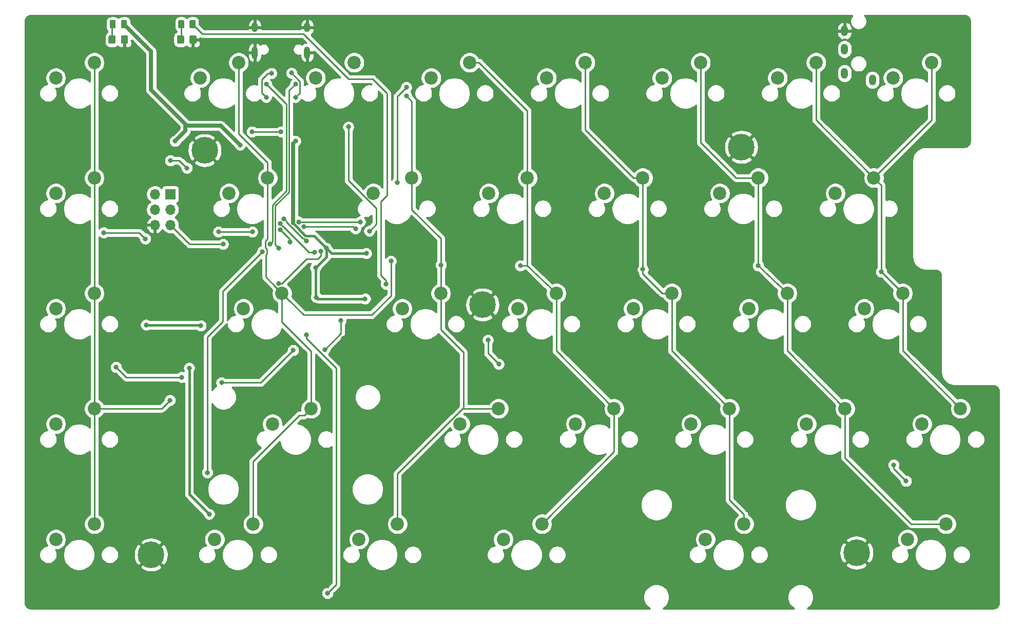
<source format=gtl>
G04 #@! TF.GenerationSoftware,KiCad,Pcbnew,(5.1.5)-3*
G04 #@! TF.CreationDate,2020-09-19T12:38:58+02:00*
G04 #@! TF.ProjectId,split65left,73706c69-7436-4356-9c65-66742e6b6963,rev?*
G04 #@! TF.SameCoordinates,Original*
G04 #@! TF.FileFunction,Copper,L1,Top*
G04 #@! TF.FilePolarity,Positive*
%FSLAX46Y46*%
G04 Gerber Fmt 4.6, Leading zero omitted, Abs format (unit mm)*
G04 Created by KiCad (PCBNEW (5.1.5)-3) date 2020-09-19 12:38:58*
%MOMM*%
%LPD*%
G04 APERTURE LIST*
%ADD10O,1.200000X1.800000*%
%ADD11C,2.200000*%
%ADD12O,1.700000X1.700000*%
%ADD13R,1.700000X1.700000*%
%ADD14C,0.700000*%
%ADD15C,4.400000*%
%ADD16C,0.100000*%
%ADD17O,1.000000X1.600000*%
%ADD18O,1.000000X2.100000*%
%ADD19C,0.800000*%
%ADD20C,0.400000*%
%ADD21C,0.635000*%
%ADD22C,0.250000*%
%ADD23C,0.254000*%
G04 APERTURE END LIST*
D10*
X135018750Y-23837500D03*
X135018750Y-26837500D03*
X135018750Y-30837500D03*
X139618750Y-31937500D03*
D11*
X4921250Y-107791250D03*
X11271250Y-105251250D03*
X4921250Y-88741250D03*
X11271250Y-86201250D03*
X4921250Y-69691250D03*
X11271250Y-67151250D03*
X4921250Y-50641250D03*
X11271250Y-48101250D03*
X4921250Y-31591250D03*
X11271250Y-29051250D03*
D12*
X21272500Y-55880000D03*
X23812500Y-55880000D03*
X21272500Y-53340000D03*
X23812500Y-53340000D03*
X21272500Y-50800000D03*
D13*
X23812500Y-50800000D03*
D14*
X21804226Y-109164524D03*
X20637500Y-108681250D03*
X19470774Y-109164524D03*
X18987500Y-110331250D03*
X19470774Y-111497976D03*
X20637500Y-111981250D03*
X21804226Y-111497976D03*
X22287500Y-110331250D03*
D15*
X20637500Y-110331250D03*
D14*
X138166726Y-108833274D03*
X137000000Y-108350000D03*
X135833274Y-108833274D03*
X135350000Y-110000000D03*
X135833274Y-111166726D03*
X137000000Y-111650000D03*
X138166726Y-111166726D03*
X138650000Y-110000000D03*
D15*
X137000000Y-110000000D03*
D14*
X76477726Y-67889524D03*
X75311000Y-67406250D03*
X74144274Y-67889524D03*
X73661000Y-69056250D03*
X74144274Y-70222976D03*
X75311000Y-70706250D03*
X76477726Y-70222976D03*
X76961000Y-69056250D03*
D15*
X75311000Y-69056250D03*
D14*
X119166726Y-41833274D03*
X118000000Y-41350000D03*
X116833274Y-41833274D03*
X116350000Y-43000000D03*
X116833274Y-44166726D03*
X118000000Y-44650000D03*
X119166726Y-44166726D03*
X119650000Y-43000000D03*
D15*
X118000000Y-43000000D03*
D14*
X30630726Y-42394274D03*
X29464000Y-41911000D03*
X28297274Y-42394274D03*
X27814000Y-43561000D03*
X28297274Y-44727726D03*
X29464000Y-45211000D03*
X30630726Y-44727726D03*
X31114000Y-43561000D03*
D15*
X29464000Y-43561000D03*
G04 #@! TA.AperFunction,SMDPad,CuDef*
D16*
G36*
X27897505Y-24574204D02*
G01*
X27921773Y-24577804D01*
X27945572Y-24583765D01*
X27968671Y-24592030D01*
X27990850Y-24602520D01*
X28011893Y-24615132D01*
X28031599Y-24629747D01*
X28049777Y-24646223D01*
X28066253Y-24664401D01*
X28080868Y-24684107D01*
X28093480Y-24705150D01*
X28103970Y-24727329D01*
X28112235Y-24750428D01*
X28118196Y-24774227D01*
X28121796Y-24798495D01*
X28123000Y-24822999D01*
X28123000Y-25723001D01*
X28121796Y-25747505D01*
X28118196Y-25771773D01*
X28112235Y-25795572D01*
X28103970Y-25818671D01*
X28093480Y-25840850D01*
X28080868Y-25861893D01*
X28066253Y-25881599D01*
X28049777Y-25899777D01*
X28031599Y-25916253D01*
X28011893Y-25930868D01*
X27990850Y-25943480D01*
X27968671Y-25953970D01*
X27945572Y-25962235D01*
X27921773Y-25968196D01*
X27897505Y-25971796D01*
X27873001Y-25973000D01*
X27222999Y-25973000D01*
X27198495Y-25971796D01*
X27174227Y-25968196D01*
X27150428Y-25962235D01*
X27127329Y-25953970D01*
X27105150Y-25943480D01*
X27084107Y-25930868D01*
X27064401Y-25916253D01*
X27046223Y-25899777D01*
X27029747Y-25881599D01*
X27015132Y-25861893D01*
X27002520Y-25840850D01*
X26992030Y-25818671D01*
X26983765Y-25795572D01*
X26977804Y-25771773D01*
X26974204Y-25747505D01*
X26973000Y-25723001D01*
X26973000Y-24822999D01*
X26974204Y-24798495D01*
X26977804Y-24774227D01*
X26983765Y-24750428D01*
X26992030Y-24727329D01*
X27002520Y-24705150D01*
X27015132Y-24684107D01*
X27029747Y-24664401D01*
X27046223Y-24646223D01*
X27064401Y-24629747D01*
X27084107Y-24615132D01*
X27105150Y-24602520D01*
X27127329Y-24592030D01*
X27150428Y-24583765D01*
X27174227Y-24577804D01*
X27198495Y-24574204D01*
X27222999Y-24573000D01*
X27873001Y-24573000D01*
X27897505Y-24574204D01*
G37*
G04 #@! TD.AperFunction*
G04 #@! TA.AperFunction,SMDPad,CuDef*
G36*
X25847505Y-24574204D02*
G01*
X25871773Y-24577804D01*
X25895572Y-24583765D01*
X25918671Y-24592030D01*
X25940850Y-24602520D01*
X25961893Y-24615132D01*
X25981599Y-24629747D01*
X25999777Y-24646223D01*
X26016253Y-24664401D01*
X26030868Y-24684107D01*
X26043480Y-24705150D01*
X26053970Y-24727329D01*
X26062235Y-24750428D01*
X26068196Y-24774227D01*
X26071796Y-24798495D01*
X26073000Y-24822999D01*
X26073000Y-25723001D01*
X26071796Y-25747505D01*
X26068196Y-25771773D01*
X26062235Y-25795572D01*
X26053970Y-25818671D01*
X26043480Y-25840850D01*
X26030868Y-25861893D01*
X26016253Y-25881599D01*
X25999777Y-25899777D01*
X25981599Y-25916253D01*
X25961893Y-25930868D01*
X25940850Y-25943480D01*
X25918671Y-25953970D01*
X25895572Y-25962235D01*
X25871773Y-25968196D01*
X25847505Y-25971796D01*
X25823001Y-25973000D01*
X25172999Y-25973000D01*
X25148495Y-25971796D01*
X25124227Y-25968196D01*
X25100428Y-25962235D01*
X25077329Y-25953970D01*
X25055150Y-25943480D01*
X25034107Y-25930868D01*
X25014401Y-25916253D01*
X24996223Y-25899777D01*
X24979747Y-25881599D01*
X24965132Y-25861893D01*
X24952520Y-25840850D01*
X24942030Y-25818671D01*
X24933765Y-25795572D01*
X24927804Y-25771773D01*
X24924204Y-25747505D01*
X24923000Y-25723001D01*
X24923000Y-24822999D01*
X24924204Y-24798495D01*
X24927804Y-24774227D01*
X24933765Y-24750428D01*
X24942030Y-24727329D01*
X24952520Y-24705150D01*
X24965132Y-24684107D01*
X24979747Y-24664401D01*
X24996223Y-24646223D01*
X25014401Y-24629747D01*
X25034107Y-24615132D01*
X25055150Y-24602520D01*
X25077329Y-24592030D01*
X25100428Y-24583765D01*
X25124227Y-24577804D01*
X25148495Y-24574204D01*
X25172999Y-24573000D01*
X25823001Y-24573000D01*
X25847505Y-24574204D01*
G37*
G04 #@! TD.AperFunction*
G04 #@! TA.AperFunction,SMDPad,CuDef*
G36*
X16594505Y-24574204D02*
G01*
X16618773Y-24577804D01*
X16642572Y-24583765D01*
X16665671Y-24592030D01*
X16687850Y-24602520D01*
X16708893Y-24615132D01*
X16728599Y-24629747D01*
X16746777Y-24646223D01*
X16763253Y-24664401D01*
X16777868Y-24684107D01*
X16790480Y-24705150D01*
X16800970Y-24727329D01*
X16809235Y-24750428D01*
X16815196Y-24774227D01*
X16818796Y-24798495D01*
X16820000Y-24822999D01*
X16820000Y-25723001D01*
X16818796Y-25747505D01*
X16815196Y-25771773D01*
X16809235Y-25795572D01*
X16800970Y-25818671D01*
X16790480Y-25840850D01*
X16777868Y-25861893D01*
X16763253Y-25881599D01*
X16746777Y-25899777D01*
X16728599Y-25916253D01*
X16708893Y-25930868D01*
X16687850Y-25943480D01*
X16665671Y-25953970D01*
X16642572Y-25962235D01*
X16618773Y-25968196D01*
X16594505Y-25971796D01*
X16570001Y-25973000D01*
X15919999Y-25973000D01*
X15895495Y-25971796D01*
X15871227Y-25968196D01*
X15847428Y-25962235D01*
X15824329Y-25953970D01*
X15802150Y-25943480D01*
X15781107Y-25930868D01*
X15761401Y-25916253D01*
X15743223Y-25899777D01*
X15726747Y-25881599D01*
X15712132Y-25861893D01*
X15699520Y-25840850D01*
X15689030Y-25818671D01*
X15680765Y-25795572D01*
X15674804Y-25771773D01*
X15671204Y-25747505D01*
X15670000Y-25723001D01*
X15670000Y-24822999D01*
X15671204Y-24798495D01*
X15674804Y-24774227D01*
X15680765Y-24750428D01*
X15689030Y-24727329D01*
X15699520Y-24705150D01*
X15712132Y-24684107D01*
X15726747Y-24664401D01*
X15743223Y-24646223D01*
X15761401Y-24629747D01*
X15781107Y-24615132D01*
X15802150Y-24602520D01*
X15824329Y-24592030D01*
X15847428Y-24583765D01*
X15871227Y-24577804D01*
X15895495Y-24574204D01*
X15919999Y-24573000D01*
X16570001Y-24573000D01*
X16594505Y-24574204D01*
G37*
G04 #@! TD.AperFunction*
G04 #@! TA.AperFunction,SMDPad,CuDef*
G36*
X14544505Y-24574204D02*
G01*
X14568773Y-24577804D01*
X14592572Y-24583765D01*
X14615671Y-24592030D01*
X14637850Y-24602520D01*
X14658893Y-24615132D01*
X14678599Y-24629747D01*
X14696777Y-24646223D01*
X14713253Y-24664401D01*
X14727868Y-24684107D01*
X14740480Y-24705150D01*
X14750970Y-24727329D01*
X14759235Y-24750428D01*
X14765196Y-24774227D01*
X14768796Y-24798495D01*
X14770000Y-24822999D01*
X14770000Y-25723001D01*
X14768796Y-25747505D01*
X14765196Y-25771773D01*
X14759235Y-25795572D01*
X14750970Y-25818671D01*
X14740480Y-25840850D01*
X14727868Y-25861893D01*
X14713253Y-25881599D01*
X14696777Y-25899777D01*
X14678599Y-25916253D01*
X14658893Y-25930868D01*
X14637850Y-25943480D01*
X14615671Y-25953970D01*
X14592572Y-25962235D01*
X14568773Y-25968196D01*
X14544505Y-25971796D01*
X14520001Y-25973000D01*
X13869999Y-25973000D01*
X13845495Y-25971796D01*
X13821227Y-25968196D01*
X13797428Y-25962235D01*
X13774329Y-25953970D01*
X13752150Y-25943480D01*
X13731107Y-25930868D01*
X13711401Y-25916253D01*
X13693223Y-25899777D01*
X13676747Y-25881599D01*
X13662132Y-25861893D01*
X13649520Y-25840850D01*
X13639030Y-25818671D01*
X13630765Y-25795572D01*
X13624804Y-25771773D01*
X13621204Y-25747505D01*
X13620000Y-25723001D01*
X13620000Y-24822999D01*
X13621204Y-24798495D01*
X13624804Y-24774227D01*
X13630765Y-24750428D01*
X13639030Y-24727329D01*
X13649520Y-24705150D01*
X13662132Y-24684107D01*
X13676747Y-24664401D01*
X13693223Y-24646223D01*
X13711401Y-24629747D01*
X13731107Y-24615132D01*
X13752150Y-24602520D01*
X13774329Y-24592030D01*
X13797428Y-24583765D01*
X13821227Y-24577804D01*
X13845495Y-24574204D01*
X13869999Y-24573000D01*
X14520001Y-24573000D01*
X14544505Y-24574204D01*
G37*
G04 #@! TD.AperFunction*
G04 #@! TA.AperFunction,SMDPad,CuDef*
G36*
X16445142Y-22034174D02*
G01*
X16468803Y-22037684D01*
X16492007Y-22043496D01*
X16514529Y-22051554D01*
X16536153Y-22061782D01*
X16556670Y-22074079D01*
X16575883Y-22088329D01*
X16593607Y-22104393D01*
X16609671Y-22122117D01*
X16623921Y-22141330D01*
X16636218Y-22161847D01*
X16646446Y-22183471D01*
X16654504Y-22205993D01*
X16660316Y-22229197D01*
X16663826Y-22252858D01*
X16665000Y-22276750D01*
X16665000Y-23189250D01*
X16663826Y-23213142D01*
X16660316Y-23236803D01*
X16654504Y-23260007D01*
X16646446Y-23282529D01*
X16636218Y-23304153D01*
X16623921Y-23324670D01*
X16609671Y-23343883D01*
X16593607Y-23361607D01*
X16575883Y-23377671D01*
X16556670Y-23391921D01*
X16536153Y-23404218D01*
X16514529Y-23414446D01*
X16492007Y-23422504D01*
X16468803Y-23428316D01*
X16445142Y-23431826D01*
X16421250Y-23433000D01*
X15933750Y-23433000D01*
X15909858Y-23431826D01*
X15886197Y-23428316D01*
X15862993Y-23422504D01*
X15840471Y-23414446D01*
X15818847Y-23404218D01*
X15798330Y-23391921D01*
X15779117Y-23377671D01*
X15761393Y-23361607D01*
X15745329Y-23343883D01*
X15731079Y-23324670D01*
X15718782Y-23304153D01*
X15708554Y-23282529D01*
X15700496Y-23260007D01*
X15694684Y-23236803D01*
X15691174Y-23213142D01*
X15690000Y-23189250D01*
X15690000Y-22276750D01*
X15691174Y-22252858D01*
X15694684Y-22229197D01*
X15700496Y-22205993D01*
X15708554Y-22183471D01*
X15718782Y-22161847D01*
X15731079Y-22141330D01*
X15745329Y-22122117D01*
X15761393Y-22104393D01*
X15779117Y-22088329D01*
X15798330Y-22074079D01*
X15818847Y-22061782D01*
X15840471Y-22051554D01*
X15862993Y-22043496D01*
X15886197Y-22037684D01*
X15909858Y-22034174D01*
X15933750Y-22033000D01*
X16421250Y-22033000D01*
X16445142Y-22034174D01*
G37*
G04 #@! TD.AperFunction*
G04 #@! TA.AperFunction,SMDPad,CuDef*
G36*
X14570142Y-22034174D02*
G01*
X14593803Y-22037684D01*
X14617007Y-22043496D01*
X14639529Y-22051554D01*
X14661153Y-22061782D01*
X14681670Y-22074079D01*
X14700883Y-22088329D01*
X14718607Y-22104393D01*
X14734671Y-22122117D01*
X14748921Y-22141330D01*
X14761218Y-22161847D01*
X14771446Y-22183471D01*
X14779504Y-22205993D01*
X14785316Y-22229197D01*
X14788826Y-22252858D01*
X14790000Y-22276750D01*
X14790000Y-23189250D01*
X14788826Y-23213142D01*
X14785316Y-23236803D01*
X14779504Y-23260007D01*
X14771446Y-23282529D01*
X14761218Y-23304153D01*
X14748921Y-23324670D01*
X14734671Y-23343883D01*
X14718607Y-23361607D01*
X14700883Y-23377671D01*
X14681670Y-23391921D01*
X14661153Y-23404218D01*
X14639529Y-23414446D01*
X14617007Y-23422504D01*
X14593803Y-23428316D01*
X14570142Y-23431826D01*
X14546250Y-23433000D01*
X14058750Y-23433000D01*
X14034858Y-23431826D01*
X14011197Y-23428316D01*
X13987993Y-23422504D01*
X13965471Y-23414446D01*
X13943847Y-23404218D01*
X13923330Y-23391921D01*
X13904117Y-23377671D01*
X13886393Y-23361607D01*
X13870329Y-23343883D01*
X13856079Y-23324670D01*
X13843782Y-23304153D01*
X13833554Y-23282529D01*
X13825496Y-23260007D01*
X13819684Y-23236803D01*
X13816174Y-23213142D01*
X13815000Y-23189250D01*
X13815000Y-22276750D01*
X13816174Y-22252858D01*
X13819684Y-22229197D01*
X13825496Y-22205993D01*
X13833554Y-22183471D01*
X13843782Y-22161847D01*
X13856079Y-22141330D01*
X13870329Y-22122117D01*
X13886393Y-22104393D01*
X13904117Y-22088329D01*
X13923330Y-22074079D01*
X13943847Y-22061782D01*
X13965471Y-22051554D01*
X13987993Y-22043496D01*
X14011197Y-22037684D01*
X14034858Y-22034174D01*
X14058750Y-22033000D01*
X14546250Y-22033000D01*
X14570142Y-22034174D01*
G37*
G04 #@! TD.AperFunction*
G04 #@! TA.AperFunction,SMDPad,CuDef*
G36*
X27748142Y-22034174D02*
G01*
X27771803Y-22037684D01*
X27795007Y-22043496D01*
X27817529Y-22051554D01*
X27839153Y-22061782D01*
X27859670Y-22074079D01*
X27878883Y-22088329D01*
X27896607Y-22104393D01*
X27912671Y-22122117D01*
X27926921Y-22141330D01*
X27939218Y-22161847D01*
X27949446Y-22183471D01*
X27957504Y-22205993D01*
X27963316Y-22229197D01*
X27966826Y-22252858D01*
X27968000Y-22276750D01*
X27968000Y-23189250D01*
X27966826Y-23213142D01*
X27963316Y-23236803D01*
X27957504Y-23260007D01*
X27949446Y-23282529D01*
X27939218Y-23304153D01*
X27926921Y-23324670D01*
X27912671Y-23343883D01*
X27896607Y-23361607D01*
X27878883Y-23377671D01*
X27859670Y-23391921D01*
X27839153Y-23404218D01*
X27817529Y-23414446D01*
X27795007Y-23422504D01*
X27771803Y-23428316D01*
X27748142Y-23431826D01*
X27724250Y-23433000D01*
X27236750Y-23433000D01*
X27212858Y-23431826D01*
X27189197Y-23428316D01*
X27165993Y-23422504D01*
X27143471Y-23414446D01*
X27121847Y-23404218D01*
X27101330Y-23391921D01*
X27082117Y-23377671D01*
X27064393Y-23361607D01*
X27048329Y-23343883D01*
X27034079Y-23324670D01*
X27021782Y-23304153D01*
X27011554Y-23282529D01*
X27003496Y-23260007D01*
X26997684Y-23236803D01*
X26994174Y-23213142D01*
X26993000Y-23189250D01*
X26993000Y-22276750D01*
X26994174Y-22252858D01*
X26997684Y-22229197D01*
X27003496Y-22205993D01*
X27011554Y-22183471D01*
X27021782Y-22161847D01*
X27034079Y-22141330D01*
X27048329Y-22122117D01*
X27064393Y-22104393D01*
X27082117Y-22088329D01*
X27101330Y-22074079D01*
X27121847Y-22061782D01*
X27143471Y-22051554D01*
X27165993Y-22043496D01*
X27189197Y-22037684D01*
X27212858Y-22034174D01*
X27236750Y-22033000D01*
X27724250Y-22033000D01*
X27748142Y-22034174D01*
G37*
G04 #@! TD.AperFunction*
G04 #@! TA.AperFunction,SMDPad,CuDef*
G36*
X25873142Y-22034174D02*
G01*
X25896803Y-22037684D01*
X25920007Y-22043496D01*
X25942529Y-22051554D01*
X25964153Y-22061782D01*
X25984670Y-22074079D01*
X26003883Y-22088329D01*
X26021607Y-22104393D01*
X26037671Y-22122117D01*
X26051921Y-22141330D01*
X26064218Y-22161847D01*
X26074446Y-22183471D01*
X26082504Y-22205993D01*
X26088316Y-22229197D01*
X26091826Y-22252858D01*
X26093000Y-22276750D01*
X26093000Y-23189250D01*
X26091826Y-23213142D01*
X26088316Y-23236803D01*
X26082504Y-23260007D01*
X26074446Y-23282529D01*
X26064218Y-23304153D01*
X26051921Y-23324670D01*
X26037671Y-23343883D01*
X26021607Y-23361607D01*
X26003883Y-23377671D01*
X25984670Y-23391921D01*
X25964153Y-23404218D01*
X25942529Y-23414446D01*
X25920007Y-23422504D01*
X25896803Y-23428316D01*
X25873142Y-23431826D01*
X25849250Y-23433000D01*
X25361750Y-23433000D01*
X25337858Y-23431826D01*
X25314197Y-23428316D01*
X25290993Y-23422504D01*
X25268471Y-23414446D01*
X25246847Y-23404218D01*
X25226330Y-23391921D01*
X25207117Y-23377671D01*
X25189393Y-23361607D01*
X25173329Y-23343883D01*
X25159079Y-23324670D01*
X25146782Y-23304153D01*
X25136554Y-23282529D01*
X25128496Y-23260007D01*
X25122684Y-23236803D01*
X25119174Y-23213142D01*
X25118000Y-23189250D01*
X25118000Y-22276750D01*
X25119174Y-22252858D01*
X25122684Y-22229197D01*
X25128496Y-22205993D01*
X25136554Y-22183471D01*
X25146782Y-22161847D01*
X25159079Y-22141330D01*
X25173329Y-22122117D01*
X25189393Y-22104393D01*
X25207117Y-22088329D01*
X25226330Y-22074079D01*
X25246847Y-22061782D01*
X25268471Y-22051554D01*
X25290993Y-22043496D01*
X25314197Y-22037684D01*
X25337858Y-22034174D01*
X25361750Y-22033000D01*
X25849250Y-22033000D01*
X25873142Y-22034174D01*
G37*
G04 #@! TD.AperFunction*
D11*
X35083750Y-29051250D03*
X28733750Y-31591250D03*
X39846250Y-48101250D03*
X33496250Y-50641250D03*
X42227500Y-67151250D03*
X35877500Y-69691250D03*
X46990000Y-86201250D03*
X40640000Y-88741250D03*
X37465000Y-105251250D03*
X31115000Y-107791250D03*
X54133750Y-29051250D03*
X47783750Y-31591250D03*
X63658750Y-48101250D03*
X57308750Y-50641250D03*
X68421250Y-67151250D03*
X62071250Y-69691250D03*
X77946250Y-86201250D03*
X71596250Y-88741250D03*
X61277500Y-105251250D03*
X54927500Y-107791250D03*
X73183750Y-29051250D03*
X66833750Y-31591250D03*
X82708750Y-48101250D03*
X76358750Y-50641250D03*
X87471250Y-67151250D03*
X81121250Y-69691250D03*
X96996250Y-86201250D03*
X90646250Y-88741250D03*
X85090000Y-105251250D03*
X78740000Y-107791250D03*
X92233750Y-29051250D03*
X85883750Y-31591250D03*
X101758750Y-48101250D03*
X95408750Y-50641250D03*
X106521250Y-67151250D03*
X100171250Y-69691250D03*
X116046250Y-86201250D03*
X109696250Y-88741250D03*
X118427500Y-105251250D03*
X112077500Y-107791250D03*
X111283750Y-29051250D03*
X104933750Y-31591250D03*
X120808750Y-48101250D03*
X114458750Y-50641250D03*
X125571250Y-67151250D03*
X119221250Y-69691250D03*
X135096250Y-86201250D03*
X128746250Y-88741250D03*
X151765000Y-105251250D03*
X145415000Y-107791250D03*
X130333750Y-29051250D03*
X123983750Y-31591250D03*
X139858750Y-48101250D03*
X133508750Y-50641250D03*
X144621250Y-67151250D03*
X138271250Y-69691250D03*
X154146250Y-86201250D03*
X147796250Y-88741250D03*
X149383750Y-29051250D03*
X143033750Y-31591250D03*
D17*
X46388750Y-23237500D03*
X37748750Y-23237500D03*
D18*
X46388750Y-27417500D03*
X37748750Y-27417500D03*
D19*
X26924000Y-79502000D03*
X47879000Y-67818006D03*
X56134000Y-60579000D03*
X49530000Y-59690000D03*
X55945223Y-68072000D03*
X44450000Y-42037034D03*
X47752000Y-62953994D03*
X30226000Y-103632000D03*
X35306000Y-42672000D03*
X19812000Y-72390000D03*
X28829000Y-72517000D03*
X24606250Y-42037000D03*
X115887500Y-118268750D03*
X98552000Y-29845000D03*
X71882000Y-99441000D03*
X96266000Y-100584000D03*
X121031000Y-101473000D03*
X63627000Y-65913000D03*
X31242000Y-64770000D03*
X83947000Y-88265000D03*
X44667603Y-64662758D03*
X52387500Y-74612500D03*
X44450000Y-100012500D03*
X34163000Y-76835000D03*
X20955000Y-64389000D03*
X27178000Y-63627000D03*
X44450000Y-32639000D03*
X41656000Y-59689994D03*
X39624000Y-34798000D03*
X40481250Y-30842916D03*
X56642000Y-56896000D03*
X53181240Y-39687500D03*
X37306250Y-40481250D03*
X42068750Y-40481250D03*
X55118072Y-55372000D03*
X37338000Y-57023000D03*
X31750000Y-57023000D03*
X12827000Y-57150000D03*
X44967511Y-55372000D03*
X19685000Y-58166000D03*
X25654000Y-81026000D03*
X14859000Y-79375000D03*
X54356000Y-56489600D03*
X45847000Y-56134000D03*
X39004199Y-60288010D03*
X29921200Y-96774000D03*
X32258000Y-81915000D03*
X23749000Y-84836000D03*
X44069000Y-76581000D03*
X51943000Y-71628000D03*
X49276000Y-76454000D03*
X60198000Y-61849000D03*
X68453000Y-62484000D03*
X62738000Y-34544000D03*
X81534000Y-62611000D03*
X101758750Y-63214250D03*
X120777004Y-62610996D03*
X49752250Y-116681250D03*
X46228000Y-74041000D03*
X39643760Y-32639000D03*
X40251396Y-59046726D03*
X62738000Y-33147000D03*
X61214000Y-48895000D03*
X48641010Y-60198000D03*
X41656000Y-65532000D03*
X77978000Y-78867000D03*
X143129000Y-95504000D03*
X145161000Y-98171000D03*
X76200000Y-74879200D03*
X59399653Y-65622653D03*
X32512000Y-59055000D03*
X41936249Y-56679000D03*
X43526837Y-58722585D03*
X47593002Y-60389613D03*
X41916379Y-55641727D03*
X42545000Y-54864000D03*
X46228000Y-58547000D03*
X23812500Y-45243750D03*
X26543000Y-46482000D03*
X141097000Y-63627000D03*
X44450000Y-34798000D03*
X43797365Y-30803339D03*
D20*
X48132994Y-68072000D02*
X47879000Y-67818006D01*
X55945223Y-68072000D02*
X48132994Y-68072000D01*
X47752000Y-62953994D02*
X47752000Y-67691006D01*
X47752000Y-67691006D02*
X47879000Y-67818006D01*
X49130001Y-59290001D02*
X49530000Y-59690000D01*
X44050001Y-55607001D02*
X46120987Y-57677987D01*
X46120987Y-57677987D02*
X47517987Y-57677987D01*
X44450000Y-42037034D02*
X44050001Y-42437033D01*
X47752000Y-62953994D02*
X49530000Y-61175994D01*
X49530000Y-59690000D02*
X50419000Y-60579000D01*
X49530000Y-61175994D02*
X49530000Y-59690000D01*
X47517987Y-57677987D02*
X49130001Y-59290001D01*
X50419000Y-60579000D02*
X56134000Y-60579000D01*
X26924000Y-79502000D02*
X26924000Y-100330000D01*
X26924000Y-100330000D02*
X29826001Y-103232001D01*
X29826001Y-103232001D02*
X30226000Y-103632000D01*
D21*
X32131000Y-39497000D02*
X26543000Y-39497000D01*
X26543000Y-39497000D02*
X26289000Y-39243000D01*
X35306000Y-42672000D02*
X32131000Y-39497000D01*
D20*
X16663027Y-23218527D02*
X16177500Y-22733000D01*
D21*
X20637500Y-27193000D02*
X16663027Y-23218527D01*
X26289000Y-39243000D02*
X20637500Y-33591500D01*
X20637500Y-33591500D02*
X20637500Y-27193000D01*
D20*
X19812000Y-72390000D02*
X28702000Y-72390000D01*
X28702000Y-72390000D02*
X28829000Y-72517000D01*
D21*
X44050001Y-42437033D02*
X44050001Y-55607001D01*
X26289000Y-40354250D02*
X25006249Y-41637001D01*
X25006249Y-41637001D02*
X24606250Y-42037000D01*
X26289000Y-39243000D02*
X26289000Y-40354250D01*
D22*
X44323000Y-32766000D02*
X44323000Y-32639000D01*
X41256001Y-59289995D02*
X41656000Y-59689994D01*
X43407490Y-33681510D02*
X43407490Y-50446921D01*
X43407490Y-50446921D02*
X41129001Y-52725410D01*
X41129001Y-59162995D02*
X41256001Y-59289995D01*
X41129001Y-52725410D02*
X41129001Y-59162995D01*
X44450000Y-32639000D02*
X43407490Y-33681510D01*
X38862000Y-34036000D02*
X38862000Y-31896481D01*
X38862000Y-31896481D02*
X39915565Y-30842916D01*
X39915565Y-30842916D02*
X40481250Y-30842916D01*
X39624000Y-34798000D02*
X38862000Y-34036000D01*
X57785000Y-55753000D02*
X57785000Y-53143685D01*
X53181240Y-48539925D02*
X53181240Y-40253185D01*
X56642000Y-56896000D02*
X57785000Y-55753000D01*
X57785000Y-53143685D02*
X53181240Y-48539925D01*
X53181240Y-40253185D02*
X53181240Y-39687500D01*
X37306250Y-40481250D02*
X42068750Y-40481250D01*
X37338000Y-57023000D02*
X31750000Y-57023000D01*
X55118072Y-55372000D02*
X44967511Y-55372000D01*
X18669000Y-57150000D02*
X12827000Y-57150000D01*
X19685000Y-58166000D02*
X18669000Y-57150000D01*
X25654000Y-81026000D02*
X16510000Y-81026000D01*
X16510000Y-81026000D02*
X14859000Y-79375000D01*
X54356000Y-56489600D02*
X54000400Y-56134000D01*
X54000400Y-56134000D02*
X45847000Y-56134000D01*
X29921200Y-96208315D02*
X29921200Y-96774000D01*
X39004199Y-60288010D02*
X32475002Y-66817207D01*
X29921200Y-74339304D02*
X29921200Y-96208315D01*
X32475002Y-66817207D02*
X32475002Y-71785502D01*
X32475002Y-71785502D02*
X29921200Y-74339304D01*
X11271250Y-103695616D02*
X11271250Y-86201250D01*
X11271250Y-105251250D02*
X11271250Y-103695616D01*
X11271250Y-86201250D02*
X11271250Y-67151250D01*
X11271250Y-65595616D02*
X11271250Y-48101250D01*
X11271250Y-67151250D02*
X11271250Y-65595616D01*
X11271250Y-46545616D02*
X11271250Y-29051250D01*
X11271250Y-48101250D02*
X11271250Y-46545616D01*
X22383750Y-86201250D02*
X11271250Y-86201250D01*
X23749000Y-84836000D02*
X22383750Y-86201250D01*
X38735000Y-81915000D02*
X43669001Y-76980999D01*
X32258000Y-81915000D02*
X38735000Y-81915000D01*
X43669001Y-76980999D02*
X44069000Y-76581000D01*
X51943000Y-71628000D02*
X51943000Y-73787000D01*
X51943000Y-73787000D02*
X49276000Y-76454000D01*
X37465000Y-103695616D02*
X37465000Y-105251250D01*
X37465000Y-94925252D02*
X37465000Y-103695616D01*
X45089003Y-87301249D02*
X37465000Y-94925252D01*
X45890001Y-87301249D02*
X45089003Y-87301249D01*
X46990000Y-86201250D02*
X45890001Y-87301249D01*
X45815250Y-70739000D02*
X43327499Y-68251249D01*
X57023000Y-70739000D02*
X45815250Y-70739000D01*
X43327499Y-68251249D02*
X42227500Y-67151250D01*
X60198000Y-61849000D02*
X60198000Y-67564000D01*
X60198000Y-67564000D02*
X57023000Y-70739000D01*
X39729200Y-59870005D02*
X39729200Y-60636011D01*
X39573945Y-64497695D02*
X41127501Y-66051251D01*
X39573945Y-60791266D02*
X39573945Y-64497695D01*
X39517563Y-59658368D02*
X39729200Y-59870005D01*
X39517563Y-58489988D02*
X39517563Y-59658368D01*
X41127501Y-66051251D02*
X42227500Y-67151250D01*
X39729200Y-60636011D02*
X39573945Y-60791266D01*
X39846250Y-58161301D02*
X39517563Y-58489988D01*
X39846250Y-48101250D02*
X39846250Y-58161301D01*
X39846250Y-45567748D02*
X35083750Y-40805248D01*
X35083750Y-40805248D02*
X35083750Y-30606884D01*
X39846250Y-48101250D02*
X39846250Y-45567748D01*
X35083750Y-30606884D02*
X35083750Y-29051250D01*
X46990000Y-84645616D02*
X46990000Y-86201250D01*
X46990000Y-76708000D02*
X46990000Y-84645616D01*
X42227500Y-67151250D02*
X42227500Y-71945500D01*
X42227500Y-71945500D02*
X46990000Y-76708000D01*
X61277500Y-96950998D02*
X72027248Y-86201250D01*
X76390616Y-86201250D02*
X77946250Y-86201250D01*
X72027248Y-86201250D02*
X76390616Y-86201250D01*
X61277500Y-105251250D02*
X61277500Y-96950998D01*
X72136251Y-86092247D02*
X72136251Y-76898751D01*
X72027248Y-86201250D02*
X72136251Y-86092247D01*
X68421250Y-73183750D02*
X68421250Y-67151250D01*
X72136251Y-76898751D02*
X68421250Y-73183750D01*
X63658750Y-53340000D02*
X63658750Y-48101250D01*
X68421250Y-58102500D02*
X63658750Y-53340000D01*
X68453000Y-62484000D02*
X68421250Y-58102500D01*
X68421250Y-67151250D02*
X68453000Y-62484000D01*
X63658750Y-48101250D02*
X63658750Y-35464750D01*
X63658750Y-35464750D02*
X62738000Y-34544000D01*
X82708750Y-46545616D02*
X82708750Y-48101250D01*
X82708750Y-37020616D02*
X82708750Y-46545616D01*
X74739384Y-29051250D02*
X82708750Y-37020616D01*
X73183750Y-29051250D02*
X74739384Y-29051250D01*
X82708750Y-48101250D02*
X82708750Y-62388750D01*
X87471250Y-76676250D02*
X96996250Y-86201250D01*
X87471250Y-67151250D02*
X87471250Y-76676250D01*
X96996250Y-93345000D02*
X85090000Y-105251250D01*
X96996250Y-86201250D02*
X96996250Y-93345000D01*
X81534000Y-62611000D02*
X82099685Y-62611000D01*
X82099685Y-62611000D02*
X82677000Y-62611000D01*
X82708750Y-62388750D02*
X82677000Y-62611000D01*
X82677000Y-62611000D02*
X87471250Y-67151250D01*
X116046250Y-101314366D02*
X116046250Y-87756884D01*
X116046250Y-87756884D02*
X116046250Y-86201250D01*
X118427500Y-103695616D02*
X116046250Y-101314366D01*
X118427500Y-105251250D02*
X118427500Y-103695616D01*
X106521250Y-76676250D02*
X106521250Y-67151250D01*
X116046250Y-86201250D02*
X106521250Y-76676250D01*
X101758750Y-49656884D02*
X101758750Y-48101250D01*
X101758750Y-63944384D02*
X101758750Y-49656884D01*
X104965616Y-67151250D02*
X101758750Y-63944384D01*
X106521250Y-67151250D02*
X104965616Y-67151250D01*
X92233750Y-40131884D02*
X92233750Y-30606884D01*
X92233750Y-30606884D02*
X92233750Y-29051250D01*
X100203116Y-48101250D02*
X92233750Y-40131884D01*
X101758750Y-48101250D02*
X100203116Y-48101250D01*
X101758750Y-63347065D02*
X101758750Y-63944384D01*
X120808750Y-48101250D02*
X120808750Y-62388750D01*
X125571250Y-76676250D02*
X135096250Y-86201250D01*
X125571250Y-67151250D02*
X125571250Y-76676250D01*
X135096250Y-86201250D02*
X135096250Y-94329250D01*
X146018250Y-105251250D02*
X151765000Y-105251250D01*
X135096250Y-94329250D02*
X146018250Y-105251250D01*
X120808750Y-62388750D02*
X120777000Y-62611000D01*
X120777000Y-62611000D02*
X125571250Y-67151250D01*
X117101250Y-48101250D02*
X120808750Y-48101250D01*
X111283750Y-29051250D02*
X111283750Y-42283750D01*
X111283750Y-42283750D02*
X117101250Y-48101250D01*
X51181000Y-79559685D02*
X46228000Y-74606685D01*
X49752250Y-116681250D02*
X51181000Y-115252500D01*
X51181000Y-115252500D02*
X51181000Y-79559685D01*
X46228000Y-74606685D02*
X46228000Y-74041000D01*
X39643760Y-32639000D02*
X42957479Y-35952719D01*
X42957479Y-50260521D02*
X40651395Y-52566605D01*
X40651395Y-58646727D02*
X40251396Y-59046726D01*
X40651395Y-52566605D02*
X40651395Y-58646727D01*
X42957479Y-35952719D02*
X42957479Y-50260521D01*
X61214000Y-34671000D02*
X61214000Y-48895000D01*
X62738000Y-33147000D02*
X61214000Y-34671000D01*
X46285685Y-61468000D02*
X48133000Y-61468000D01*
X41656000Y-65532000D02*
X42221685Y-65532000D01*
X48641010Y-60959990D02*
X48641010Y-60198000D01*
X48133000Y-61468000D02*
X48641010Y-60959990D01*
X42221685Y-65532000D02*
X46285685Y-61468000D01*
X143129000Y-95504000D02*
X143129000Y-96139000D01*
X143129000Y-96139000D02*
X145161000Y-98171000D01*
X76200000Y-77089000D02*
X76200000Y-74879200D01*
X77978000Y-78867000D02*
X76200000Y-77089000D01*
X29110010Y-24362510D02*
X27966027Y-23218527D01*
X45793760Y-24362510D02*
X29110010Y-24362510D01*
X27966027Y-23218527D02*
X27480500Y-22733000D01*
X53181250Y-31750000D02*
X45793760Y-24362510D01*
X57150000Y-31750000D02*
X53181250Y-31750000D01*
X59531250Y-34131250D02*
X57150000Y-31750000D01*
X59399653Y-65056968D02*
X58547000Y-64204315D01*
X59531250Y-50990500D02*
X59531250Y-34131250D01*
X59399653Y-65622653D02*
X59399653Y-65056968D01*
X58547000Y-64204315D02*
X58547000Y-51974750D01*
X58547000Y-51974750D02*
X59531250Y-50990500D01*
X25498000Y-25273000D02*
X25527000Y-25273000D01*
X25605500Y-25194500D02*
X25605500Y-22733000D01*
X25527000Y-25273000D02*
X25605500Y-25194500D01*
X14195000Y-22840500D02*
X14302500Y-22733000D01*
X14195000Y-25273000D02*
X14195000Y-22840500D01*
X26987500Y-59055000D02*
X23812500Y-55880000D01*
X32512000Y-59055000D02*
X26987500Y-59055000D01*
X43526837Y-58269588D02*
X43526837Y-58722585D01*
X41936249Y-56679000D02*
X43526837Y-58269588D01*
X42373744Y-56041726D02*
X42316378Y-56041726D01*
X47593002Y-60389613D02*
X46721631Y-60389613D01*
X42316378Y-56041726D02*
X41916379Y-55641727D01*
X46721631Y-60389613D02*
X42373744Y-56041726D01*
X45828001Y-58147001D02*
X45681354Y-58147001D01*
X45681354Y-58147001D02*
X42944999Y-55410646D01*
X42944999Y-55263999D02*
X42545000Y-54864000D01*
X42944999Y-55410646D02*
X42944999Y-55263999D01*
X46228000Y-58547000D02*
X45828001Y-58147001D01*
X23812500Y-45243750D02*
X25304750Y-45243750D01*
X25304750Y-45243750D02*
X26543000Y-46482000D01*
X144621250Y-76676250D02*
X144621250Y-67151250D01*
X154146250Y-86201250D02*
X144621250Y-76676250D01*
X144621250Y-67151250D02*
X141097000Y-63627000D01*
X141097000Y-49339500D02*
X139858750Y-48101250D01*
X141097000Y-63627000D02*
X141097000Y-49339500D01*
X130333750Y-38576250D02*
X130333750Y-29051250D01*
X139858750Y-48101250D02*
X130333750Y-38576250D01*
X149383750Y-38576250D02*
X149383750Y-29051250D01*
X139858750Y-48101250D02*
X149383750Y-38576250D01*
X45175001Y-32180975D02*
X43797365Y-30803339D01*
X44450000Y-34798000D02*
X45175001Y-34072999D01*
X45175001Y-34072999D02*
X45175001Y-32180975D01*
D23*
G36*
X136242951Y-21354614D02*
G01*
X136091379Y-21581457D01*
X135986975Y-21833511D01*
X135933750Y-22101089D01*
X135933750Y-22373911D01*
X135986975Y-22641489D01*
X136091379Y-22893543D01*
X136242951Y-23120386D01*
X136435864Y-23313299D01*
X136662707Y-23464871D01*
X136914761Y-23569275D01*
X137182339Y-23622500D01*
X137455161Y-23622500D01*
X137722739Y-23569275D01*
X137974793Y-23464871D01*
X138201636Y-23313299D01*
X138394549Y-23120386D01*
X138546121Y-22893543D01*
X138650525Y-22641489D01*
X138703750Y-22373911D01*
X138703750Y-22101089D01*
X138650525Y-21833511D01*
X138546121Y-21581457D01*
X138394549Y-21354614D01*
X138337435Y-21297500D01*
X154748971Y-21297500D01*
X154960788Y-21318269D01*
X155133487Y-21370410D01*
X155292768Y-21455102D01*
X155432569Y-21569119D01*
X155547558Y-21708117D01*
X155633360Y-21866805D01*
X155686705Y-22039135D01*
X155708750Y-22248880D01*
X155708751Y-42036460D01*
X155687981Y-42248288D01*
X155635841Y-42420986D01*
X155551149Y-42580268D01*
X155437128Y-42720071D01*
X155298135Y-42835056D01*
X155139445Y-42920860D01*
X154967115Y-42974205D01*
X154757369Y-42996250D01*
X148398831Y-42996250D01*
X148370163Y-42999074D01*
X148360350Y-42999005D01*
X148351179Y-42999904D01*
X148043051Y-43032289D01*
X147984439Y-43044321D01*
X147925694Y-43055526D01*
X147916872Y-43058190D01*
X147620902Y-43149808D01*
X147565739Y-43172996D01*
X147510293Y-43195398D01*
X147502156Y-43199724D01*
X147229619Y-43347085D01*
X147180052Y-43380518D01*
X147129973Y-43413289D01*
X147122832Y-43419114D01*
X146884107Y-43616604D01*
X146841982Y-43659025D01*
X146799215Y-43700905D01*
X146793341Y-43708005D01*
X146597523Y-43948103D01*
X146564414Y-43997938D01*
X146530626Y-44047283D01*
X146526243Y-44055389D01*
X146380788Y-44328949D01*
X146357996Y-44384246D01*
X146334426Y-44439238D01*
X146331702Y-44448041D01*
X146242153Y-44744643D01*
X146230536Y-44803316D01*
X146218097Y-44861833D01*
X146217134Y-44870997D01*
X146186900Y-45179345D01*
X146183750Y-45211332D01*
X146183751Y-61151169D01*
X146186574Y-61179828D01*
X146186505Y-61189649D01*
X146187404Y-61198821D01*
X146219789Y-61506948D01*
X146231819Y-61565554D01*
X146243026Y-61624306D01*
X146245690Y-61633128D01*
X146337308Y-61929098D01*
X146360496Y-61984261D01*
X146382898Y-62039707D01*
X146387224Y-62047843D01*
X146534585Y-62320381D01*
X146568018Y-62369948D01*
X146600789Y-62420027D01*
X146606614Y-62427168D01*
X146804104Y-62665893D01*
X146846522Y-62708015D01*
X146888404Y-62750785D01*
X146895505Y-62756659D01*
X147135603Y-62952476D01*
X147185411Y-62985568D01*
X147234783Y-63019374D01*
X147242889Y-63023757D01*
X147516449Y-63169212D01*
X147571767Y-63192012D01*
X147626738Y-63215573D01*
X147635541Y-63218298D01*
X147932142Y-63307847D01*
X147990830Y-63319467D01*
X148049333Y-63331903D01*
X148058498Y-63332866D01*
X148366845Y-63363100D01*
X148366848Y-63363100D01*
X148398831Y-63366250D01*
X149986471Y-63366250D01*
X150198288Y-63387019D01*
X150370987Y-63439160D01*
X150530268Y-63523852D01*
X150670069Y-63637869D01*
X150785058Y-63776867D01*
X150870860Y-63935555D01*
X150924205Y-64107885D01*
X150946250Y-64317630D01*
X150946251Y-80201169D01*
X150949074Y-80229828D01*
X150949005Y-80239649D01*
X150949904Y-80248821D01*
X150982289Y-80556948D01*
X150994319Y-80615554D01*
X151005526Y-80674306D01*
X151008190Y-80683128D01*
X151099808Y-80979098D01*
X151122996Y-81034261D01*
X151145398Y-81089707D01*
X151149724Y-81097843D01*
X151297085Y-81370381D01*
X151330518Y-81419948D01*
X151363289Y-81470027D01*
X151369114Y-81477168D01*
X151566604Y-81715893D01*
X151609022Y-81758015D01*
X151650904Y-81800785D01*
X151658005Y-81806659D01*
X151898103Y-82002476D01*
X151947911Y-82035568D01*
X151997283Y-82069374D01*
X152005389Y-82073757D01*
X152278949Y-82219212D01*
X152334267Y-82242012D01*
X152389238Y-82265573D01*
X152398041Y-82268298D01*
X152694642Y-82357847D01*
X152753330Y-82369467D01*
X152811833Y-82381903D01*
X152820998Y-82382866D01*
X153129345Y-82413100D01*
X153129348Y-82413100D01*
X153161331Y-82416250D01*
X159511471Y-82416250D01*
X159723288Y-82437019D01*
X159895987Y-82489160D01*
X160055268Y-82573852D01*
X160195069Y-82687869D01*
X160310058Y-82826867D01*
X160395860Y-82985555D01*
X160449205Y-83157885D01*
X160471250Y-83367630D01*
X160471251Y-118236460D01*
X160450481Y-118448288D01*
X160398341Y-118620986D01*
X160313649Y-118780268D01*
X160199628Y-118920071D01*
X160060635Y-119035056D01*
X159901945Y-119120860D01*
X159729615Y-119174205D01*
X159519869Y-119196250D01*
X128884227Y-119196250D01*
X129164420Y-119009031D01*
X129465281Y-118708170D01*
X129701667Y-118354394D01*
X129864492Y-117961299D01*
X129947500Y-117543991D01*
X129947500Y-117118509D01*
X129864492Y-116701201D01*
X129701667Y-116308106D01*
X129465281Y-115954330D01*
X129164420Y-115653469D01*
X128810644Y-115417083D01*
X128417549Y-115254258D01*
X128000241Y-115171250D01*
X127574759Y-115171250D01*
X127157451Y-115254258D01*
X126764356Y-115417083D01*
X126410580Y-115653469D01*
X126109719Y-115954330D01*
X125873333Y-116308106D01*
X125710508Y-116701201D01*
X125627500Y-117118509D01*
X125627500Y-117543991D01*
X125710508Y-117961299D01*
X125873333Y-118354394D01*
X126109719Y-118708170D01*
X126410580Y-119009031D01*
X126690773Y-119196250D01*
X105084227Y-119196250D01*
X105364420Y-119009031D01*
X105665281Y-118708170D01*
X105901667Y-118354394D01*
X106064492Y-117961299D01*
X106147500Y-117543991D01*
X106147500Y-117118509D01*
X106064492Y-116701201D01*
X105901667Y-116308106D01*
X105665281Y-115954330D01*
X105364420Y-115653469D01*
X105010644Y-115417083D01*
X104617549Y-115254258D01*
X104200241Y-115171250D01*
X103774759Y-115171250D01*
X103357451Y-115254258D01*
X102964356Y-115417083D01*
X102610580Y-115653469D01*
X102309719Y-115954330D01*
X102073333Y-116308106D01*
X101910508Y-116701201D01*
X101827500Y-117118509D01*
X101827500Y-117543991D01*
X101910508Y-117961299D01*
X102073333Y-118354394D01*
X102309719Y-118708170D01*
X102610580Y-119009031D01*
X102890773Y-119196250D01*
X826030Y-119196250D01*
X614212Y-119175481D01*
X441514Y-119123341D01*
X282232Y-119038649D01*
X142429Y-118924628D01*
X27444Y-118785635D01*
X-58360Y-118626945D01*
X-111705Y-118454615D01*
X-133750Y-118244869D01*
X-133750Y-110184990D01*
X2166250Y-110184990D01*
X2166250Y-110477510D01*
X2223318Y-110764408D01*
X2335260Y-111034661D01*
X2497775Y-111277882D01*
X2704618Y-111484725D01*
X2947839Y-111647240D01*
X3218092Y-111759182D01*
X3504990Y-111816250D01*
X3797510Y-111816250D01*
X4084408Y-111759182D01*
X4354661Y-111647240D01*
X4597882Y-111484725D01*
X4804725Y-111277882D01*
X4967240Y-111034661D01*
X5079182Y-110764408D01*
X5136250Y-110477510D01*
X5136250Y-110184990D01*
X5113721Y-110071725D01*
X6096250Y-110071725D01*
X6096250Y-110590775D01*
X6197511Y-111099851D01*
X6396143Y-111579391D01*
X6684512Y-112010965D01*
X7051535Y-112377988D01*
X7483109Y-112666357D01*
X7962649Y-112864989D01*
X8471725Y-112966250D01*
X8990775Y-112966250D01*
X9499851Y-112864989D01*
X9979391Y-112666357D01*
X10410965Y-112377988D01*
X10467928Y-112321025D01*
X18827330Y-112321025D01*
X19067476Y-112708268D01*
X19561377Y-112968891D01*
X20096633Y-113128151D01*
X20652674Y-113179928D01*
X21208132Y-113122231D01*
X21741661Y-112957278D01*
X22207524Y-112708268D01*
X22447670Y-112321025D01*
X20637500Y-110510855D01*
X18827330Y-112321025D01*
X10467928Y-112321025D01*
X10777988Y-112010965D01*
X11066357Y-111579391D01*
X11264989Y-111099851D01*
X11366250Y-110590775D01*
X11366250Y-110184990D01*
X12326250Y-110184990D01*
X12326250Y-110477510D01*
X12383318Y-110764408D01*
X12495260Y-111034661D01*
X12657775Y-111277882D01*
X12864618Y-111484725D01*
X13107839Y-111647240D01*
X13378092Y-111759182D01*
X13664990Y-111816250D01*
X13957510Y-111816250D01*
X14244408Y-111759182D01*
X14514661Y-111647240D01*
X14757882Y-111484725D01*
X14964725Y-111277882D01*
X15127240Y-111034661D01*
X15239182Y-110764408D01*
X15296250Y-110477510D01*
X15296250Y-110346424D01*
X17788822Y-110346424D01*
X17846519Y-110901882D01*
X18011472Y-111435411D01*
X18260482Y-111901274D01*
X18647725Y-112141420D01*
X20457895Y-110331250D01*
X20817105Y-110331250D01*
X22627275Y-112141420D01*
X23014518Y-111901274D01*
X23275141Y-111407373D01*
X23434401Y-110872117D01*
X23486178Y-110316076D01*
X23472562Y-110184990D01*
X28360000Y-110184990D01*
X28360000Y-110477510D01*
X28417068Y-110764408D01*
X28529010Y-111034661D01*
X28691525Y-111277882D01*
X28898368Y-111484725D01*
X29141589Y-111647240D01*
X29411842Y-111759182D01*
X29698740Y-111816250D01*
X29991260Y-111816250D01*
X30278158Y-111759182D01*
X30548411Y-111647240D01*
X30791632Y-111484725D01*
X30998475Y-111277882D01*
X31160990Y-111034661D01*
X31272932Y-110764408D01*
X31330000Y-110477510D01*
X31330000Y-110184990D01*
X31307471Y-110071725D01*
X32290000Y-110071725D01*
X32290000Y-110590775D01*
X32391261Y-111099851D01*
X32589893Y-111579391D01*
X32878262Y-112010965D01*
X33245285Y-112377988D01*
X33676859Y-112666357D01*
X34156399Y-112864989D01*
X34665475Y-112966250D01*
X35184525Y-112966250D01*
X35693601Y-112864989D01*
X36173141Y-112666357D01*
X36604715Y-112377988D01*
X36971738Y-112010965D01*
X37260107Y-111579391D01*
X37458739Y-111099851D01*
X37560000Y-110590775D01*
X37560000Y-110184990D01*
X38520000Y-110184990D01*
X38520000Y-110477510D01*
X38577068Y-110764408D01*
X38689010Y-111034661D01*
X38851525Y-111277882D01*
X39058368Y-111484725D01*
X39301589Y-111647240D01*
X39571842Y-111759182D01*
X39858740Y-111816250D01*
X40151260Y-111816250D01*
X40438158Y-111759182D01*
X40708411Y-111647240D01*
X40951632Y-111484725D01*
X41158475Y-111277882D01*
X41320990Y-111034661D01*
X41432932Y-110764408D01*
X41490000Y-110477510D01*
X41490000Y-110184990D01*
X41432932Y-109898092D01*
X41320990Y-109627839D01*
X41158475Y-109384618D01*
X40951632Y-109177775D01*
X40708411Y-109015260D01*
X40438158Y-108903318D01*
X40151260Y-108846250D01*
X39858740Y-108846250D01*
X39571842Y-108903318D01*
X39301589Y-109015260D01*
X39058368Y-109177775D01*
X38851525Y-109384618D01*
X38689010Y-109627839D01*
X38577068Y-109898092D01*
X38520000Y-110184990D01*
X37560000Y-110184990D01*
X37560000Y-110071725D01*
X37458739Y-109562649D01*
X37260107Y-109083109D01*
X36971738Y-108651535D01*
X36604715Y-108284512D01*
X36173141Y-107996143D01*
X35693601Y-107797511D01*
X35184525Y-107696250D01*
X34665475Y-107696250D01*
X34156399Y-107797511D01*
X33676859Y-107996143D01*
X33245285Y-108284512D01*
X32878262Y-108651535D01*
X32589893Y-109083109D01*
X32391261Y-109562649D01*
X32290000Y-110071725D01*
X31307471Y-110071725D01*
X31272932Y-109898092D01*
X31160990Y-109627839D01*
X31093110Y-109526250D01*
X31285883Y-109526250D01*
X31621081Y-109459575D01*
X31936831Y-109328787D01*
X32220998Y-109138913D01*
X32462663Y-108897248D01*
X32652537Y-108613081D01*
X32783325Y-108297331D01*
X32850000Y-107962133D01*
X32850000Y-107620367D01*
X32783325Y-107285169D01*
X32652537Y-106969419D01*
X32462663Y-106685252D01*
X32220998Y-106443587D01*
X31936831Y-106253713D01*
X31621081Y-106122925D01*
X31285883Y-106056250D01*
X30944117Y-106056250D01*
X30608919Y-106122925D01*
X30293169Y-106253713D01*
X30009002Y-106443587D01*
X29767337Y-106685252D01*
X29577463Y-106969419D01*
X29446675Y-107285169D01*
X29380000Y-107620367D01*
X29380000Y-107962133D01*
X29446675Y-108297331D01*
X29577463Y-108613081D01*
X29733261Y-108846250D01*
X29698740Y-108846250D01*
X29411842Y-108903318D01*
X29141589Y-109015260D01*
X28898368Y-109177775D01*
X28691525Y-109384618D01*
X28529010Y-109627839D01*
X28417068Y-109898092D01*
X28360000Y-110184990D01*
X23472562Y-110184990D01*
X23428481Y-109760618D01*
X23263528Y-109227089D01*
X23014518Y-108761226D01*
X22627275Y-108521080D01*
X20817105Y-110331250D01*
X20457895Y-110331250D01*
X18647725Y-108521080D01*
X18260482Y-108761226D01*
X17999859Y-109255127D01*
X17840599Y-109790383D01*
X17788822Y-110346424D01*
X15296250Y-110346424D01*
X15296250Y-110184990D01*
X15239182Y-109898092D01*
X15127240Y-109627839D01*
X14964725Y-109384618D01*
X14757882Y-109177775D01*
X14514661Y-109015260D01*
X14244408Y-108903318D01*
X13957510Y-108846250D01*
X13664990Y-108846250D01*
X13378092Y-108903318D01*
X13107839Y-109015260D01*
X12864618Y-109177775D01*
X12657775Y-109384618D01*
X12495260Y-109627839D01*
X12383318Y-109898092D01*
X12326250Y-110184990D01*
X11366250Y-110184990D01*
X11366250Y-110071725D01*
X11264989Y-109562649D01*
X11066357Y-109083109D01*
X10777988Y-108651535D01*
X10467928Y-108341475D01*
X18827330Y-108341475D01*
X20637500Y-110151645D01*
X22447670Y-108341475D01*
X22207524Y-107954232D01*
X21713623Y-107693609D01*
X21178367Y-107534349D01*
X20622326Y-107482572D01*
X20066868Y-107540269D01*
X19533339Y-107705222D01*
X19067476Y-107954232D01*
X18827330Y-108341475D01*
X10467928Y-108341475D01*
X10410965Y-108284512D01*
X9979391Y-107996143D01*
X9499851Y-107797511D01*
X8990775Y-107696250D01*
X8471725Y-107696250D01*
X7962649Y-107797511D01*
X7483109Y-107996143D01*
X7051535Y-108284512D01*
X6684512Y-108651535D01*
X6396143Y-109083109D01*
X6197511Y-109562649D01*
X6096250Y-110071725D01*
X5113721Y-110071725D01*
X5079182Y-109898092D01*
X4967240Y-109627839D01*
X4899360Y-109526250D01*
X5092133Y-109526250D01*
X5427331Y-109459575D01*
X5743081Y-109328787D01*
X6027248Y-109138913D01*
X6268913Y-108897248D01*
X6458787Y-108613081D01*
X6589575Y-108297331D01*
X6656250Y-107962133D01*
X6656250Y-107620367D01*
X6589575Y-107285169D01*
X6458787Y-106969419D01*
X6268913Y-106685252D01*
X6027248Y-106443587D01*
X5743081Y-106253713D01*
X5427331Y-106122925D01*
X5092133Y-106056250D01*
X4750367Y-106056250D01*
X4415169Y-106122925D01*
X4099419Y-106253713D01*
X3815252Y-106443587D01*
X3573587Y-106685252D01*
X3383713Y-106969419D01*
X3252925Y-107285169D01*
X3186250Y-107620367D01*
X3186250Y-107962133D01*
X3252925Y-108297331D01*
X3383713Y-108613081D01*
X3539511Y-108846250D01*
X3504990Y-108846250D01*
X3218092Y-108903318D01*
X2947839Y-109015260D01*
X2704618Y-109177775D01*
X2497775Y-109384618D01*
X2335260Y-109627839D01*
X2223318Y-109898092D01*
X2166250Y-110184990D01*
X-133750Y-110184990D01*
X-133750Y-91134990D01*
X2166250Y-91134990D01*
X2166250Y-91427510D01*
X2223318Y-91714408D01*
X2335260Y-91984661D01*
X2497775Y-92227882D01*
X2704618Y-92434725D01*
X2947839Y-92597240D01*
X3218092Y-92709182D01*
X3504990Y-92766250D01*
X3797510Y-92766250D01*
X4084408Y-92709182D01*
X4354661Y-92597240D01*
X4597882Y-92434725D01*
X4804725Y-92227882D01*
X4967240Y-91984661D01*
X5079182Y-91714408D01*
X5136250Y-91427510D01*
X5136250Y-91134990D01*
X5079182Y-90848092D01*
X4967240Y-90577839D01*
X4899360Y-90476250D01*
X5092133Y-90476250D01*
X5427331Y-90409575D01*
X5743081Y-90278787D01*
X6027248Y-90088913D01*
X6268913Y-89847248D01*
X6458787Y-89563081D01*
X6589575Y-89247331D01*
X6656250Y-88912133D01*
X6656250Y-88570367D01*
X6589575Y-88235169D01*
X6458787Y-87919419D01*
X6268913Y-87635252D01*
X6027248Y-87393587D01*
X5743081Y-87203713D01*
X5427331Y-87072925D01*
X5092133Y-87006250D01*
X4750367Y-87006250D01*
X4415169Y-87072925D01*
X4099419Y-87203713D01*
X3815252Y-87393587D01*
X3573587Y-87635252D01*
X3383713Y-87919419D01*
X3252925Y-88235169D01*
X3186250Y-88570367D01*
X3186250Y-88912133D01*
X3252925Y-89247331D01*
X3383713Y-89563081D01*
X3539511Y-89796250D01*
X3504990Y-89796250D01*
X3218092Y-89853318D01*
X2947839Y-89965260D01*
X2704618Y-90127775D01*
X2497775Y-90334618D01*
X2335260Y-90577839D01*
X2223318Y-90848092D01*
X2166250Y-91134990D01*
X-133750Y-91134990D01*
X-133750Y-72084990D01*
X2166250Y-72084990D01*
X2166250Y-72377510D01*
X2223318Y-72664408D01*
X2335260Y-72934661D01*
X2497775Y-73177882D01*
X2704618Y-73384725D01*
X2947839Y-73547240D01*
X3218092Y-73659182D01*
X3504990Y-73716250D01*
X3797510Y-73716250D01*
X4084408Y-73659182D01*
X4354661Y-73547240D01*
X4597882Y-73384725D01*
X4804725Y-73177882D01*
X4967240Y-72934661D01*
X5079182Y-72664408D01*
X5136250Y-72377510D01*
X5136250Y-72084990D01*
X5079182Y-71798092D01*
X4967240Y-71527839D01*
X4899360Y-71426250D01*
X5092133Y-71426250D01*
X5427331Y-71359575D01*
X5743081Y-71228787D01*
X6027248Y-71038913D01*
X6268913Y-70797248D01*
X6458787Y-70513081D01*
X6589575Y-70197331D01*
X6656250Y-69862133D01*
X6656250Y-69520367D01*
X6589575Y-69185169D01*
X6458787Y-68869419D01*
X6268913Y-68585252D01*
X6027248Y-68343587D01*
X5743081Y-68153713D01*
X5427331Y-68022925D01*
X5092133Y-67956250D01*
X4750367Y-67956250D01*
X4415169Y-68022925D01*
X4099419Y-68153713D01*
X3815252Y-68343587D01*
X3573587Y-68585252D01*
X3383713Y-68869419D01*
X3252925Y-69185169D01*
X3186250Y-69520367D01*
X3186250Y-69862133D01*
X3252925Y-70197331D01*
X3383713Y-70513081D01*
X3539511Y-70746250D01*
X3504990Y-70746250D01*
X3218092Y-70803318D01*
X2947839Y-70915260D01*
X2704618Y-71077775D01*
X2497775Y-71284618D01*
X2335260Y-71527839D01*
X2223318Y-71798092D01*
X2166250Y-72084990D01*
X-133750Y-72084990D01*
X-133750Y-53034990D01*
X2166250Y-53034990D01*
X2166250Y-53327510D01*
X2223318Y-53614408D01*
X2335260Y-53884661D01*
X2497775Y-54127882D01*
X2704618Y-54334725D01*
X2947839Y-54497240D01*
X3218092Y-54609182D01*
X3504990Y-54666250D01*
X3797510Y-54666250D01*
X4084408Y-54609182D01*
X4354661Y-54497240D01*
X4597882Y-54334725D01*
X4804725Y-54127882D01*
X4967240Y-53884661D01*
X5079182Y-53614408D01*
X5136250Y-53327510D01*
X5136250Y-53034990D01*
X5079182Y-52748092D01*
X4967240Y-52477839D01*
X4899360Y-52376250D01*
X5092133Y-52376250D01*
X5427331Y-52309575D01*
X5743081Y-52178787D01*
X6027248Y-51988913D01*
X6268913Y-51747248D01*
X6458787Y-51463081D01*
X6589575Y-51147331D01*
X6656250Y-50812133D01*
X6656250Y-50470367D01*
X6589575Y-50135169D01*
X6458787Y-49819419D01*
X6268913Y-49535252D01*
X6027248Y-49293587D01*
X5743081Y-49103713D01*
X5427331Y-48972925D01*
X5092133Y-48906250D01*
X4750367Y-48906250D01*
X4415169Y-48972925D01*
X4099419Y-49103713D01*
X3815252Y-49293587D01*
X3573587Y-49535252D01*
X3383713Y-49819419D01*
X3252925Y-50135169D01*
X3186250Y-50470367D01*
X3186250Y-50812133D01*
X3252925Y-51147331D01*
X3383713Y-51463081D01*
X3539511Y-51696250D01*
X3504990Y-51696250D01*
X3218092Y-51753318D01*
X2947839Y-51865260D01*
X2704618Y-52027775D01*
X2497775Y-52234618D01*
X2335260Y-52477839D01*
X2223318Y-52748092D01*
X2166250Y-53034990D01*
X-133750Y-53034990D01*
X-133750Y-33984990D01*
X2166250Y-33984990D01*
X2166250Y-34277510D01*
X2223318Y-34564408D01*
X2335260Y-34834661D01*
X2497775Y-35077882D01*
X2704618Y-35284725D01*
X2947839Y-35447240D01*
X3218092Y-35559182D01*
X3504990Y-35616250D01*
X3797510Y-35616250D01*
X4084408Y-35559182D01*
X4354661Y-35447240D01*
X4597882Y-35284725D01*
X4804725Y-35077882D01*
X4967240Y-34834661D01*
X5079182Y-34564408D01*
X5136250Y-34277510D01*
X5136250Y-33984990D01*
X5113721Y-33871725D01*
X6096250Y-33871725D01*
X6096250Y-34390775D01*
X6197511Y-34899851D01*
X6396143Y-35379391D01*
X6684512Y-35810965D01*
X7051535Y-36177988D01*
X7483109Y-36466357D01*
X7962649Y-36664989D01*
X8471725Y-36766250D01*
X8990775Y-36766250D01*
X9499851Y-36664989D01*
X9979391Y-36466357D01*
X10410965Y-36177988D01*
X10511251Y-36077702D01*
X10511250Y-46538102D01*
X10449419Y-46563713D01*
X10165252Y-46753587D01*
X9923587Y-46995252D01*
X9733713Y-47279419D01*
X9602925Y-47595169D01*
X9536250Y-47930367D01*
X9536250Y-48272133D01*
X9602925Y-48607331D01*
X9733713Y-48923081D01*
X9923587Y-49207248D01*
X10165252Y-49448913D01*
X10449419Y-49638787D01*
X10511251Y-49664399D01*
X10511251Y-51234798D01*
X10410965Y-51134512D01*
X9979391Y-50846143D01*
X9499851Y-50647511D01*
X8990775Y-50546250D01*
X8471725Y-50546250D01*
X7962649Y-50647511D01*
X7483109Y-50846143D01*
X7051535Y-51134512D01*
X6684512Y-51501535D01*
X6396143Y-51933109D01*
X6197511Y-52412649D01*
X6096250Y-52921725D01*
X6096250Y-53440775D01*
X6197511Y-53949851D01*
X6396143Y-54429391D01*
X6684512Y-54860965D01*
X7051535Y-55227988D01*
X7483109Y-55516357D01*
X7962649Y-55714989D01*
X8471725Y-55816250D01*
X8990775Y-55816250D01*
X9499851Y-55714989D01*
X9979391Y-55516357D01*
X10410965Y-55227988D01*
X10511251Y-55127702D01*
X10511250Y-65588102D01*
X10449419Y-65613713D01*
X10165252Y-65803587D01*
X9923587Y-66045252D01*
X9733713Y-66329419D01*
X9602925Y-66645169D01*
X9536250Y-66980367D01*
X9536250Y-67322133D01*
X9602925Y-67657331D01*
X9733713Y-67973081D01*
X9923587Y-68257248D01*
X10165252Y-68498913D01*
X10449419Y-68688787D01*
X10511251Y-68714399D01*
X10511251Y-70284798D01*
X10410965Y-70184512D01*
X9979391Y-69896143D01*
X9499851Y-69697511D01*
X8990775Y-69596250D01*
X8471725Y-69596250D01*
X7962649Y-69697511D01*
X7483109Y-69896143D01*
X7051535Y-70184512D01*
X6684512Y-70551535D01*
X6396143Y-70983109D01*
X6197511Y-71462649D01*
X6096250Y-71971725D01*
X6096250Y-72490775D01*
X6197511Y-72999851D01*
X6396143Y-73479391D01*
X6684512Y-73910965D01*
X7051535Y-74277988D01*
X7483109Y-74566357D01*
X7962649Y-74764989D01*
X8471725Y-74866250D01*
X8990775Y-74866250D01*
X9499851Y-74764989D01*
X9979391Y-74566357D01*
X10410965Y-74277988D01*
X10511251Y-74177702D01*
X10511250Y-84638102D01*
X10449419Y-84663713D01*
X10165252Y-84853587D01*
X9923587Y-85095252D01*
X9733713Y-85379419D01*
X9602925Y-85695169D01*
X9536250Y-86030367D01*
X9536250Y-86372133D01*
X9602925Y-86707331D01*
X9733713Y-87023081D01*
X9923587Y-87307248D01*
X10165252Y-87548913D01*
X10449419Y-87738787D01*
X10511251Y-87764399D01*
X10511251Y-89334798D01*
X10410965Y-89234512D01*
X9979391Y-88946143D01*
X9499851Y-88747511D01*
X8990775Y-88646250D01*
X8471725Y-88646250D01*
X7962649Y-88747511D01*
X7483109Y-88946143D01*
X7051535Y-89234512D01*
X6684512Y-89601535D01*
X6396143Y-90033109D01*
X6197511Y-90512649D01*
X6096250Y-91021725D01*
X6096250Y-91540775D01*
X6197511Y-92049851D01*
X6396143Y-92529391D01*
X6684512Y-92960965D01*
X7051535Y-93327988D01*
X7483109Y-93616357D01*
X7962649Y-93814989D01*
X8471725Y-93916250D01*
X8990775Y-93916250D01*
X9499851Y-93814989D01*
X9979391Y-93616357D01*
X10410965Y-93327988D01*
X10511251Y-93227702D01*
X10511250Y-103688102D01*
X10449419Y-103713713D01*
X10165252Y-103903587D01*
X9923587Y-104145252D01*
X9733713Y-104429419D01*
X9602925Y-104745169D01*
X9536250Y-105080367D01*
X9536250Y-105422133D01*
X9602925Y-105757331D01*
X9733713Y-106073081D01*
X9923587Y-106357248D01*
X10165252Y-106598913D01*
X10449419Y-106788787D01*
X10765169Y-106919575D01*
X11100367Y-106986250D01*
X11442133Y-106986250D01*
X11777331Y-106919575D01*
X12093081Y-106788787D01*
X12377248Y-106598913D01*
X12618913Y-106357248D01*
X12808787Y-106073081D01*
X12939575Y-105757331D01*
X13006250Y-105422133D01*
X13006250Y-105080367D01*
X12939575Y-104745169D01*
X12808787Y-104429419D01*
X12618913Y-104145252D01*
X12377248Y-103903587D01*
X12093081Y-103713713D01*
X12031250Y-103688102D01*
X12031250Y-91134990D01*
X12326250Y-91134990D01*
X12326250Y-91427510D01*
X12383318Y-91714408D01*
X12495260Y-91984661D01*
X12657775Y-92227882D01*
X12864618Y-92434725D01*
X13107839Y-92597240D01*
X13378092Y-92709182D01*
X13664990Y-92766250D01*
X13957510Y-92766250D01*
X14244408Y-92709182D01*
X14514661Y-92597240D01*
X14757882Y-92434725D01*
X14964725Y-92227882D01*
X15127240Y-91984661D01*
X15239182Y-91714408D01*
X15296250Y-91427510D01*
X15296250Y-91134990D01*
X15239182Y-90848092D01*
X15127240Y-90577839D01*
X14964725Y-90334618D01*
X14757882Y-90127775D01*
X14514661Y-89965260D01*
X14244408Y-89853318D01*
X13957510Y-89796250D01*
X13664990Y-89796250D01*
X13378092Y-89853318D01*
X13107839Y-89965260D01*
X12864618Y-90127775D01*
X12657775Y-90334618D01*
X12495260Y-90577839D01*
X12383318Y-90848092D01*
X12326250Y-91134990D01*
X12031250Y-91134990D01*
X12031250Y-87764398D01*
X12093081Y-87738787D01*
X12377248Y-87548913D01*
X12618913Y-87307248D01*
X12808787Y-87023081D01*
X12834398Y-86961250D01*
X22346428Y-86961250D01*
X22383750Y-86964926D01*
X22421072Y-86961250D01*
X22421083Y-86961250D01*
X22532736Y-86950253D01*
X22675997Y-86906796D01*
X22808026Y-86836224D01*
X22923751Y-86741251D01*
X22947554Y-86712247D01*
X23788802Y-85871000D01*
X23850939Y-85871000D01*
X24050898Y-85831226D01*
X24239256Y-85753205D01*
X24408774Y-85639937D01*
X24552937Y-85495774D01*
X24666205Y-85326256D01*
X24744226Y-85137898D01*
X24784000Y-84937939D01*
X24784000Y-84734061D01*
X24744226Y-84534102D01*
X24666205Y-84345744D01*
X24552937Y-84176226D01*
X24408774Y-84032063D01*
X24239256Y-83918795D01*
X24050898Y-83840774D01*
X23850939Y-83801000D01*
X23647061Y-83801000D01*
X23447102Y-83840774D01*
X23258744Y-83918795D01*
X23089226Y-84032063D01*
X22945063Y-84176226D01*
X22831795Y-84345744D01*
X22753774Y-84534102D01*
X22714000Y-84734061D01*
X22714000Y-84796198D01*
X22068949Y-85441250D01*
X12834398Y-85441250D01*
X12808787Y-85379419D01*
X12618913Y-85095252D01*
X12377248Y-84853587D01*
X12093081Y-84663713D01*
X12031250Y-84638102D01*
X12031250Y-79273061D01*
X13824000Y-79273061D01*
X13824000Y-79476939D01*
X13863774Y-79676898D01*
X13941795Y-79865256D01*
X14055063Y-80034774D01*
X14199226Y-80178937D01*
X14368744Y-80292205D01*
X14557102Y-80370226D01*
X14757061Y-80410000D01*
X14819199Y-80410000D01*
X15946201Y-81537003D01*
X15969999Y-81566001D01*
X16085724Y-81660974D01*
X16217753Y-81731546D01*
X16361014Y-81775003D01*
X16470972Y-81785833D01*
X16510000Y-81789677D01*
X16547333Y-81786000D01*
X24950289Y-81786000D01*
X24994226Y-81829937D01*
X25163744Y-81943205D01*
X25352102Y-82021226D01*
X25552061Y-82061000D01*
X25755939Y-82061000D01*
X25955898Y-82021226D01*
X26089000Y-81966093D01*
X26089001Y-100288971D01*
X26084960Y-100330000D01*
X26101082Y-100493688D01*
X26148828Y-100651086D01*
X26226364Y-100796145D01*
X26226365Y-100796146D01*
X26330710Y-100923291D01*
X26362574Y-100949441D01*
X29201908Y-103788776D01*
X29230774Y-103933898D01*
X29308795Y-104122256D01*
X29422063Y-104291774D01*
X29566226Y-104435937D01*
X29735744Y-104549205D01*
X29924102Y-104627226D01*
X30124061Y-104667000D01*
X30327939Y-104667000D01*
X30527898Y-104627226D01*
X30716256Y-104549205D01*
X30885774Y-104435937D01*
X31029937Y-104291774D01*
X31143205Y-104122256D01*
X31221226Y-103933898D01*
X31261000Y-103733939D01*
X31261000Y-103530061D01*
X31221226Y-103330102D01*
X31143205Y-103141744D01*
X31029937Y-102972226D01*
X30885774Y-102828063D01*
X30716256Y-102714795D01*
X30527898Y-102636774D01*
X30382776Y-102607908D01*
X27759000Y-99984133D01*
X27759000Y-99261725D01*
X29915000Y-99261725D01*
X29915000Y-99780775D01*
X30016261Y-100289851D01*
X30214893Y-100769391D01*
X30503262Y-101200965D01*
X30870285Y-101567988D01*
X31301859Y-101856357D01*
X31781399Y-102054989D01*
X32290475Y-102156250D01*
X32809525Y-102156250D01*
X33318601Y-102054989D01*
X33798141Y-101856357D01*
X34229715Y-101567988D01*
X34596738Y-101200965D01*
X34885107Y-100769391D01*
X35083739Y-100289851D01*
X35185000Y-99780775D01*
X35185000Y-99261725D01*
X35083739Y-98752649D01*
X34885107Y-98273109D01*
X34596738Y-97841535D01*
X34229715Y-97474512D01*
X33798141Y-97186143D01*
X33318601Y-96987511D01*
X32809525Y-96886250D01*
X32290475Y-96886250D01*
X31781399Y-96987511D01*
X31301859Y-97186143D01*
X30870285Y-97474512D01*
X30503262Y-97841535D01*
X30214893Y-98273109D01*
X30016261Y-98752649D01*
X29915000Y-99261725D01*
X27759000Y-99261725D01*
X27759000Y-80115285D01*
X27841205Y-79992256D01*
X27919226Y-79803898D01*
X27959000Y-79603939D01*
X27959000Y-79400061D01*
X27919226Y-79200102D01*
X27841205Y-79011744D01*
X27727937Y-78842226D01*
X27583774Y-78698063D01*
X27414256Y-78584795D01*
X27225898Y-78506774D01*
X27025939Y-78467000D01*
X26822061Y-78467000D01*
X26622102Y-78506774D01*
X26433744Y-78584795D01*
X26264226Y-78698063D01*
X26120063Y-78842226D01*
X26006795Y-79011744D01*
X25928774Y-79200102D01*
X25889000Y-79400061D01*
X25889000Y-79603939D01*
X25928774Y-79803898D01*
X26006795Y-79992256D01*
X26061859Y-80074665D01*
X25955898Y-80030774D01*
X25755939Y-79991000D01*
X25552061Y-79991000D01*
X25352102Y-80030774D01*
X25163744Y-80108795D01*
X24994226Y-80222063D01*
X24950289Y-80266000D01*
X16824802Y-80266000D01*
X15894000Y-79335199D01*
X15894000Y-79273061D01*
X15854226Y-79073102D01*
X15776205Y-78884744D01*
X15662937Y-78715226D01*
X15518774Y-78571063D01*
X15349256Y-78457795D01*
X15160898Y-78379774D01*
X14960939Y-78340000D01*
X14757061Y-78340000D01*
X14557102Y-78379774D01*
X14368744Y-78457795D01*
X14199226Y-78571063D01*
X14055063Y-78715226D01*
X13941795Y-78884744D01*
X13863774Y-79073102D01*
X13824000Y-79273061D01*
X12031250Y-79273061D01*
X12031250Y-72084990D01*
X12326250Y-72084990D01*
X12326250Y-72377510D01*
X12383318Y-72664408D01*
X12495260Y-72934661D01*
X12657775Y-73177882D01*
X12864618Y-73384725D01*
X13107839Y-73547240D01*
X13378092Y-73659182D01*
X13664990Y-73716250D01*
X13957510Y-73716250D01*
X14244408Y-73659182D01*
X14514661Y-73547240D01*
X14757882Y-73384725D01*
X14964725Y-73177882D01*
X15127240Y-72934661D01*
X15239182Y-72664408D01*
X15296250Y-72377510D01*
X15296250Y-72288061D01*
X18777000Y-72288061D01*
X18777000Y-72491939D01*
X18816774Y-72691898D01*
X18894795Y-72880256D01*
X19008063Y-73049774D01*
X19152226Y-73193937D01*
X19321744Y-73307205D01*
X19510102Y-73385226D01*
X19710061Y-73425000D01*
X19913939Y-73425000D01*
X20113898Y-73385226D01*
X20302256Y-73307205D01*
X20425285Y-73225000D01*
X28073289Y-73225000D01*
X28169226Y-73320937D01*
X28338744Y-73434205D01*
X28527102Y-73512226D01*
X28727061Y-73552000D01*
X28930939Y-73552000D01*
X29130898Y-73512226D01*
X29319256Y-73434205D01*
X29488774Y-73320937D01*
X29632937Y-73176774D01*
X29746205Y-73007256D01*
X29824226Y-72818898D01*
X29864000Y-72618939D01*
X29864000Y-72415061D01*
X29824226Y-72215102D01*
X29746205Y-72026744D01*
X29632937Y-71857226D01*
X29488774Y-71713063D01*
X29319256Y-71599795D01*
X29130898Y-71521774D01*
X28930939Y-71482000D01*
X28727061Y-71482000D01*
X28527102Y-71521774D01*
X28446888Y-71555000D01*
X20425285Y-71555000D01*
X20302256Y-71472795D01*
X20113898Y-71394774D01*
X19913939Y-71355000D01*
X19710061Y-71355000D01*
X19510102Y-71394774D01*
X19321744Y-71472795D01*
X19152226Y-71586063D01*
X19008063Y-71730226D01*
X18894795Y-71899744D01*
X18816774Y-72088102D01*
X18777000Y-72288061D01*
X15296250Y-72288061D01*
X15296250Y-72084990D01*
X15239182Y-71798092D01*
X15127240Y-71527839D01*
X14964725Y-71284618D01*
X14757882Y-71077775D01*
X14514661Y-70915260D01*
X14244408Y-70803318D01*
X13957510Y-70746250D01*
X13664990Y-70746250D01*
X13378092Y-70803318D01*
X13107839Y-70915260D01*
X12864618Y-71077775D01*
X12657775Y-71284618D01*
X12495260Y-71527839D01*
X12383318Y-71798092D01*
X12326250Y-72084990D01*
X12031250Y-72084990D01*
X12031250Y-68714398D01*
X12093081Y-68688787D01*
X12377248Y-68498913D01*
X12618913Y-68257248D01*
X12808787Y-67973081D01*
X12939575Y-67657331D01*
X13006250Y-67322133D01*
X13006250Y-66980367D01*
X12939575Y-66645169D01*
X12808787Y-66329419D01*
X12618913Y-66045252D01*
X12377248Y-65803587D01*
X12093081Y-65613713D01*
X12031250Y-65588102D01*
X12031250Y-57817961D01*
X12167226Y-57953937D01*
X12336744Y-58067205D01*
X12525102Y-58145226D01*
X12725061Y-58185000D01*
X12928939Y-58185000D01*
X13128898Y-58145226D01*
X13317256Y-58067205D01*
X13486774Y-57953937D01*
X13530711Y-57910000D01*
X18354199Y-57910000D01*
X18650000Y-58205802D01*
X18650000Y-58267939D01*
X18689774Y-58467898D01*
X18767795Y-58656256D01*
X18881063Y-58825774D01*
X19025226Y-58969937D01*
X19194744Y-59083205D01*
X19383102Y-59161226D01*
X19583061Y-59201000D01*
X19786939Y-59201000D01*
X19986898Y-59161226D01*
X20175256Y-59083205D01*
X20344774Y-58969937D01*
X20488937Y-58825774D01*
X20602205Y-58656256D01*
X20680226Y-58467898D01*
X20720000Y-58267939D01*
X20720000Y-58064061D01*
X20680226Y-57864102D01*
X20602205Y-57675744D01*
X20488937Y-57506226D01*
X20344774Y-57362063D01*
X20175256Y-57248795D01*
X19986898Y-57170774D01*
X19786939Y-57131000D01*
X19724802Y-57131000D01*
X19232804Y-56639002D01*
X19209001Y-56609999D01*
X19093276Y-56515026D01*
X18961247Y-56444454D01*
X18817986Y-56400997D01*
X18706333Y-56390000D01*
X18706322Y-56390000D01*
X18669000Y-56386324D01*
X18631678Y-56390000D01*
X13530711Y-56390000D01*
X13486774Y-56346063D01*
X13323385Y-56236890D01*
X19831024Y-56236890D01*
X19875675Y-56384099D01*
X20000859Y-56646920D01*
X20174912Y-56880269D01*
X20391145Y-57075178D01*
X20641248Y-57224157D01*
X20915609Y-57321481D01*
X21145500Y-57200814D01*
X21145500Y-56007000D01*
X19952345Y-56007000D01*
X19831024Y-56236890D01*
X13323385Y-56236890D01*
X13317256Y-56232795D01*
X13128898Y-56154774D01*
X12928939Y-56115000D01*
X12725061Y-56115000D01*
X12525102Y-56154774D01*
X12336744Y-56232795D01*
X12167226Y-56346063D01*
X12031250Y-56482039D01*
X12031250Y-53034990D01*
X12326250Y-53034990D01*
X12326250Y-53327510D01*
X12383318Y-53614408D01*
X12495260Y-53884661D01*
X12657775Y-54127882D01*
X12864618Y-54334725D01*
X13107839Y-54497240D01*
X13378092Y-54609182D01*
X13664990Y-54666250D01*
X13957510Y-54666250D01*
X14244408Y-54609182D01*
X14514661Y-54497240D01*
X14757882Y-54334725D01*
X14964725Y-54127882D01*
X15127240Y-53884661D01*
X15239182Y-53614408D01*
X15296250Y-53327510D01*
X15296250Y-53034990D01*
X15239182Y-52748092D01*
X15127240Y-52477839D01*
X14964725Y-52234618D01*
X14757882Y-52027775D01*
X14514661Y-51865260D01*
X14244408Y-51753318D01*
X13957510Y-51696250D01*
X13664990Y-51696250D01*
X13378092Y-51753318D01*
X13107839Y-51865260D01*
X12864618Y-52027775D01*
X12657775Y-52234618D01*
X12495260Y-52477839D01*
X12383318Y-52748092D01*
X12326250Y-53034990D01*
X12031250Y-53034990D01*
X12031250Y-50653740D01*
X19787500Y-50653740D01*
X19787500Y-50946260D01*
X19844568Y-51233158D01*
X19956510Y-51503411D01*
X20119025Y-51746632D01*
X20325868Y-51953475D01*
X20500260Y-52070000D01*
X20325868Y-52186525D01*
X20119025Y-52393368D01*
X19956510Y-52636589D01*
X19844568Y-52906842D01*
X19787500Y-53193740D01*
X19787500Y-53486260D01*
X19844568Y-53773158D01*
X19956510Y-54043411D01*
X20119025Y-54286632D01*
X20325868Y-54493475D01*
X20508034Y-54615195D01*
X20391145Y-54684822D01*
X20174912Y-54879731D01*
X20000859Y-55113080D01*
X19875675Y-55375901D01*
X19831024Y-55523110D01*
X19952345Y-55753000D01*
X21145500Y-55753000D01*
X21145500Y-55733000D01*
X21399500Y-55733000D01*
X21399500Y-55753000D01*
X21419500Y-55753000D01*
X21419500Y-56007000D01*
X21399500Y-56007000D01*
X21399500Y-57200814D01*
X21629391Y-57321481D01*
X21903752Y-57224157D01*
X22153855Y-57075178D01*
X22370088Y-56880269D01*
X22541400Y-56650594D01*
X22659025Y-56826632D01*
X22865868Y-57033475D01*
X23109089Y-57195990D01*
X23379342Y-57307932D01*
X23666240Y-57365000D01*
X23958760Y-57365000D01*
X24178908Y-57321209D01*
X26423701Y-59566003D01*
X26447499Y-59595001D01*
X26476497Y-59618799D01*
X26563223Y-59689974D01*
X26637805Y-59729839D01*
X26695253Y-59760546D01*
X26838514Y-59804003D01*
X26950167Y-59815000D01*
X26950176Y-59815000D01*
X26987499Y-59818676D01*
X27024822Y-59815000D01*
X31808289Y-59815000D01*
X31852226Y-59858937D01*
X32021744Y-59972205D01*
X32210102Y-60050226D01*
X32410061Y-60090000D01*
X32613939Y-60090000D01*
X32813898Y-60050226D01*
X33002256Y-59972205D01*
X33171774Y-59858937D01*
X33315937Y-59714774D01*
X33429205Y-59545256D01*
X33507226Y-59356898D01*
X33547000Y-59156939D01*
X33547000Y-58953061D01*
X33507226Y-58753102D01*
X33429205Y-58564744D01*
X33315937Y-58395226D01*
X33171774Y-58251063D01*
X33002256Y-58137795D01*
X32813898Y-58059774D01*
X32613939Y-58020000D01*
X32410061Y-58020000D01*
X32210102Y-58059774D01*
X32021744Y-58137795D01*
X31852226Y-58251063D01*
X31808289Y-58295000D01*
X27302302Y-58295000D01*
X25928363Y-56921061D01*
X30715000Y-56921061D01*
X30715000Y-57124939D01*
X30754774Y-57324898D01*
X30832795Y-57513256D01*
X30946063Y-57682774D01*
X31090226Y-57826937D01*
X31259744Y-57940205D01*
X31448102Y-58018226D01*
X31648061Y-58058000D01*
X31851939Y-58058000D01*
X32051898Y-58018226D01*
X32240256Y-57940205D01*
X32409774Y-57826937D01*
X32453711Y-57783000D01*
X36634289Y-57783000D01*
X36678226Y-57826937D01*
X36847744Y-57940205D01*
X37036102Y-58018226D01*
X37236061Y-58058000D01*
X37439939Y-58058000D01*
X37639898Y-58018226D01*
X37828256Y-57940205D01*
X37997774Y-57826937D01*
X38141937Y-57682774D01*
X38255205Y-57513256D01*
X38333226Y-57324898D01*
X38373000Y-57124939D01*
X38373000Y-56921061D01*
X38333226Y-56721102D01*
X38255205Y-56532744D01*
X38141937Y-56363226D01*
X37997774Y-56219063D01*
X37828256Y-56105795D01*
X37639898Y-56027774D01*
X37439939Y-55988000D01*
X37236061Y-55988000D01*
X37036102Y-56027774D01*
X36847744Y-56105795D01*
X36678226Y-56219063D01*
X36634289Y-56263000D01*
X32453711Y-56263000D01*
X32409774Y-56219063D01*
X32240256Y-56105795D01*
X32051898Y-56027774D01*
X31851939Y-55988000D01*
X31648061Y-55988000D01*
X31448102Y-56027774D01*
X31259744Y-56105795D01*
X31090226Y-56219063D01*
X30946063Y-56363226D01*
X30832795Y-56532744D01*
X30754774Y-56721102D01*
X30715000Y-56921061D01*
X25928363Y-56921061D01*
X25253709Y-56246408D01*
X25297500Y-56026260D01*
X25297500Y-55733740D01*
X25240432Y-55446842D01*
X25128490Y-55176589D01*
X24965975Y-54933368D01*
X24759132Y-54726525D01*
X24584740Y-54610000D01*
X24759132Y-54493475D01*
X24965975Y-54286632D01*
X25128490Y-54043411D01*
X25240432Y-53773158D01*
X25297500Y-53486260D01*
X25297500Y-53193740D01*
X25265923Y-53034990D01*
X30741250Y-53034990D01*
X30741250Y-53327510D01*
X30798318Y-53614408D01*
X30910260Y-53884661D01*
X31072775Y-54127882D01*
X31279618Y-54334725D01*
X31522839Y-54497240D01*
X31793092Y-54609182D01*
X32079990Y-54666250D01*
X32372510Y-54666250D01*
X32659408Y-54609182D01*
X32929661Y-54497240D01*
X33172882Y-54334725D01*
X33379725Y-54127882D01*
X33542240Y-53884661D01*
X33654182Y-53614408D01*
X33711250Y-53327510D01*
X33711250Y-53034990D01*
X33654182Y-52748092D01*
X33542240Y-52477839D01*
X33474360Y-52376250D01*
X33667133Y-52376250D01*
X34002331Y-52309575D01*
X34318081Y-52178787D01*
X34602248Y-51988913D01*
X34843913Y-51747248D01*
X35033787Y-51463081D01*
X35164575Y-51147331D01*
X35231250Y-50812133D01*
X35231250Y-50470367D01*
X35164575Y-50135169D01*
X35033787Y-49819419D01*
X34843913Y-49535252D01*
X34602248Y-49293587D01*
X34318081Y-49103713D01*
X34002331Y-48972925D01*
X33667133Y-48906250D01*
X33325367Y-48906250D01*
X32990169Y-48972925D01*
X32674419Y-49103713D01*
X32390252Y-49293587D01*
X32148587Y-49535252D01*
X31958713Y-49819419D01*
X31827925Y-50135169D01*
X31761250Y-50470367D01*
X31761250Y-50812133D01*
X31827925Y-51147331D01*
X31958713Y-51463081D01*
X32114511Y-51696250D01*
X32079990Y-51696250D01*
X31793092Y-51753318D01*
X31522839Y-51865260D01*
X31279618Y-52027775D01*
X31072775Y-52234618D01*
X30910260Y-52477839D01*
X30798318Y-52748092D01*
X30741250Y-53034990D01*
X25265923Y-53034990D01*
X25240432Y-52906842D01*
X25128490Y-52636589D01*
X24965975Y-52393368D01*
X24834120Y-52261513D01*
X24906680Y-52239502D01*
X25016994Y-52180537D01*
X25113685Y-52101185D01*
X25193037Y-52004494D01*
X25252002Y-51894180D01*
X25288312Y-51774482D01*
X25300572Y-51650000D01*
X25300572Y-49950000D01*
X25288312Y-49825518D01*
X25252002Y-49705820D01*
X25193037Y-49595506D01*
X25113685Y-49498815D01*
X25016994Y-49419463D01*
X24906680Y-49360498D01*
X24786982Y-49324188D01*
X24662500Y-49311928D01*
X22962500Y-49311928D01*
X22838018Y-49324188D01*
X22718320Y-49360498D01*
X22608006Y-49419463D01*
X22511315Y-49498815D01*
X22431963Y-49595506D01*
X22372998Y-49705820D01*
X22350987Y-49778380D01*
X22219132Y-49646525D01*
X21975911Y-49484010D01*
X21705658Y-49372068D01*
X21418760Y-49315000D01*
X21126240Y-49315000D01*
X20839342Y-49372068D01*
X20569089Y-49484010D01*
X20325868Y-49646525D01*
X20119025Y-49853368D01*
X19956510Y-50096589D01*
X19844568Y-50366842D01*
X19787500Y-50653740D01*
X12031250Y-50653740D01*
X12031250Y-49664398D01*
X12093081Y-49638787D01*
X12377248Y-49448913D01*
X12618913Y-49207248D01*
X12808787Y-48923081D01*
X12939575Y-48607331D01*
X13006250Y-48272133D01*
X13006250Y-47930367D01*
X12939575Y-47595169D01*
X12808787Y-47279419D01*
X12618913Y-46995252D01*
X12377248Y-46753587D01*
X12093081Y-46563713D01*
X12031250Y-46538102D01*
X12031250Y-45141811D01*
X22777500Y-45141811D01*
X22777500Y-45345689D01*
X22817274Y-45545648D01*
X22895295Y-45734006D01*
X23008563Y-45903524D01*
X23152726Y-46047687D01*
X23322244Y-46160955D01*
X23510602Y-46238976D01*
X23710561Y-46278750D01*
X23914439Y-46278750D01*
X24114398Y-46238976D01*
X24302756Y-46160955D01*
X24472274Y-46047687D01*
X24516211Y-46003750D01*
X24989949Y-46003750D01*
X25508000Y-46521802D01*
X25508000Y-46583939D01*
X25547774Y-46783898D01*
X25625795Y-46972256D01*
X25739063Y-47141774D01*
X25883226Y-47285937D01*
X26052744Y-47399205D01*
X26241102Y-47477226D01*
X26441061Y-47517000D01*
X26644939Y-47517000D01*
X26844898Y-47477226D01*
X27033256Y-47399205D01*
X27202774Y-47285937D01*
X27346937Y-47141774D01*
X27460205Y-46972256D01*
X27538226Y-46783898D01*
X27578000Y-46583939D01*
X27578000Y-46380061D01*
X27538226Y-46180102D01*
X27460205Y-45991744D01*
X27346937Y-45822226D01*
X27202774Y-45678063D01*
X27033256Y-45564795D01*
X26999409Y-45550775D01*
X27653830Y-45550775D01*
X27893976Y-45938018D01*
X28387877Y-46198641D01*
X28923133Y-46357901D01*
X29479174Y-46409678D01*
X30034632Y-46351981D01*
X30568161Y-46187028D01*
X31034024Y-45938018D01*
X31274170Y-45550775D01*
X29464000Y-43740605D01*
X27653830Y-45550775D01*
X26999409Y-45550775D01*
X26844898Y-45486774D01*
X26644939Y-45447000D01*
X26582802Y-45447000D01*
X25868554Y-44732753D01*
X25844751Y-44703749D01*
X25729026Y-44608776D01*
X25596997Y-44538204D01*
X25453736Y-44494747D01*
X25342083Y-44483750D01*
X25342072Y-44483750D01*
X25304750Y-44480074D01*
X25267428Y-44483750D01*
X24516211Y-44483750D01*
X24472274Y-44439813D01*
X24302756Y-44326545D01*
X24114398Y-44248524D01*
X23914439Y-44208750D01*
X23710561Y-44208750D01*
X23510602Y-44248524D01*
X23322244Y-44326545D01*
X23152726Y-44439813D01*
X23008563Y-44583976D01*
X22895295Y-44753494D01*
X22817274Y-44941852D01*
X22777500Y-45141811D01*
X12031250Y-45141811D01*
X12031250Y-43576174D01*
X26615322Y-43576174D01*
X26673019Y-44131632D01*
X26837972Y-44665161D01*
X27086982Y-45131024D01*
X27474225Y-45371170D01*
X29284395Y-43561000D01*
X29643605Y-43561000D01*
X31453775Y-45371170D01*
X31841018Y-45131024D01*
X32101641Y-44637123D01*
X32260901Y-44101867D01*
X32312678Y-43545826D01*
X32254981Y-42990368D01*
X32090028Y-42456839D01*
X31841018Y-41990976D01*
X31453775Y-41750830D01*
X29643605Y-43561000D01*
X29284395Y-43561000D01*
X27474225Y-41750830D01*
X27086982Y-41990976D01*
X26826359Y-42484877D01*
X26667099Y-43020133D01*
X26615322Y-43576174D01*
X12031250Y-43576174D01*
X12031250Y-33984990D01*
X12326250Y-33984990D01*
X12326250Y-34277510D01*
X12383318Y-34564408D01*
X12495260Y-34834661D01*
X12657775Y-35077882D01*
X12864618Y-35284725D01*
X13107839Y-35447240D01*
X13378092Y-35559182D01*
X13664990Y-35616250D01*
X13957510Y-35616250D01*
X14244408Y-35559182D01*
X14514661Y-35447240D01*
X14757882Y-35284725D01*
X14964725Y-35077882D01*
X15127240Y-34834661D01*
X15239182Y-34564408D01*
X15296250Y-34277510D01*
X15296250Y-33984990D01*
X15239182Y-33698092D01*
X15127240Y-33427839D01*
X14964725Y-33184618D01*
X14757882Y-32977775D01*
X14514661Y-32815260D01*
X14244408Y-32703318D01*
X13957510Y-32646250D01*
X13664990Y-32646250D01*
X13378092Y-32703318D01*
X13107839Y-32815260D01*
X12864618Y-32977775D01*
X12657775Y-33184618D01*
X12495260Y-33427839D01*
X12383318Y-33698092D01*
X12326250Y-33984990D01*
X12031250Y-33984990D01*
X12031250Y-30614398D01*
X12093081Y-30588787D01*
X12377248Y-30398913D01*
X12618913Y-30157248D01*
X12808787Y-29873081D01*
X12939575Y-29557331D01*
X13006250Y-29222133D01*
X13006250Y-28880367D01*
X12939575Y-28545169D01*
X12808787Y-28229419D01*
X12618913Y-27945252D01*
X12377248Y-27703587D01*
X12093081Y-27513713D01*
X11777331Y-27382925D01*
X11442133Y-27316250D01*
X11100367Y-27316250D01*
X10765169Y-27382925D01*
X10449419Y-27513713D01*
X10165252Y-27703587D01*
X9923587Y-27945252D01*
X9733713Y-28229419D01*
X9602925Y-28545169D01*
X9536250Y-28880367D01*
X9536250Y-29222133D01*
X9602925Y-29557331D01*
X9733713Y-29873081D01*
X9923587Y-30157248D01*
X10165252Y-30398913D01*
X10449419Y-30588787D01*
X10511251Y-30614399D01*
X10511251Y-32184798D01*
X10410965Y-32084512D01*
X9979391Y-31796143D01*
X9499851Y-31597511D01*
X8990775Y-31496250D01*
X8471725Y-31496250D01*
X7962649Y-31597511D01*
X7483109Y-31796143D01*
X7051535Y-32084512D01*
X6684512Y-32451535D01*
X6396143Y-32883109D01*
X6197511Y-33362649D01*
X6096250Y-33871725D01*
X5113721Y-33871725D01*
X5079182Y-33698092D01*
X4967240Y-33427839D01*
X4899360Y-33326250D01*
X5092133Y-33326250D01*
X5427331Y-33259575D01*
X5743081Y-33128787D01*
X6027248Y-32938913D01*
X6268913Y-32697248D01*
X6458787Y-32413081D01*
X6589575Y-32097331D01*
X6656250Y-31762133D01*
X6656250Y-31420367D01*
X6589575Y-31085169D01*
X6458787Y-30769419D01*
X6268913Y-30485252D01*
X6027248Y-30243587D01*
X5743081Y-30053713D01*
X5427331Y-29922925D01*
X5092133Y-29856250D01*
X4750367Y-29856250D01*
X4415169Y-29922925D01*
X4099419Y-30053713D01*
X3815252Y-30243587D01*
X3573587Y-30485252D01*
X3383713Y-30769419D01*
X3252925Y-31085169D01*
X3186250Y-31420367D01*
X3186250Y-31762133D01*
X3252925Y-32097331D01*
X3383713Y-32413081D01*
X3539511Y-32646250D01*
X3504990Y-32646250D01*
X3218092Y-32703318D01*
X2947839Y-32815260D01*
X2704618Y-32977775D01*
X2497775Y-33184618D01*
X2335260Y-33427839D01*
X2223318Y-33698092D01*
X2166250Y-33984990D01*
X-133750Y-33984990D01*
X-133750Y-24822999D01*
X12981928Y-24822999D01*
X12981928Y-25723001D01*
X12998992Y-25896255D01*
X13049528Y-26062851D01*
X13131595Y-26216387D01*
X13242038Y-26350962D01*
X13376613Y-26461405D01*
X13530149Y-26543472D01*
X13696745Y-26594008D01*
X13869999Y-26611072D01*
X14520001Y-26611072D01*
X14693255Y-26594008D01*
X14859851Y-26543472D01*
X15013387Y-26461405D01*
X15147962Y-26350962D01*
X15153342Y-26344406D01*
X15218815Y-26424185D01*
X15315506Y-26503537D01*
X15425820Y-26562502D01*
X15545518Y-26598812D01*
X15670000Y-26611072D01*
X15959250Y-26608000D01*
X16118000Y-26449250D01*
X16118000Y-25400000D01*
X16098000Y-25400000D01*
X16098000Y-25146000D01*
X16118000Y-25146000D01*
X16118000Y-25126000D01*
X16372000Y-25126000D01*
X16372000Y-25146000D01*
X16392000Y-25146000D01*
X16392000Y-25400000D01*
X16372000Y-25400000D01*
X16372000Y-26449250D01*
X16530750Y-26608000D01*
X16820000Y-26611072D01*
X16944482Y-26598812D01*
X17064180Y-26562502D01*
X17174494Y-26503537D01*
X17271185Y-26424185D01*
X17350537Y-26327494D01*
X17409502Y-26217180D01*
X17445812Y-26097482D01*
X17458072Y-25973000D01*
X17455000Y-25558750D01*
X17296252Y-25400002D01*
X17455000Y-25400002D01*
X17455000Y-25357538D01*
X19685001Y-27587539D01*
X19685000Y-33544715D01*
X19680392Y-33591500D01*
X19695025Y-33740063D01*
X19698783Y-33778222D01*
X19753248Y-33957768D01*
X19841694Y-34123241D01*
X19960722Y-34268278D01*
X19997069Y-34298107D01*
X25336500Y-39637539D01*
X25336501Y-39959711D01*
X24219143Y-41077069D01*
X24115994Y-41119795D01*
X23946476Y-41233063D01*
X23802313Y-41377226D01*
X23689045Y-41546744D01*
X23611024Y-41735102D01*
X23571250Y-41935061D01*
X23571250Y-42138939D01*
X23611024Y-42338898D01*
X23689045Y-42527256D01*
X23802313Y-42696774D01*
X23946476Y-42840937D01*
X24115994Y-42954205D01*
X24304352Y-43032226D01*
X24504311Y-43072000D01*
X24708189Y-43072000D01*
X24908148Y-43032226D01*
X25096506Y-42954205D01*
X25266024Y-42840937D01*
X25410187Y-42696774D01*
X25523455Y-42527256D01*
X25566181Y-42424107D01*
X25712850Y-42277438D01*
X26419063Y-41571225D01*
X27653830Y-41571225D01*
X29464000Y-43381395D01*
X31274170Y-41571225D01*
X31034024Y-41183982D01*
X30540123Y-40923359D01*
X30004867Y-40764099D01*
X29448826Y-40712322D01*
X28893368Y-40770019D01*
X28359839Y-40934972D01*
X27893976Y-41183982D01*
X27653830Y-41571225D01*
X26419063Y-41571225D01*
X26929436Y-41060853D01*
X26965778Y-41031028D01*
X27084806Y-40885991D01*
X27173252Y-40720519D01*
X27227717Y-40540973D01*
X27236727Y-40449500D01*
X31736462Y-40449500D01*
X34346070Y-43059109D01*
X34388795Y-43162256D01*
X34502063Y-43331774D01*
X34646226Y-43475937D01*
X34815744Y-43589205D01*
X35004102Y-43667226D01*
X35204061Y-43707000D01*
X35407939Y-43707000D01*
X35607898Y-43667226D01*
X35796256Y-43589205D01*
X35965774Y-43475937D01*
X36109937Y-43331774D01*
X36223205Y-43162256D01*
X36265016Y-43061316D01*
X39086251Y-45882551D01*
X39086251Y-46538101D01*
X39024419Y-46563713D01*
X38740252Y-46753587D01*
X38498587Y-46995252D01*
X38308713Y-47279419D01*
X38177925Y-47595169D01*
X38111250Y-47930367D01*
X38111250Y-48272133D01*
X38177925Y-48607331D01*
X38308713Y-48923081D01*
X38498587Y-49207248D01*
X38740252Y-49448913D01*
X39024419Y-49638787D01*
X39086250Y-49664398D01*
X39086250Y-51234797D01*
X38985965Y-51134512D01*
X38554391Y-50846143D01*
X38074851Y-50647511D01*
X37565775Y-50546250D01*
X37046725Y-50546250D01*
X36537649Y-50647511D01*
X36058109Y-50846143D01*
X35626535Y-51134512D01*
X35259512Y-51501535D01*
X34971143Y-51933109D01*
X34772511Y-52412649D01*
X34671250Y-52921725D01*
X34671250Y-53440775D01*
X34772511Y-53949851D01*
X34971143Y-54429391D01*
X35259512Y-54860965D01*
X35626535Y-55227988D01*
X36058109Y-55516357D01*
X36537649Y-55714989D01*
X37046725Y-55816250D01*
X37565775Y-55816250D01*
X38074851Y-55714989D01*
X38554391Y-55516357D01*
X38985965Y-55227988D01*
X39086251Y-55127702D01*
X39086251Y-57846499D01*
X39006566Y-57926184D01*
X38977562Y-57949987D01*
X38926411Y-58012315D01*
X38882589Y-58065712D01*
X38839139Y-58147001D01*
X38812017Y-58197742D01*
X38768560Y-58341003D01*
X38757563Y-58452656D01*
X38757563Y-58452666D01*
X38753887Y-58489988D01*
X38757563Y-58527311D01*
X38757564Y-59281792D01*
X38702301Y-59292784D01*
X38513943Y-59370805D01*
X38344425Y-59484073D01*
X38200262Y-59628236D01*
X38086994Y-59797754D01*
X38008973Y-59986112D01*
X37969199Y-60186071D01*
X37969199Y-60248208D01*
X31964005Y-66253403D01*
X31935001Y-66277206D01*
X31886802Y-66335937D01*
X31840028Y-66392931D01*
X31803291Y-66461661D01*
X31769456Y-66524961D01*
X31725999Y-66668222D01*
X31715002Y-66779875D01*
X31715002Y-66779885D01*
X31711326Y-66817207D01*
X31715002Y-66854530D01*
X31715003Y-71470698D01*
X29410203Y-73775500D01*
X29381199Y-73799303D01*
X29333288Y-73857683D01*
X29286226Y-73915028D01*
X29255928Y-73971711D01*
X29215654Y-74047058D01*
X29172197Y-74190319D01*
X29161200Y-74301972D01*
X29161200Y-74301982D01*
X29157524Y-74339304D01*
X29161200Y-74376626D01*
X29161201Y-96070288D01*
X29117263Y-96114226D01*
X29003995Y-96283744D01*
X28925974Y-96472102D01*
X28886200Y-96672061D01*
X28886200Y-96875939D01*
X28925974Y-97075898D01*
X29003995Y-97264256D01*
X29117263Y-97433774D01*
X29261426Y-97577937D01*
X29430944Y-97691205D01*
X29619302Y-97769226D01*
X29819261Y-97809000D01*
X30023139Y-97809000D01*
X30223098Y-97769226D01*
X30411456Y-97691205D01*
X30580974Y-97577937D01*
X30725137Y-97433774D01*
X30838405Y-97264256D01*
X30916426Y-97075898D01*
X30956200Y-96875939D01*
X30956200Y-96672061D01*
X30916426Y-96472102D01*
X30838405Y-96283744D01*
X30725137Y-96114226D01*
X30681200Y-96070289D01*
X30681200Y-85372290D01*
X30872219Y-85658170D01*
X31173080Y-85959031D01*
X31526856Y-86195417D01*
X31919951Y-86358242D01*
X32337259Y-86441250D01*
X32762741Y-86441250D01*
X33180049Y-86358242D01*
X33573144Y-86195417D01*
X33926920Y-85959031D01*
X34227781Y-85658170D01*
X34464167Y-85304394D01*
X34626992Y-84911299D01*
X34710000Y-84493991D01*
X34710000Y-84068509D01*
X34626992Y-83651201D01*
X34464167Y-83258106D01*
X34227781Y-82904330D01*
X33998451Y-82675000D01*
X38697678Y-82675000D01*
X38735000Y-82678676D01*
X38772322Y-82675000D01*
X38772333Y-82675000D01*
X38883986Y-82664003D01*
X39027247Y-82620546D01*
X39159276Y-82549974D01*
X39275001Y-82455001D01*
X39298804Y-82425997D01*
X44108802Y-77616000D01*
X44170939Y-77616000D01*
X44370898Y-77576226D01*
X44559256Y-77498205D01*
X44728774Y-77384937D01*
X44872937Y-77240774D01*
X44986205Y-77071256D01*
X45064226Y-76882898D01*
X45104000Y-76682939D01*
X45104000Y-76479061D01*
X45064226Y-76279102D01*
X44986205Y-76090744D01*
X44872937Y-75921226D01*
X44728774Y-75777063D01*
X44559256Y-75663795D01*
X44370898Y-75585774D01*
X44170939Y-75546000D01*
X43967061Y-75546000D01*
X43767102Y-75585774D01*
X43578744Y-75663795D01*
X43409226Y-75777063D01*
X43265063Y-75921226D01*
X43151795Y-76090744D01*
X43073774Y-76279102D01*
X43034000Y-76479061D01*
X43034000Y-76541198D01*
X38420199Y-81155000D01*
X32961711Y-81155000D01*
X32917774Y-81111063D01*
X32748256Y-80997795D01*
X32559898Y-80919774D01*
X32359939Y-80880000D01*
X32156061Y-80880000D01*
X31956102Y-80919774D01*
X31767744Y-80997795D01*
X31598226Y-81111063D01*
X31454063Y-81255226D01*
X31340795Y-81424744D01*
X31262774Y-81613102D01*
X31223000Y-81813061D01*
X31223000Y-82016939D01*
X31262774Y-82216898D01*
X31340795Y-82405256D01*
X31380591Y-82464815D01*
X31173080Y-82603469D01*
X30872219Y-82904330D01*
X30681200Y-83190210D01*
X30681200Y-74654105D01*
X32986010Y-72349297D01*
X33015003Y-72325503D01*
X33038797Y-72296510D01*
X33038801Y-72296506D01*
X33109975Y-72209779D01*
X33109976Y-72209778D01*
X33122500Y-72186348D01*
X33122500Y-72377510D01*
X33179568Y-72664408D01*
X33291510Y-72934661D01*
X33454025Y-73177882D01*
X33660868Y-73384725D01*
X33904089Y-73547240D01*
X34174342Y-73659182D01*
X34461240Y-73716250D01*
X34753760Y-73716250D01*
X35040658Y-73659182D01*
X35310911Y-73547240D01*
X35554132Y-73384725D01*
X35760975Y-73177882D01*
X35923490Y-72934661D01*
X36035432Y-72664408D01*
X36092500Y-72377510D01*
X36092500Y-72084990D01*
X36035432Y-71798092D01*
X35923490Y-71527839D01*
X35855610Y-71426250D01*
X36048383Y-71426250D01*
X36383581Y-71359575D01*
X36699331Y-71228787D01*
X36983498Y-71038913D01*
X37225163Y-70797248D01*
X37415037Y-70513081D01*
X37545825Y-70197331D01*
X37612500Y-69862133D01*
X37612500Y-69520367D01*
X37545825Y-69185169D01*
X37415037Y-68869419D01*
X37225163Y-68585252D01*
X36983498Y-68343587D01*
X36699331Y-68153713D01*
X36383581Y-68022925D01*
X36048383Y-67956250D01*
X35706617Y-67956250D01*
X35371419Y-68022925D01*
X35055669Y-68153713D01*
X34771502Y-68343587D01*
X34529837Y-68585252D01*
X34339963Y-68869419D01*
X34209175Y-69185169D01*
X34142500Y-69520367D01*
X34142500Y-69862133D01*
X34209175Y-70197331D01*
X34339963Y-70513081D01*
X34495761Y-70746250D01*
X34461240Y-70746250D01*
X34174342Y-70803318D01*
X33904089Y-70915260D01*
X33660868Y-71077775D01*
X33454025Y-71284618D01*
X33291510Y-71527839D01*
X33235002Y-71664262D01*
X33235002Y-67132008D01*
X38813945Y-61553066D01*
X38813946Y-64460363D01*
X38810269Y-64497695D01*
X38813946Y-64535028D01*
X38821803Y-64614795D01*
X38824943Y-64646680D01*
X38868399Y-64789941D01*
X38938971Y-64921971D01*
X38970708Y-64960642D01*
X39033945Y-65037696D01*
X39062943Y-65061494D01*
X40584786Y-66583338D01*
X40559175Y-66645169D01*
X40492500Y-66980367D01*
X40492500Y-67322133D01*
X40559175Y-67657331D01*
X40689963Y-67973081D01*
X40879837Y-68257248D01*
X41121502Y-68498913D01*
X41405669Y-68688787D01*
X41467500Y-68714398D01*
X41467501Y-70284798D01*
X41367215Y-70184512D01*
X40935641Y-69896143D01*
X40456101Y-69697511D01*
X39947025Y-69596250D01*
X39427975Y-69596250D01*
X38918899Y-69697511D01*
X38439359Y-69896143D01*
X38007785Y-70184512D01*
X37640762Y-70551535D01*
X37352393Y-70983109D01*
X37153761Y-71462649D01*
X37052500Y-71971725D01*
X37052500Y-72490775D01*
X37153761Y-72999851D01*
X37352393Y-73479391D01*
X37640762Y-73910965D01*
X38007785Y-74277988D01*
X38439359Y-74566357D01*
X38918899Y-74764989D01*
X39427975Y-74866250D01*
X39947025Y-74866250D01*
X40456101Y-74764989D01*
X40935641Y-74566357D01*
X41367215Y-74277988D01*
X41734238Y-73910965D01*
X42022607Y-73479391D01*
X42217083Y-73009884D01*
X46230000Y-77022802D01*
X46230001Y-84608274D01*
X46230000Y-84608284D01*
X46230000Y-84638102D01*
X46168169Y-84663713D01*
X45884002Y-84853587D01*
X45642337Y-85095252D01*
X45452463Y-85379419D01*
X45321675Y-85695169D01*
X45255000Y-86030367D01*
X45255000Y-86372133D01*
X45288639Y-86541249D01*
X45126325Y-86541249D01*
X45089002Y-86537573D01*
X45051679Y-86541249D01*
X45051670Y-86541249D01*
X44940017Y-86552246D01*
X44796756Y-86595703D01*
X44664727Y-86666275D01*
X44664725Y-86666276D01*
X44664726Y-86666276D01*
X44577999Y-86737450D01*
X44577995Y-86737454D01*
X44549002Y-86761248D01*
X44525208Y-86790241D01*
X42367969Y-88947481D01*
X42375000Y-88912133D01*
X42375000Y-88570367D01*
X42308325Y-88235169D01*
X42177537Y-87919419D01*
X41987663Y-87635252D01*
X41745998Y-87393587D01*
X41461831Y-87203713D01*
X41146081Y-87072925D01*
X40810883Y-87006250D01*
X40469117Y-87006250D01*
X40133919Y-87072925D01*
X39818169Y-87203713D01*
X39534002Y-87393587D01*
X39292337Y-87635252D01*
X39102463Y-87919419D01*
X38971675Y-88235169D01*
X38905000Y-88570367D01*
X38905000Y-88912133D01*
X38971675Y-89247331D01*
X39102463Y-89563081D01*
X39258261Y-89796250D01*
X39223740Y-89796250D01*
X38936842Y-89853318D01*
X38666589Y-89965260D01*
X38423368Y-90127775D01*
X38216525Y-90334618D01*
X38054010Y-90577839D01*
X37942068Y-90848092D01*
X37885000Y-91134990D01*
X37885000Y-91427510D01*
X37942068Y-91714408D01*
X38054010Y-91984661D01*
X38216525Y-92227882D01*
X38423368Y-92434725D01*
X38666589Y-92597240D01*
X38703091Y-92612360D01*
X36954003Y-94361448D01*
X36924999Y-94385251D01*
X36869871Y-94452426D01*
X36830026Y-94500976D01*
X36765606Y-94621496D01*
X36759454Y-94633006D01*
X36715997Y-94776267D01*
X36705000Y-94887920D01*
X36705000Y-94887930D01*
X36701324Y-94925252D01*
X36705000Y-94962574D01*
X36705001Y-103658274D01*
X36705000Y-103658284D01*
X36705000Y-103688102D01*
X36643169Y-103713713D01*
X36359002Y-103903587D01*
X36117337Y-104145252D01*
X35927463Y-104429419D01*
X35796675Y-104745169D01*
X35730000Y-105080367D01*
X35730000Y-105422133D01*
X35796675Y-105757331D01*
X35927463Y-106073081D01*
X36117337Y-106357248D01*
X36359002Y-106598913D01*
X36643169Y-106788787D01*
X36958919Y-106919575D01*
X37294117Y-106986250D01*
X37635883Y-106986250D01*
X37971081Y-106919575D01*
X38286831Y-106788787D01*
X38570998Y-106598913D01*
X38812663Y-106357248D01*
X39002537Y-106073081D01*
X39133325Y-105757331D01*
X39200000Y-105422133D01*
X39200000Y-105080367D01*
X39133325Y-104745169D01*
X39002537Y-104429419D01*
X38812663Y-104145252D01*
X38570998Y-103903587D01*
X38286831Y-103713713D01*
X38225000Y-103688102D01*
X38225000Y-95240053D01*
X41833130Y-91631924D01*
X41916261Y-92049851D01*
X42114893Y-92529391D01*
X42403262Y-92960965D01*
X42770285Y-93327988D01*
X43201859Y-93616357D01*
X43681399Y-93814989D01*
X44190475Y-93916250D01*
X44709525Y-93916250D01*
X45218601Y-93814989D01*
X45698141Y-93616357D01*
X46129715Y-93327988D01*
X46496738Y-92960965D01*
X46785107Y-92529391D01*
X46983739Y-92049851D01*
X47085000Y-91540775D01*
X47085000Y-91021725D01*
X46983739Y-90512649D01*
X46785107Y-90033109D01*
X46496738Y-89601535D01*
X46129715Y-89234512D01*
X45698141Y-88946143D01*
X45218601Y-88747511D01*
X44800674Y-88664381D01*
X45403806Y-88061249D01*
X45852679Y-88061249D01*
X45890001Y-88064925D01*
X45927323Y-88061249D01*
X45927334Y-88061249D01*
X46038987Y-88050252D01*
X46182248Y-88006795D01*
X46314277Y-87936223D01*
X46425150Y-87845232D01*
X46483919Y-87869575D01*
X46819117Y-87936250D01*
X47160883Y-87936250D01*
X47496081Y-87869575D01*
X47811831Y-87738787D01*
X48095998Y-87548913D01*
X48337663Y-87307248D01*
X48527537Y-87023081D01*
X48658325Y-86707331D01*
X48725000Y-86372133D01*
X48725000Y-86030367D01*
X48658325Y-85695169D01*
X48527537Y-85379419D01*
X48337663Y-85095252D01*
X48095998Y-84853587D01*
X47811831Y-84663713D01*
X47750000Y-84638102D01*
X47750000Y-77203486D01*
X50421001Y-79874488D01*
X50421001Y-90090603D01*
X50233411Y-89965260D01*
X49963158Y-89853318D01*
X49676260Y-89796250D01*
X49383740Y-89796250D01*
X49096842Y-89853318D01*
X48826589Y-89965260D01*
X48583368Y-90127775D01*
X48376525Y-90334618D01*
X48214010Y-90577839D01*
X48102068Y-90848092D01*
X48045000Y-91134990D01*
X48045000Y-91427510D01*
X48102068Y-91714408D01*
X48214010Y-91984661D01*
X48376525Y-92227882D01*
X48583368Y-92434725D01*
X48826589Y-92597240D01*
X49096842Y-92709182D01*
X49383740Y-92766250D01*
X49676260Y-92766250D01*
X49963158Y-92709182D01*
X50233411Y-92597240D01*
X50421001Y-92471897D01*
X50421000Y-114937698D01*
X49712449Y-115646250D01*
X49650311Y-115646250D01*
X49450352Y-115686024D01*
X49261994Y-115764045D01*
X49092476Y-115877313D01*
X48948313Y-116021476D01*
X48835045Y-116190994D01*
X48757024Y-116379352D01*
X48717250Y-116579311D01*
X48717250Y-116783189D01*
X48757024Y-116983148D01*
X48835045Y-117171506D01*
X48948313Y-117341024D01*
X49092476Y-117485187D01*
X49261994Y-117598455D01*
X49450352Y-117676476D01*
X49650311Y-117716250D01*
X49854189Y-117716250D01*
X50054148Y-117676476D01*
X50242506Y-117598455D01*
X50412024Y-117485187D01*
X50556187Y-117341024D01*
X50669455Y-117171506D01*
X50747476Y-116983148D01*
X50787250Y-116783189D01*
X50787250Y-116721051D01*
X51692004Y-115816298D01*
X51721001Y-115792501D01*
X51815974Y-115676776D01*
X51886546Y-115544747D01*
X51930003Y-115401486D01*
X51941000Y-115289833D01*
X51941000Y-115289832D01*
X51944677Y-115252500D01*
X51941000Y-115215167D01*
X51941000Y-110184990D01*
X52172500Y-110184990D01*
X52172500Y-110477510D01*
X52229568Y-110764408D01*
X52341510Y-111034661D01*
X52504025Y-111277882D01*
X52710868Y-111484725D01*
X52954089Y-111647240D01*
X53224342Y-111759182D01*
X53511240Y-111816250D01*
X53803760Y-111816250D01*
X54090658Y-111759182D01*
X54360911Y-111647240D01*
X54604132Y-111484725D01*
X54810975Y-111277882D01*
X54973490Y-111034661D01*
X55085432Y-110764408D01*
X55142500Y-110477510D01*
X55142500Y-110184990D01*
X55119971Y-110071725D01*
X56102500Y-110071725D01*
X56102500Y-110590775D01*
X56203761Y-111099851D01*
X56402393Y-111579391D01*
X56690762Y-112010965D01*
X57057785Y-112377988D01*
X57489359Y-112666357D01*
X57968899Y-112864989D01*
X58477975Y-112966250D01*
X58997025Y-112966250D01*
X59506101Y-112864989D01*
X59985641Y-112666357D01*
X60417215Y-112377988D01*
X60784238Y-112010965D01*
X61072607Y-111579391D01*
X61271239Y-111099851D01*
X61372500Y-110590775D01*
X61372500Y-110184990D01*
X62332500Y-110184990D01*
X62332500Y-110477510D01*
X62389568Y-110764408D01*
X62501510Y-111034661D01*
X62664025Y-111277882D01*
X62870868Y-111484725D01*
X63114089Y-111647240D01*
X63384342Y-111759182D01*
X63671240Y-111816250D01*
X63963760Y-111816250D01*
X64250658Y-111759182D01*
X64520911Y-111647240D01*
X64764132Y-111484725D01*
X64970975Y-111277882D01*
X65133490Y-111034661D01*
X65245432Y-110764408D01*
X65302500Y-110477510D01*
X65302500Y-110184990D01*
X75985000Y-110184990D01*
X75985000Y-110477510D01*
X76042068Y-110764408D01*
X76154010Y-111034661D01*
X76316525Y-111277882D01*
X76523368Y-111484725D01*
X76766589Y-111647240D01*
X77036842Y-111759182D01*
X77323740Y-111816250D01*
X77616260Y-111816250D01*
X77903158Y-111759182D01*
X78173411Y-111647240D01*
X78416632Y-111484725D01*
X78623475Y-111277882D01*
X78785990Y-111034661D01*
X78897932Y-110764408D01*
X78955000Y-110477510D01*
X78955000Y-110184990D01*
X78932471Y-110071725D01*
X79915000Y-110071725D01*
X79915000Y-110590775D01*
X80016261Y-111099851D01*
X80214893Y-111579391D01*
X80503262Y-112010965D01*
X80870285Y-112377988D01*
X81301859Y-112666357D01*
X81781399Y-112864989D01*
X82290475Y-112966250D01*
X82809525Y-112966250D01*
X83318601Y-112864989D01*
X83798141Y-112666357D01*
X84229715Y-112377988D01*
X84596738Y-112010965D01*
X84885107Y-111579391D01*
X85083739Y-111099851D01*
X85185000Y-110590775D01*
X85185000Y-110184990D01*
X86145000Y-110184990D01*
X86145000Y-110477510D01*
X86202068Y-110764408D01*
X86314010Y-111034661D01*
X86476525Y-111277882D01*
X86683368Y-111484725D01*
X86926589Y-111647240D01*
X87196842Y-111759182D01*
X87483740Y-111816250D01*
X87776260Y-111816250D01*
X88063158Y-111759182D01*
X88333411Y-111647240D01*
X88576632Y-111484725D01*
X88783475Y-111277882D01*
X88945990Y-111034661D01*
X89057932Y-110764408D01*
X89115000Y-110477510D01*
X89115000Y-110184990D01*
X109322500Y-110184990D01*
X109322500Y-110477510D01*
X109379568Y-110764408D01*
X109491510Y-111034661D01*
X109654025Y-111277882D01*
X109860868Y-111484725D01*
X110104089Y-111647240D01*
X110374342Y-111759182D01*
X110661240Y-111816250D01*
X110953760Y-111816250D01*
X111240658Y-111759182D01*
X111510911Y-111647240D01*
X111754132Y-111484725D01*
X111960975Y-111277882D01*
X112123490Y-111034661D01*
X112235432Y-110764408D01*
X112292500Y-110477510D01*
X112292500Y-110184990D01*
X112269971Y-110071725D01*
X113252500Y-110071725D01*
X113252500Y-110590775D01*
X113353761Y-111099851D01*
X113552393Y-111579391D01*
X113840762Y-112010965D01*
X114207785Y-112377988D01*
X114639359Y-112666357D01*
X115118899Y-112864989D01*
X115627975Y-112966250D01*
X116147025Y-112966250D01*
X116656101Y-112864989D01*
X117135641Y-112666357D01*
X117567215Y-112377988D01*
X117934238Y-112010965D01*
X117948396Y-111989775D01*
X135189830Y-111989775D01*
X135429976Y-112377018D01*
X135923877Y-112637641D01*
X136459133Y-112796901D01*
X137015174Y-112848678D01*
X137570632Y-112790981D01*
X138104161Y-112626028D01*
X138570024Y-112377018D01*
X138810170Y-111989775D01*
X137000000Y-110179605D01*
X135189830Y-111989775D01*
X117948396Y-111989775D01*
X118222607Y-111579391D01*
X118421239Y-111099851D01*
X118522500Y-110590775D01*
X118522500Y-110184990D01*
X119482500Y-110184990D01*
X119482500Y-110477510D01*
X119539568Y-110764408D01*
X119651510Y-111034661D01*
X119814025Y-111277882D01*
X120020868Y-111484725D01*
X120264089Y-111647240D01*
X120534342Y-111759182D01*
X120821240Y-111816250D01*
X121113760Y-111816250D01*
X121400658Y-111759182D01*
X121670911Y-111647240D01*
X121914132Y-111484725D01*
X122120975Y-111277882D01*
X122283490Y-111034661D01*
X122395432Y-110764408D01*
X122452500Y-110477510D01*
X122452500Y-110184990D01*
X122418722Y-110015174D01*
X134151322Y-110015174D01*
X134209019Y-110570632D01*
X134373972Y-111104161D01*
X134622982Y-111570024D01*
X135010225Y-111810170D01*
X136820395Y-110000000D01*
X137179605Y-110000000D01*
X138989775Y-111810170D01*
X139377018Y-111570024D01*
X139637641Y-111076123D01*
X139796901Y-110540867D01*
X139830039Y-110184990D01*
X142660000Y-110184990D01*
X142660000Y-110477510D01*
X142717068Y-110764408D01*
X142829010Y-111034661D01*
X142991525Y-111277882D01*
X143198368Y-111484725D01*
X143441589Y-111647240D01*
X143711842Y-111759182D01*
X143998740Y-111816250D01*
X144291260Y-111816250D01*
X144578158Y-111759182D01*
X144848411Y-111647240D01*
X145091632Y-111484725D01*
X145298475Y-111277882D01*
X145460990Y-111034661D01*
X145572932Y-110764408D01*
X145630000Y-110477510D01*
X145630000Y-110184990D01*
X145607471Y-110071725D01*
X146590000Y-110071725D01*
X146590000Y-110590775D01*
X146691261Y-111099851D01*
X146889893Y-111579391D01*
X147178262Y-112010965D01*
X147545285Y-112377988D01*
X147976859Y-112666357D01*
X148456399Y-112864989D01*
X148965475Y-112966250D01*
X149484525Y-112966250D01*
X149993601Y-112864989D01*
X150473141Y-112666357D01*
X150904715Y-112377988D01*
X151271738Y-112010965D01*
X151560107Y-111579391D01*
X151758739Y-111099851D01*
X151860000Y-110590775D01*
X151860000Y-110184990D01*
X152820000Y-110184990D01*
X152820000Y-110477510D01*
X152877068Y-110764408D01*
X152989010Y-111034661D01*
X153151525Y-111277882D01*
X153358368Y-111484725D01*
X153601589Y-111647240D01*
X153871842Y-111759182D01*
X154158740Y-111816250D01*
X154451260Y-111816250D01*
X154738158Y-111759182D01*
X155008411Y-111647240D01*
X155251632Y-111484725D01*
X155458475Y-111277882D01*
X155620990Y-111034661D01*
X155732932Y-110764408D01*
X155790000Y-110477510D01*
X155790000Y-110184990D01*
X155732932Y-109898092D01*
X155620990Y-109627839D01*
X155458475Y-109384618D01*
X155251632Y-109177775D01*
X155008411Y-109015260D01*
X154738158Y-108903318D01*
X154451260Y-108846250D01*
X154158740Y-108846250D01*
X153871842Y-108903318D01*
X153601589Y-109015260D01*
X153358368Y-109177775D01*
X153151525Y-109384618D01*
X152989010Y-109627839D01*
X152877068Y-109898092D01*
X152820000Y-110184990D01*
X151860000Y-110184990D01*
X151860000Y-110071725D01*
X151758739Y-109562649D01*
X151560107Y-109083109D01*
X151271738Y-108651535D01*
X150904715Y-108284512D01*
X150473141Y-107996143D01*
X149993601Y-107797511D01*
X149484525Y-107696250D01*
X148965475Y-107696250D01*
X148456399Y-107797511D01*
X147976859Y-107996143D01*
X147545285Y-108284512D01*
X147178262Y-108651535D01*
X146889893Y-109083109D01*
X146691261Y-109562649D01*
X146590000Y-110071725D01*
X145607471Y-110071725D01*
X145572932Y-109898092D01*
X145460990Y-109627839D01*
X145393110Y-109526250D01*
X145585883Y-109526250D01*
X145921081Y-109459575D01*
X146236831Y-109328787D01*
X146520998Y-109138913D01*
X146762663Y-108897248D01*
X146952537Y-108613081D01*
X147083325Y-108297331D01*
X147150000Y-107962133D01*
X147150000Y-107620367D01*
X147083325Y-107285169D01*
X146952537Y-106969419D01*
X146762663Y-106685252D01*
X146520998Y-106443587D01*
X146236831Y-106253713D01*
X145921081Y-106122925D01*
X145585883Y-106056250D01*
X145244117Y-106056250D01*
X144908919Y-106122925D01*
X144593169Y-106253713D01*
X144309002Y-106443587D01*
X144067337Y-106685252D01*
X143877463Y-106969419D01*
X143746675Y-107285169D01*
X143680000Y-107620367D01*
X143680000Y-107962133D01*
X143746675Y-108297331D01*
X143877463Y-108613081D01*
X144033261Y-108846250D01*
X143998740Y-108846250D01*
X143711842Y-108903318D01*
X143441589Y-109015260D01*
X143198368Y-109177775D01*
X142991525Y-109384618D01*
X142829010Y-109627839D01*
X142717068Y-109898092D01*
X142660000Y-110184990D01*
X139830039Y-110184990D01*
X139848678Y-109984826D01*
X139790981Y-109429368D01*
X139626028Y-108895839D01*
X139377018Y-108429976D01*
X138989775Y-108189830D01*
X137179605Y-110000000D01*
X136820395Y-110000000D01*
X135010225Y-108189830D01*
X134622982Y-108429976D01*
X134362359Y-108923877D01*
X134203099Y-109459133D01*
X134151322Y-110015174D01*
X122418722Y-110015174D01*
X122395432Y-109898092D01*
X122283490Y-109627839D01*
X122120975Y-109384618D01*
X121914132Y-109177775D01*
X121670911Y-109015260D01*
X121400658Y-108903318D01*
X121113760Y-108846250D01*
X120821240Y-108846250D01*
X120534342Y-108903318D01*
X120264089Y-109015260D01*
X120020868Y-109177775D01*
X119814025Y-109384618D01*
X119651510Y-109627839D01*
X119539568Y-109898092D01*
X119482500Y-110184990D01*
X118522500Y-110184990D01*
X118522500Y-110071725D01*
X118421239Y-109562649D01*
X118222607Y-109083109D01*
X117934238Y-108651535D01*
X117567215Y-108284512D01*
X117156717Y-108010225D01*
X135189830Y-108010225D01*
X137000000Y-109820395D01*
X138810170Y-108010225D01*
X138570024Y-107622982D01*
X138076123Y-107362359D01*
X137540867Y-107203099D01*
X136984826Y-107151322D01*
X136429368Y-107209019D01*
X135895839Y-107373972D01*
X135429976Y-107622982D01*
X135189830Y-108010225D01*
X117156717Y-108010225D01*
X117135641Y-107996143D01*
X116656101Y-107797511D01*
X116147025Y-107696250D01*
X115627975Y-107696250D01*
X115118899Y-107797511D01*
X114639359Y-107996143D01*
X114207785Y-108284512D01*
X113840762Y-108651535D01*
X113552393Y-109083109D01*
X113353761Y-109562649D01*
X113252500Y-110071725D01*
X112269971Y-110071725D01*
X112235432Y-109898092D01*
X112123490Y-109627839D01*
X112055610Y-109526250D01*
X112248383Y-109526250D01*
X112583581Y-109459575D01*
X112899331Y-109328787D01*
X113183498Y-109138913D01*
X113425163Y-108897248D01*
X113615037Y-108613081D01*
X113745825Y-108297331D01*
X113812500Y-107962133D01*
X113812500Y-107620367D01*
X113745825Y-107285169D01*
X113615037Y-106969419D01*
X113425163Y-106685252D01*
X113183498Y-106443587D01*
X112899331Y-106253713D01*
X112583581Y-106122925D01*
X112248383Y-106056250D01*
X111906617Y-106056250D01*
X111571419Y-106122925D01*
X111255669Y-106253713D01*
X110971502Y-106443587D01*
X110729837Y-106685252D01*
X110539963Y-106969419D01*
X110409175Y-107285169D01*
X110342500Y-107620367D01*
X110342500Y-107962133D01*
X110409175Y-108297331D01*
X110539963Y-108613081D01*
X110695761Y-108846250D01*
X110661240Y-108846250D01*
X110374342Y-108903318D01*
X110104089Y-109015260D01*
X109860868Y-109177775D01*
X109654025Y-109384618D01*
X109491510Y-109627839D01*
X109379568Y-109898092D01*
X109322500Y-110184990D01*
X89115000Y-110184990D01*
X89057932Y-109898092D01*
X88945990Y-109627839D01*
X88783475Y-109384618D01*
X88576632Y-109177775D01*
X88333411Y-109015260D01*
X88063158Y-108903318D01*
X87776260Y-108846250D01*
X87483740Y-108846250D01*
X87196842Y-108903318D01*
X86926589Y-109015260D01*
X86683368Y-109177775D01*
X86476525Y-109384618D01*
X86314010Y-109627839D01*
X86202068Y-109898092D01*
X86145000Y-110184990D01*
X85185000Y-110184990D01*
X85185000Y-110071725D01*
X85083739Y-109562649D01*
X84885107Y-109083109D01*
X84596738Y-108651535D01*
X84229715Y-108284512D01*
X83798141Y-107996143D01*
X83318601Y-107797511D01*
X82809525Y-107696250D01*
X82290475Y-107696250D01*
X81781399Y-107797511D01*
X81301859Y-107996143D01*
X80870285Y-108284512D01*
X80503262Y-108651535D01*
X80214893Y-109083109D01*
X80016261Y-109562649D01*
X79915000Y-110071725D01*
X78932471Y-110071725D01*
X78897932Y-109898092D01*
X78785990Y-109627839D01*
X78718110Y-109526250D01*
X78910883Y-109526250D01*
X79246081Y-109459575D01*
X79561831Y-109328787D01*
X79845998Y-109138913D01*
X80087663Y-108897248D01*
X80277537Y-108613081D01*
X80408325Y-108297331D01*
X80475000Y-107962133D01*
X80475000Y-107620367D01*
X80408325Y-107285169D01*
X80277537Y-106969419D01*
X80087663Y-106685252D01*
X79845998Y-106443587D01*
X79561831Y-106253713D01*
X79246081Y-106122925D01*
X78910883Y-106056250D01*
X78569117Y-106056250D01*
X78233919Y-106122925D01*
X77918169Y-106253713D01*
X77634002Y-106443587D01*
X77392337Y-106685252D01*
X77202463Y-106969419D01*
X77071675Y-107285169D01*
X77005000Y-107620367D01*
X77005000Y-107962133D01*
X77071675Y-108297331D01*
X77202463Y-108613081D01*
X77358261Y-108846250D01*
X77323740Y-108846250D01*
X77036842Y-108903318D01*
X76766589Y-109015260D01*
X76523368Y-109177775D01*
X76316525Y-109384618D01*
X76154010Y-109627839D01*
X76042068Y-109898092D01*
X75985000Y-110184990D01*
X65302500Y-110184990D01*
X65245432Y-109898092D01*
X65133490Y-109627839D01*
X64970975Y-109384618D01*
X64764132Y-109177775D01*
X64520911Y-109015260D01*
X64250658Y-108903318D01*
X63963760Y-108846250D01*
X63671240Y-108846250D01*
X63384342Y-108903318D01*
X63114089Y-109015260D01*
X62870868Y-109177775D01*
X62664025Y-109384618D01*
X62501510Y-109627839D01*
X62389568Y-109898092D01*
X62332500Y-110184990D01*
X61372500Y-110184990D01*
X61372500Y-110071725D01*
X61271239Y-109562649D01*
X61072607Y-109083109D01*
X60784238Y-108651535D01*
X60417215Y-108284512D01*
X59985641Y-107996143D01*
X59506101Y-107797511D01*
X58997025Y-107696250D01*
X58477975Y-107696250D01*
X57968899Y-107797511D01*
X57489359Y-107996143D01*
X57057785Y-108284512D01*
X56690762Y-108651535D01*
X56402393Y-109083109D01*
X56203761Y-109562649D01*
X56102500Y-110071725D01*
X55119971Y-110071725D01*
X55085432Y-109898092D01*
X54973490Y-109627839D01*
X54905610Y-109526250D01*
X55098383Y-109526250D01*
X55433581Y-109459575D01*
X55749331Y-109328787D01*
X56033498Y-109138913D01*
X56275163Y-108897248D01*
X56465037Y-108613081D01*
X56595825Y-108297331D01*
X56662500Y-107962133D01*
X56662500Y-107620367D01*
X56595825Y-107285169D01*
X56465037Y-106969419D01*
X56275163Y-106685252D01*
X56033498Y-106443587D01*
X55749331Y-106253713D01*
X55433581Y-106122925D01*
X55098383Y-106056250D01*
X54756617Y-106056250D01*
X54421419Y-106122925D01*
X54105669Y-106253713D01*
X53821502Y-106443587D01*
X53579837Y-106685252D01*
X53389963Y-106969419D01*
X53259175Y-107285169D01*
X53192500Y-107620367D01*
X53192500Y-107962133D01*
X53259175Y-108297331D01*
X53389963Y-108613081D01*
X53545761Y-108846250D01*
X53511240Y-108846250D01*
X53224342Y-108903318D01*
X52954089Y-109015260D01*
X52710868Y-109177775D01*
X52504025Y-109384618D01*
X52341510Y-109627839D01*
X52229568Y-109898092D01*
X52172500Y-110184990D01*
X51941000Y-110184990D01*
X51941000Y-99261725D01*
X53715000Y-99261725D01*
X53715000Y-99780775D01*
X53816261Y-100289851D01*
X54014893Y-100769391D01*
X54303262Y-101200965D01*
X54670285Y-101567988D01*
X55101859Y-101856357D01*
X55581399Y-102054989D01*
X56090475Y-102156250D01*
X56609525Y-102156250D01*
X57118601Y-102054989D01*
X57598141Y-101856357D01*
X58029715Y-101567988D01*
X58396738Y-101200965D01*
X58685107Y-100769391D01*
X58883739Y-100289851D01*
X58985000Y-99780775D01*
X58985000Y-99261725D01*
X58883739Y-98752649D01*
X58685107Y-98273109D01*
X58396738Y-97841535D01*
X58029715Y-97474512D01*
X57598141Y-97186143D01*
X57118601Y-96987511D01*
X56609525Y-96886250D01*
X56090475Y-96886250D01*
X55581399Y-96987511D01*
X55101859Y-97186143D01*
X54670285Y-97474512D01*
X54303262Y-97841535D01*
X54014893Y-98273109D01*
X53816261Y-98752649D01*
X53715000Y-99261725D01*
X51941000Y-99261725D01*
X51941000Y-84068509D01*
X54190000Y-84068509D01*
X54190000Y-84493991D01*
X54273008Y-84911299D01*
X54435833Y-85304394D01*
X54672219Y-85658170D01*
X54973080Y-85959031D01*
X55326856Y-86195417D01*
X55719951Y-86358242D01*
X56137259Y-86441250D01*
X56562741Y-86441250D01*
X56980049Y-86358242D01*
X57373144Y-86195417D01*
X57726920Y-85959031D01*
X58027781Y-85658170D01*
X58264167Y-85304394D01*
X58426992Y-84911299D01*
X58510000Y-84493991D01*
X58510000Y-84068509D01*
X58426992Y-83651201D01*
X58264167Y-83258106D01*
X58027781Y-82904330D01*
X57726920Y-82603469D01*
X57373144Y-82367083D01*
X56980049Y-82204258D01*
X56562741Y-82121250D01*
X56137259Y-82121250D01*
X55719951Y-82204258D01*
X55326856Y-82367083D01*
X54973080Y-82603469D01*
X54672219Y-82904330D01*
X54435833Y-83258106D01*
X54273008Y-83651201D01*
X54190000Y-84068509D01*
X51941000Y-84068509D01*
X51941000Y-79597010D01*
X51944676Y-79559685D01*
X51941000Y-79522360D01*
X51941000Y-79522352D01*
X51930003Y-79410699D01*
X51886546Y-79267438D01*
X51815974Y-79135409D01*
X51721001Y-79019684D01*
X51692003Y-78995886D01*
X49944914Y-77248797D01*
X50079937Y-77113774D01*
X50193205Y-76944256D01*
X50271226Y-76755898D01*
X50311000Y-76555939D01*
X50311000Y-76493801D01*
X52454003Y-74350799D01*
X52483001Y-74327001D01*
X52577974Y-74211276D01*
X52648546Y-74079247D01*
X52692003Y-73935986D01*
X52703000Y-73824333D01*
X52706677Y-73787000D01*
X52703000Y-73749667D01*
X52703000Y-72331711D01*
X52746937Y-72287774D01*
X52860205Y-72118256D01*
X52873984Y-72084990D01*
X59316250Y-72084990D01*
X59316250Y-72377510D01*
X59373318Y-72664408D01*
X59485260Y-72934661D01*
X59647775Y-73177882D01*
X59854618Y-73384725D01*
X60097839Y-73547240D01*
X60368092Y-73659182D01*
X60654990Y-73716250D01*
X60947510Y-73716250D01*
X61234408Y-73659182D01*
X61504661Y-73547240D01*
X61747882Y-73384725D01*
X61954725Y-73177882D01*
X62117240Y-72934661D01*
X62229182Y-72664408D01*
X62286250Y-72377510D01*
X62286250Y-72084990D01*
X62229182Y-71798092D01*
X62117240Y-71527839D01*
X62049360Y-71426250D01*
X62242133Y-71426250D01*
X62577331Y-71359575D01*
X62893081Y-71228787D01*
X63177248Y-71038913D01*
X63418913Y-70797248D01*
X63608787Y-70513081D01*
X63739575Y-70197331D01*
X63806250Y-69862133D01*
X63806250Y-69520367D01*
X63739575Y-69185169D01*
X63608787Y-68869419D01*
X63418913Y-68585252D01*
X63177248Y-68343587D01*
X62893081Y-68153713D01*
X62577331Y-68022925D01*
X62242133Y-67956250D01*
X61900367Y-67956250D01*
X61565169Y-68022925D01*
X61249419Y-68153713D01*
X60965252Y-68343587D01*
X60723587Y-68585252D01*
X60533713Y-68869419D01*
X60402925Y-69185169D01*
X60336250Y-69520367D01*
X60336250Y-69862133D01*
X60402925Y-70197331D01*
X60533713Y-70513081D01*
X60689511Y-70746250D01*
X60654990Y-70746250D01*
X60368092Y-70803318D01*
X60097839Y-70915260D01*
X59854618Y-71077775D01*
X59647775Y-71284618D01*
X59485260Y-71527839D01*
X59373318Y-71798092D01*
X59316250Y-72084990D01*
X52873984Y-72084990D01*
X52938226Y-71929898D01*
X52978000Y-71729939D01*
X52978000Y-71526061D01*
X52972617Y-71499000D01*
X56985678Y-71499000D01*
X57023000Y-71502676D01*
X57060322Y-71499000D01*
X57060333Y-71499000D01*
X57171986Y-71488003D01*
X57315247Y-71444546D01*
X57447276Y-71373974D01*
X57563001Y-71279001D01*
X57586804Y-71249997D01*
X60709003Y-68127799D01*
X60738001Y-68104001D01*
X60766620Y-68069129D01*
X60832974Y-67988277D01*
X60903546Y-67856247D01*
X60920256Y-67801160D01*
X60947003Y-67712986D01*
X60958000Y-67601333D01*
X60958000Y-67601324D01*
X60961676Y-67564001D01*
X60958000Y-67526678D01*
X60958000Y-62552711D01*
X61001937Y-62508774D01*
X61115205Y-62339256D01*
X61193226Y-62150898D01*
X61233000Y-61950939D01*
X61233000Y-61747061D01*
X61193226Y-61547102D01*
X61115205Y-61358744D01*
X61001937Y-61189226D01*
X60857774Y-61045063D01*
X60688256Y-60931795D01*
X60499898Y-60853774D01*
X60299939Y-60814000D01*
X60096061Y-60814000D01*
X59896102Y-60853774D01*
X59707744Y-60931795D01*
X59538226Y-61045063D01*
X59394063Y-61189226D01*
X59307000Y-61319525D01*
X59307000Y-55095953D01*
X59439035Y-55227988D01*
X59870609Y-55516357D01*
X60350149Y-55714989D01*
X60859225Y-55816250D01*
X61378275Y-55816250D01*
X61887351Y-55714989D01*
X62366891Y-55516357D01*
X62798465Y-55227988D01*
X63165488Y-54860965D01*
X63453857Y-54429391D01*
X63518142Y-54274193D01*
X67663528Y-58419580D01*
X67687918Y-61785371D01*
X67649063Y-61824226D01*
X67535795Y-61993744D01*
X67457774Y-62182102D01*
X67418000Y-62382061D01*
X67418000Y-62585939D01*
X67457774Y-62785898D01*
X67535795Y-62974256D01*
X67649063Y-63143774D01*
X67688228Y-63182939D01*
X67671896Y-65583692D01*
X67599419Y-65613713D01*
X67315252Y-65803587D01*
X67073587Y-66045252D01*
X66883713Y-66329419D01*
X66752925Y-66645169D01*
X66686250Y-66980367D01*
X66686250Y-67322133D01*
X66752925Y-67657331D01*
X66883713Y-67973081D01*
X67073587Y-68257248D01*
X67315252Y-68498913D01*
X67599419Y-68688787D01*
X67661251Y-68714399D01*
X67661250Y-70284797D01*
X67560965Y-70184512D01*
X67129391Y-69896143D01*
X66649851Y-69697511D01*
X66140775Y-69596250D01*
X65621725Y-69596250D01*
X65112649Y-69697511D01*
X64633109Y-69896143D01*
X64201535Y-70184512D01*
X63834512Y-70551535D01*
X63546143Y-70983109D01*
X63347511Y-71462649D01*
X63246250Y-71971725D01*
X63246250Y-72490775D01*
X63347511Y-72999851D01*
X63546143Y-73479391D01*
X63834512Y-73910965D01*
X64201535Y-74277988D01*
X64633109Y-74566357D01*
X65112649Y-74764989D01*
X65621725Y-74866250D01*
X66140775Y-74866250D01*
X66649851Y-74764989D01*
X67129391Y-74566357D01*
X67560965Y-74277988D01*
X67927988Y-73910965D01*
X67986338Y-73823639D01*
X71376252Y-77213554D01*
X71376251Y-85777444D01*
X60766498Y-96387199D01*
X60737500Y-96410997D01*
X60713702Y-96439995D01*
X60713701Y-96439996D01*
X60642526Y-96526722D01*
X60571954Y-96658752D01*
X60528498Y-96802013D01*
X60513824Y-96950998D01*
X60517501Y-96988330D01*
X60517500Y-103688102D01*
X60455669Y-103713713D01*
X60171502Y-103903587D01*
X59929837Y-104145252D01*
X59739963Y-104429419D01*
X59609175Y-104745169D01*
X59542500Y-105080367D01*
X59542500Y-105422133D01*
X59609175Y-105757331D01*
X59739963Y-106073081D01*
X59929837Y-106357248D01*
X60171502Y-106598913D01*
X60455669Y-106788787D01*
X60771419Y-106919575D01*
X61106617Y-106986250D01*
X61448383Y-106986250D01*
X61783581Y-106919575D01*
X62099331Y-106788787D01*
X62383498Y-106598913D01*
X62625163Y-106357248D01*
X62815037Y-106073081D01*
X62945825Y-105757331D01*
X63012500Y-105422133D01*
X63012500Y-105080367D01*
X62945825Y-104745169D01*
X62815037Y-104429419D01*
X62625163Y-104145252D01*
X62383498Y-103903587D01*
X62099331Y-103713713D01*
X62037500Y-103688102D01*
X62037500Y-97265799D01*
X69965428Y-89337872D01*
X70058713Y-89563081D01*
X70214511Y-89796250D01*
X70179990Y-89796250D01*
X69893092Y-89853318D01*
X69622839Y-89965260D01*
X69379618Y-90127775D01*
X69172775Y-90334618D01*
X69010260Y-90577839D01*
X68898318Y-90848092D01*
X68841250Y-91134990D01*
X68841250Y-91427510D01*
X68898318Y-91714408D01*
X69010260Y-91984661D01*
X69172775Y-92227882D01*
X69379618Y-92434725D01*
X69622839Y-92597240D01*
X69893092Y-92709182D01*
X70179990Y-92766250D01*
X70472510Y-92766250D01*
X70759408Y-92709182D01*
X71029661Y-92597240D01*
X71272882Y-92434725D01*
X71479725Y-92227882D01*
X71642240Y-91984661D01*
X71754182Y-91714408D01*
X71811250Y-91427510D01*
X71811250Y-91134990D01*
X71788721Y-91021725D01*
X72771250Y-91021725D01*
X72771250Y-91540775D01*
X72872511Y-92049851D01*
X73071143Y-92529391D01*
X73359512Y-92960965D01*
X73726535Y-93327988D01*
X74158109Y-93616357D01*
X74637649Y-93814989D01*
X75146725Y-93916250D01*
X75665775Y-93916250D01*
X76174851Y-93814989D01*
X76654391Y-93616357D01*
X77085965Y-93327988D01*
X77452988Y-92960965D01*
X77741357Y-92529391D01*
X77939989Y-92049851D01*
X78041250Y-91540775D01*
X78041250Y-91134990D01*
X79001250Y-91134990D01*
X79001250Y-91427510D01*
X79058318Y-91714408D01*
X79170260Y-91984661D01*
X79332775Y-92227882D01*
X79539618Y-92434725D01*
X79782839Y-92597240D01*
X80053092Y-92709182D01*
X80339990Y-92766250D01*
X80632510Y-92766250D01*
X80919408Y-92709182D01*
X81189661Y-92597240D01*
X81432882Y-92434725D01*
X81639725Y-92227882D01*
X81802240Y-91984661D01*
X81914182Y-91714408D01*
X81971250Y-91427510D01*
X81971250Y-91134990D01*
X87891250Y-91134990D01*
X87891250Y-91427510D01*
X87948318Y-91714408D01*
X88060260Y-91984661D01*
X88222775Y-92227882D01*
X88429618Y-92434725D01*
X88672839Y-92597240D01*
X88943092Y-92709182D01*
X89229990Y-92766250D01*
X89522510Y-92766250D01*
X89809408Y-92709182D01*
X90079661Y-92597240D01*
X90322882Y-92434725D01*
X90529725Y-92227882D01*
X90692240Y-91984661D01*
X90804182Y-91714408D01*
X90861250Y-91427510D01*
X90861250Y-91134990D01*
X90804182Y-90848092D01*
X90692240Y-90577839D01*
X90624360Y-90476250D01*
X90817133Y-90476250D01*
X91152331Y-90409575D01*
X91468081Y-90278787D01*
X91752248Y-90088913D01*
X91993913Y-89847248D01*
X92183787Y-89563081D01*
X92314575Y-89247331D01*
X92381250Y-88912133D01*
X92381250Y-88570367D01*
X92314575Y-88235169D01*
X92183787Y-87919419D01*
X91993913Y-87635252D01*
X91752248Y-87393587D01*
X91468081Y-87203713D01*
X91152331Y-87072925D01*
X90817133Y-87006250D01*
X90475367Y-87006250D01*
X90140169Y-87072925D01*
X89824419Y-87203713D01*
X89540252Y-87393587D01*
X89298587Y-87635252D01*
X89108713Y-87919419D01*
X88977925Y-88235169D01*
X88911250Y-88570367D01*
X88911250Y-88912133D01*
X88977925Y-89247331D01*
X89108713Y-89563081D01*
X89264511Y-89796250D01*
X89229990Y-89796250D01*
X88943092Y-89853318D01*
X88672839Y-89965260D01*
X88429618Y-90127775D01*
X88222775Y-90334618D01*
X88060260Y-90577839D01*
X87948318Y-90848092D01*
X87891250Y-91134990D01*
X81971250Y-91134990D01*
X81914182Y-90848092D01*
X81802240Y-90577839D01*
X81639725Y-90334618D01*
X81432882Y-90127775D01*
X81189661Y-89965260D01*
X80919408Y-89853318D01*
X80632510Y-89796250D01*
X80339990Y-89796250D01*
X80053092Y-89853318D01*
X79782839Y-89965260D01*
X79539618Y-90127775D01*
X79332775Y-90334618D01*
X79170260Y-90577839D01*
X79058318Y-90848092D01*
X79001250Y-91134990D01*
X78041250Y-91134990D01*
X78041250Y-91021725D01*
X77939989Y-90512649D01*
X77741357Y-90033109D01*
X77452988Y-89601535D01*
X77085965Y-89234512D01*
X76654391Y-88946143D01*
X76174851Y-88747511D01*
X75665775Y-88646250D01*
X75146725Y-88646250D01*
X74637649Y-88747511D01*
X74158109Y-88946143D01*
X73726535Y-89234512D01*
X73359512Y-89601535D01*
X73071143Y-90033109D01*
X72872511Y-90512649D01*
X72771250Y-91021725D01*
X71788721Y-91021725D01*
X71754182Y-90848092D01*
X71642240Y-90577839D01*
X71574360Y-90476250D01*
X71767133Y-90476250D01*
X72102331Y-90409575D01*
X72418081Y-90278787D01*
X72702248Y-90088913D01*
X72943913Y-89847248D01*
X73133787Y-89563081D01*
X73264575Y-89247331D01*
X73331250Y-88912133D01*
X73331250Y-88570367D01*
X73264575Y-88235169D01*
X73133787Y-87919419D01*
X72943913Y-87635252D01*
X72702248Y-87393587D01*
X72418081Y-87203713D01*
X72192872Y-87110429D01*
X72342051Y-86961250D01*
X76383102Y-86961250D01*
X76408713Y-87023081D01*
X76598587Y-87307248D01*
X76840252Y-87548913D01*
X77124419Y-87738787D01*
X77440169Y-87869575D01*
X77775367Y-87936250D01*
X78117133Y-87936250D01*
X78452331Y-87869575D01*
X78768081Y-87738787D01*
X79052248Y-87548913D01*
X79293913Y-87307248D01*
X79483787Y-87023081D01*
X79614575Y-86707331D01*
X79681250Y-86372133D01*
X79681250Y-86030367D01*
X79614575Y-85695169D01*
X79483787Y-85379419D01*
X79293913Y-85095252D01*
X79052248Y-84853587D01*
X78768081Y-84663713D01*
X78452331Y-84532925D01*
X78117133Y-84466250D01*
X77775367Y-84466250D01*
X77440169Y-84532925D01*
X77124419Y-84663713D01*
X76840252Y-84853587D01*
X76598587Y-85095252D01*
X76408713Y-85379419D01*
X76383102Y-85441250D01*
X72896251Y-85441250D01*
X72896251Y-76936076D01*
X72899927Y-76898751D01*
X72896251Y-76861426D01*
X72896251Y-76861418D01*
X72885254Y-76749765D01*
X72841797Y-76606504D01*
X72771225Y-76474475D01*
X72676252Y-76358750D01*
X72647254Y-76334952D01*
X71089563Y-74777261D01*
X75165000Y-74777261D01*
X75165000Y-74981139D01*
X75204774Y-75181098D01*
X75282795Y-75369456D01*
X75396063Y-75538974D01*
X75440001Y-75582912D01*
X75440000Y-77051677D01*
X75436324Y-77089000D01*
X75440000Y-77126322D01*
X75440000Y-77126332D01*
X75450997Y-77237985D01*
X75476794Y-77323027D01*
X75494454Y-77381246D01*
X75565026Y-77513276D01*
X75590896Y-77544798D01*
X75659999Y-77629001D01*
X75689003Y-77652804D01*
X76943000Y-78906802D01*
X76943000Y-78968939D01*
X76982774Y-79168898D01*
X77060795Y-79357256D01*
X77174063Y-79526774D01*
X77318226Y-79670937D01*
X77487744Y-79784205D01*
X77676102Y-79862226D01*
X77876061Y-79902000D01*
X78079939Y-79902000D01*
X78279898Y-79862226D01*
X78468256Y-79784205D01*
X78637774Y-79670937D01*
X78781937Y-79526774D01*
X78895205Y-79357256D01*
X78973226Y-79168898D01*
X79013000Y-78968939D01*
X79013000Y-78765061D01*
X78973226Y-78565102D01*
X78895205Y-78376744D01*
X78781937Y-78207226D01*
X78637774Y-78063063D01*
X78468256Y-77949795D01*
X78279898Y-77871774D01*
X78079939Y-77832000D01*
X78017802Y-77832000D01*
X76960000Y-76774199D01*
X76960000Y-75582911D01*
X77003937Y-75538974D01*
X77117205Y-75369456D01*
X77195226Y-75181098D01*
X77235000Y-74981139D01*
X77235000Y-74777261D01*
X77195226Y-74577302D01*
X77117205Y-74388944D01*
X77003937Y-74219426D01*
X76859774Y-74075263D01*
X76690256Y-73961995D01*
X76501898Y-73883974D01*
X76301939Y-73844200D01*
X76098061Y-73844200D01*
X75898102Y-73883974D01*
X75709744Y-73961995D01*
X75540226Y-74075263D01*
X75396063Y-74219426D01*
X75282795Y-74388944D01*
X75204774Y-74577302D01*
X75165000Y-74777261D01*
X71089563Y-74777261D01*
X69181250Y-72868949D01*
X69181250Y-72084990D01*
X69476250Y-72084990D01*
X69476250Y-72377510D01*
X69533318Y-72664408D01*
X69645260Y-72934661D01*
X69807775Y-73177882D01*
X70014618Y-73384725D01*
X70257839Y-73547240D01*
X70528092Y-73659182D01*
X70814990Y-73716250D01*
X71107510Y-73716250D01*
X71394408Y-73659182D01*
X71664661Y-73547240D01*
X71907882Y-73384725D01*
X72114725Y-73177882D01*
X72277240Y-72934661D01*
X72389182Y-72664408D01*
X72446250Y-72377510D01*
X72446250Y-72084990D01*
X78366250Y-72084990D01*
X78366250Y-72377510D01*
X78423318Y-72664408D01*
X78535260Y-72934661D01*
X78697775Y-73177882D01*
X78904618Y-73384725D01*
X79147839Y-73547240D01*
X79418092Y-73659182D01*
X79704990Y-73716250D01*
X79997510Y-73716250D01*
X80284408Y-73659182D01*
X80554661Y-73547240D01*
X80797882Y-73384725D01*
X81004725Y-73177882D01*
X81167240Y-72934661D01*
X81279182Y-72664408D01*
X81336250Y-72377510D01*
X81336250Y-72084990D01*
X81279182Y-71798092D01*
X81167240Y-71527839D01*
X81099360Y-71426250D01*
X81292133Y-71426250D01*
X81627331Y-71359575D01*
X81943081Y-71228787D01*
X82227248Y-71038913D01*
X82468913Y-70797248D01*
X82658787Y-70513081D01*
X82789575Y-70197331D01*
X82856250Y-69862133D01*
X82856250Y-69520367D01*
X82789575Y-69185169D01*
X82658787Y-68869419D01*
X82468913Y-68585252D01*
X82227248Y-68343587D01*
X81943081Y-68153713D01*
X81627331Y-68022925D01*
X81292133Y-67956250D01*
X80950367Y-67956250D01*
X80615169Y-68022925D01*
X80299419Y-68153713D01*
X80015252Y-68343587D01*
X79773587Y-68585252D01*
X79583713Y-68869419D01*
X79452925Y-69185169D01*
X79386250Y-69520367D01*
X79386250Y-69862133D01*
X79452925Y-70197331D01*
X79583713Y-70513081D01*
X79739511Y-70746250D01*
X79704990Y-70746250D01*
X79418092Y-70803318D01*
X79147839Y-70915260D01*
X78904618Y-71077775D01*
X78697775Y-71284618D01*
X78535260Y-71527839D01*
X78423318Y-71798092D01*
X78366250Y-72084990D01*
X72446250Y-72084990D01*
X72389182Y-71798092D01*
X72277240Y-71527839D01*
X72114725Y-71284618D01*
X71907882Y-71077775D01*
X71860365Y-71046025D01*
X73500830Y-71046025D01*
X73740976Y-71433268D01*
X74234877Y-71693891D01*
X74770133Y-71853151D01*
X75326174Y-71904928D01*
X75881632Y-71847231D01*
X76415161Y-71682278D01*
X76881024Y-71433268D01*
X77121170Y-71046025D01*
X75311000Y-69235855D01*
X73500830Y-71046025D01*
X71860365Y-71046025D01*
X71664661Y-70915260D01*
X71394408Y-70803318D01*
X71107510Y-70746250D01*
X70814990Y-70746250D01*
X70528092Y-70803318D01*
X70257839Y-70915260D01*
X70014618Y-71077775D01*
X69807775Y-71284618D01*
X69645260Y-71527839D01*
X69533318Y-71798092D01*
X69476250Y-72084990D01*
X69181250Y-72084990D01*
X69181250Y-69071424D01*
X72462322Y-69071424D01*
X72520019Y-69626882D01*
X72684972Y-70160411D01*
X72933982Y-70626274D01*
X73321225Y-70866420D01*
X75131395Y-69056250D01*
X75490605Y-69056250D01*
X77300775Y-70866420D01*
X77688018Y-70626274D01*
X77948641Y-70132373D01*
X78107901Y-69597117D01*
X78159678Y-69041076D01*
X78101981Y-68485618D01*
X77937028Y-67952089D01*
X77688018Y-67486226D01*
X77300775Y-67246080D01*
X75490605Y-69056250D01*
X75131395Y-69056250D01*
X73321225Y-67246080D01*
X72933982Y-67486226D01*
X72673359Y-67980127D01*
X72514099Y-68515383D01*
X72462322Y-69071424D01*
X69181250Y-69071424D01*
X69181250Y-68714398D01*
X69243081Y-68688787D01*
X69527248Y-68498913D01*
X69768913Y-68257248D01*
X69958787Y-67973081D01*
X70089575Y-67657331D01*
X70156250Y-67322133D01*
X70156250Y-67066475D01*
X73500830Y-67066475D01*
X75311000Y-68876645D01*
X77121170Y-67066475D01*
X76881024Y-66679232D01*
X76387123Y-66418609D01*
X75851867Y-66259349D01*
X75295826Y-66207572D01*
X74740368Y-66265269D01*
X74206839Y-66430222D01*
X73740976Y-66679232D01*
X73500830Y-67066475D01*
X70156250Y-67066475D01*
X70156250Y-66980367D01*
X70089575Y-66645169D01*
X69958787Y-66329419D01*
X69768913Y-66045252D01*
X69527248Y-65803587D01*
X69243081Y-65613713D01*
X69191871Y-65592501D01*
X69208197Y-63192514D01*
X69256937Y-63143774D01*
X69370205Y-62974256D01*
X69448226Y-62785898D01*
X69488000Y-62585939D01*
X69488000Y-62382061D01*
X69448226Y-62182102D01*
X69370205Y-61993744D01*
X69256937Y-61824226D01*
X69207883Y-61775172D01*
X69181520Y-58137080D01*
X69184926Y-58102499D01*
X69180979Y-58062425D01*
X69180959Y-58059661D01*
X69177315Y-58025226D01*
X69170252Y-57953513D01*
X69169445Y-57950854D01*
X69169153Y-57948091D01*
X69147751Y-57879334D01*
X69126796Y-57810253D01*
X69125483Y-57807797D01*
X69124659Y-57805149D01*
X69090289Y-57741954D01*
X69056224Y-57678223D01*
X69054456Y-57676069D01*
X69053132Y-57673634D01*
X69007089Y-57618352D01*
X68985049Y-57591497D01*
X68983089Y-57589537D01*
X68957323Y-57558601D01*
X68930308Y-57536756D01*
X66059801Y-54666250D01*
X66345010Y-54666250D01*
X66631908Y-54609182D01*
X66902161Y-54497240D01*
X67145382Y-54334725D01*
X67352225Y-54127882D01*
X67514740Y-53884661D01*
X67626682Y-53614408D01*
X67683750Y-53327510D01*
X67683750Y-53034990D01*
X73603750Y-53034990D01*
X73603750Y-53327510D01*
X73660818Y-53614408D01*
X73772760Y-53884661D01*
X73935275Y-54127882D01*
X74142118Y-54334725D01*
X74385339Y-54497240D01*
X74655592Y-54609182D01*
X74942490Y-54666250D01*
X75235010Y-54666250D01*
X75521908Y-54609182D01*
X75792161Y-54497240D01*
X76035382Y-54334725D01*
X76242225Y-54127882D01*
X76404740Y-53884661D01*
X76516682Y-53614408D01*
X76573750Y-53327510D01*
X76573750Y-53034990D01*
X76516682Y-52748092D01*
X76404740Y-52477839D01*
X76336860Y-52376250D01*
X76529633Y-52376250D01*
X76864831Y-52309575D01*
X77180581Y-52178787D01*
X77464748Y-51988913D01*
X77706413Y-51747248D01*
X77896287Y-51463081D01*
X78027075Y-51147331D01*
X78093750Y-50812133D01*
X78093750Y-50470367D01*
X78027075Y-50135169D01*
X77896287Y-49819419D01*
X77706413Y-49535252D01*
X77464748Y-49293587D01*
X77180581Y-49103713D01*
X76864831Y-48972925D01*
X76529633Y-48906250D01*
X76187867Y-48906250D01*
X75852669Y-48972925D01*
X75536919Y-49103713D01*
X75252752Y-49293587D01*
X75011087Y-49535252D01*
X74821213Y-49819419D01*
X74690425Y-50135169D01*
X74623750Y-50470367D01*
X74623750Y-50812133D01*
X74690425Y-51147331D01*
X74821213Y-51463081D01*
X74977011Y-51696250D01*
X74942490Y-51696250D01*
X74655592Y-51753318D01*
X74385339Y-51865260D01*
X74142118Y-52027775D01*
X73935275Y-52234618D01*
X73772760Y-52477839D01*
X73660818Y-52748092D01*
X73603750Y-53034990D01*
X67683750Y-53034990D01*
X67626682Y-52748092D01*
X67514740Y-52477839D01*
X67352225Y-52234618D01*
X67145382Y-52027775D01*
X66902161Y-51865260D01*
X66631908Y-51753318D01*
X66345010Y-51696250D01*
X66052490Y-51696250D01*
X65765592Y-51753318D01*
X65495339Y-51865260D01*
X65252118Y-52027775D01*
X65045275Y-52234618D01*
X64882760Y-52477839D01*
X64770818Y-52748092D01*
X64713750Y-53034990D01*
X64713750Y-53320199D01*
X64418750Y-53025199D01*
X64418750Y-49664398D01*
X64480581Y-49638787D01*
X64764748Y-49448913D01*
X65006413Y-49207248D01*
X65196287Y-48923081D01*
X65327075Y-48607331D01*
X65393750Y-48272133D01*
X65393750Y-47930367D01*
X65327075Y-47595169D01*
X65196287Y-47279419D01*
X65006413Y-46995252D01*
X64764748Y-46753587D01*
X64480581Y-46563713D01*
X64418750Y-46538102D01*
X64418750Y-35502072D01*
X64422426Y-35464749D01*
X64418750Y-35427426D01*
X64418750Y-35427417D01*
X64407753Y-35315764D01*
X64364296Y-35172503D01*
X64293724Y-35040473D01*
X64222549Y-34953747D01*
X64198751Y-34924749D01*
X64169753Y-34900951D01*
X63773000Y-34504198D01*
X63773000Y-34442061D01*
X63733226Y-34242102D01*
X63655205Y-34053744D01*
X63609266Y-33984990D01*
X64078750Y-33984990D01*
X64078750Y-34277510D01*
X64135818Y-34564408D01*
X64247760Y-34834661D01*
X64410275Y-35077882D01*
X64617118Y-35284725D01*
X64860339Y-35447240D01*
X65130592Y-35559182D01*
X65417490Y-35616250D01*
X65710010Y-35616250D01*
X65996908Y-35559182D01*
X66267161Y-35447240D01*
X66510382Y-35284725D01*
X66717225Y-35077882D01*
X66879740Y-34834661D01*
X66991682Y-34564408D01*
X67048750Y-34277510D01*
X67048750Y-33984990D01*
X67026221Y-33871725D01*
X68008750Y-33871725D01*
X68008750Y-34390775D01*
X68110011Y-34899851D01*
X68308643Y-35379391D01*
X68597012Y-35810965D01*
X68964035Y-36177988D01*
X69395609Y-36466357D01*
X69875149Y-36664989D01*
X70384225Y-36766250D01*
X70903275Y-36766250D01*
X71412351Y-36664989D01*
X71891891Y-36466357D01*
X72323465Y-36177988D01*
X72690488Y-35810965D01*
X72978857Y-35379391D01*
X73177489Y-34899851D01*
X73278750Y-34390775D01*
X73278750Y-33984990D01*
X74238750Y-33984990D01*
X74238750Y-34277510D01*
X74295818Y-34564408D01*
X74407760Y-34834661D01*
X74570275Y-35077882D01*
X74777118Y-35284725D01*
X75020339Y-35447240D01*
X75290592Y-35559182D01*
X75577490Y-35616250D01*
X75870010Y-35616250D01*
X76156908Y-35559182D01*
X76427161Y-35447240D01*
X76670382Y-35284725D01*
X76877225Y-35077882D01*
X77039740Y-34834661D01*
X77151682Y-34564408D01*
X77208750Y-34277510D01*
X77208750Y-33984990D01*
X77151682Y-33698092D01*
X77039740Y-33427839D01*
X76877225Y-33184618D01*
X76670382Y-32977775D01*
X76427161Y-32815260D01*
X76156908Y-32703318D01*
X75870010Y-32646250D01*
X75577490Y-32646250D01*
X75290592Y-32703318D01*
X75020339Y-32815260D01*
X74777118Y-32977775D01*
X74570275Y-33184618D01*
X74407760Y-33427839D01*
X74295818Y-33698092D01*
X74238750Y-33984990D01*
X73278750Y-33984990D01*
X73278750Y-33871725D01*
X73177489Y-33362649D01*
X72978857Y-32883109D01*
X72690488Y-32451535D01*
X72323465Y-32084512D01*
X71891891Y-31796143D01*
X71412351Y-31597511D01*
X70903275Y-31496250D01*
X70384225Y-31496250D01*
X69875149Y-31597511D01*
X69395609Y-31796143D01*
X68964035Y-32084512D01*
X68597012Y-32451535D01*
X68308643Y-32883109D01*
X68110011Y-33362649D01*
X68008750Y-33871725D01*
X67026221Y-33871725D01*
X66991682Y-33698092D01*
X66879740Y-33427839D01*
X66811860Y-33326250D01*
X67004633Y-33326250D01*
X67339831Y-33259575D01*
X67655581Y-33128787D01*
X67939748Y-32938913D01*
X68181413Y-32697248D01*
X68371287Y-32413081D01*
X68502075Y-32097331D01*
X68568750Y-31762133D01*
X68568750Y-31420367D01*
X68502075Y-31085169D01*
X68371287Y-30769419D01*
X68181413Y-30485252D01*
X67939748Y-30243587D01*
X67655581Y-30053713D01*
X67339831Y-29922925D01*
X67004633Y-29856250D01*
X66662867Y-29856250D01*
X66327669Y-29922925D01*
X66011919Y-30053713D01*
X65727752Y-30243587D01*
X65486087Y-30485252D01*
X65296213Y-30769419D01*
X65165425Y-31085169D01*
X65098750Y-31420367D01*
X65098750Y-31762133D01*
X65165425Y-32097331D01*
X65296213Y-32413081D01*
X65452011Y-32646250D01*
X65417490Y-32646250D01*
X65130592Y-32703318D01*
X64860339Y-32815260D01*
X64617118Y-32977775D01*
X64410275Y-33184618D01*
X64247760Y-33427839D01*
X64135818Y-33698092D01*
X64078750Y-33984990D01*
X63609266Y-33984990D01*
X63541937Y-33884226D01*
X63503211Y-33845500D01*
X63541937Y-33806774D01*
X63655205Y-33637256D01*
X63733226Y-33448898D01*
X63773000Y-33248939D01*
X63773000Y-33045061D01*
X63733226Y-32845102D01*
X63655205Y-32656744D01*
X63541937Y-32487226D01*
X63397774Y-32343063D01*
X63228256Y-32229795D01*
X63039898Y-32151774D01*
X62839939Y-32112000D01*
X62636061Y-32112000D01*
X62436102Y-32151774D01*
X62247744Y-32229795D01*
X62078226Y-32343063D01*
X61934063Y-32487226D01*
X61820795Y-32656744D01*
X61742774Y-32845102D01*
X61703000Y-33045061D01*
X61703000Y-33107198D01*
X60703002Y-34107197D01*
X60673999Y-34130999D01*
X60618871Y-34198174D01*
X60579026Y-34246724D01*
X60557499Y-34286998D01*
X60508454Y-34378754D01*
X60464997Y-34522015D01*
X60454000Y-34633668D01*
X60454000Y-34633678D01*
X60450324Y-34671000D01*
X60454000Y-34708322D01*
X60454001Y-48191288D01*
X60410063Y-48235226D01*
X60296795Y-48404744D01*
X60291250Y-48418131D01*
X60291250Y-34168572D01*
X60294926Y-34131249D01*
X60291250Y-34093926D01*
X60291250Y-34093917D01*
X60280253Y-33982264D01*
X60236796Y-33839003D01*
X60217431Y-33802774D01*
X60166224Y-33706973D01*
X60095049Y-33620247D01*
X60071251Y-33591249D01*
X60042253Y-33567451D01*
X57713804Y-31239003D01*
X57690001Y-31209999D01*
X57574276Y-31115026D01*
X57442247Y-31044454D01*
X57298986Y-31000997D01*
X57187333Y-30990000D01*
X57187322Y-30990000D01*
X57150000Y-30986324D01*
X57112678Y-30990000D01*
X53496052Y-30990000D01*
X51386419Y-28880367D01*
X52398750Y-28880367D01*
X52398750Y-29222133D01*
X52465425Y-29557331D01*
X52596213Y-29873081D01*
X52786087Y-30157248D01*
X53027752Y-30398913D01*
X53311919Y-30588787D01*
X53627669Y-30719575D01*
X53962867Y-30786250D01*
X54304633Y-30786250D01*
X54639831Y-30719575D01*
X54955581Y-30588787D01*
X55239748Y-30398913D01*
X55481413Y-30157248D01*
X55671287Y-29873081D01*
X55802075Y-29557331D01*
X55868750Y-29222133D01*
X55868750Y-28880367D01*
X71448750Y-28880367D01*
X71448750Y-29222133D01*
X71515425Y-29557331D01*
X71646213Y-29873081D01*
X71836087Y-30157248D01*
X72077752Y-30398913D01*
X72361919Y-30588787D01*
X72677669Y-30719575D01*
X73012867Y-30786250D01*
X73354633Y-30786250D01*
X73689831Y-30719575D01*
X74005581Y-30588787D01*
X74289748Y-30398913D01*
X74531413Y-30157248D01*
X74627210Y-30013877D01*
X81948750Y-37335419D01*
X81948751Y-46508274D01*
X81948750Y-46508284D01*
X81948750Y-46538102D01*
X81886919Y-46563713D01*
X81602752Y-46753587D01*
X81361087Y-46995252D01*
X81171213Y-47279419D01*
X81040425Y-47595169D01*
X80973750Y-47930367D01*
X80973750Y-48272133D01*
X81040425Y-48607331D01*
X81171213Y-48923081D01*
X81361087Y-49207248D01*
X81602752Y-49448913D01*
X81886919Y-49638787D01*
X81948750Y-49664398D01*
X81948750Y-51234797D01*
X81848465Y-51134512D01*
X81416891Y-50846143D01*
X80937351Y-50647511D01*
X80428275Y-50546250D01*
X79909225Y-50546250D01*
X79400149Y-50647511D01*
X78920609Y-50846143D01*
X78489035Y-51134512D01*
X78122012Y-51501535D01*
X77833643Y-51933109D01*
X77635011Y-52412649D01*
X77533750Y-52921725D01*
X77533750Y-53440775D01*
X77635011Y-53949851D01*
X77833643Y-54429391D01*
X78122012Y-54860965D01*
X78489035Y-55227988D01*
X78920609Y-55516357D01*
X79400149Y-55714989D01*
X79909225Y-55816250D01*
X80428275Y-55816250D01*
X80937351Y-55714989D01*
X81416891Y-55516357D01*
X81848465Y-55227988D01*
X81948750Y-55127703D01*
X81948751Y-61662520D01*
X81835898Y-61615774D01*
X81635939Y-61576000D01*
X81432061Y-61576000D01*
X81232102Y-61615774D01*
X81043744Y-61693795D01*
X80874226Y-61807063D01*
X80730063Y-61951226D01*
X80616795Y-62120744D01*
X80538774Y-62309102D01*
X80499000Y-62509061D01*
X80499000Y-62712939D01*
X80538774Y-62912898D01*
X80616795Y-63101256D01*
X80730063Y-63270774D01*
X80874226Y-63414937D01*
X81043744Y-63528205D01*
X81232102Y-63606226D01*
X81432061Y-63646000D01*
X81635939Y-63646000D01*
X81835898Y-63606226D01*
X82024256Y-63528205D01*
X82193774Y-63414937D01*
X82237711Y-63371000D01*
X82374243Y-63371000D01*
X85810999Y-66625677D01*
X85802925Y-66645169D01*
X85736250Y-66980367D01*
X85736250Y-67322133D01*
X85802925Y-67657331D01*
X85933713Y-67973081D01*
X86123587Y-68257248D01*
X86365252Y-68498913D01*
X86649419Y-68688787D01*
X86711250Y-68714398D01*
X86711250Y-70284797D01*
X86610965Y-70184512D01*
X86179391Y-69896143D01*
X85699851Y-69697511D01*
X85190775Y-69596250D01*
X84671725Y-69596250D01*
X84162649Y-69697511D01*
X83683109Y-69896143D01*
X83251535Y-70184512D01*
X82884512Y-70551535D01*
X82596143Y-70983109D01*
X82397511Y-71462649D01*
X82296250Y-71971725D01*
X82296250Y-72490775D01*
X82397511Y-72999851D01*
X82596143Y-73479391D01*
X82884512Y-73910965D01*
X83251535Y-74277988D01*
X83683109Y-74566357D01*
X84162649Y-74764989D01*
X84671725Y-74866250D01*
X85190775Y-74866250D01*
X85699851Y-74764989D01*
X86179391Y-74566357D01*
X86610965Y-74277988D01*
X86711251Y-74177702D01*
X86711251Y-76638918D01*
X86707574Y-76676250D01*
X86722248Y-76825235D01*
X86765704Y-76968496D01*
X86836276Y-77100526D01*
X86884713Y-77159546D01*
X86931250Y-77216251D01*
X86960248Y-77240049D01*
X95353536Y-85633338D01*
X95327925Y-85695169D01*
X95261250Y-86030367D01*
X95261250Y-86372133D01*
X95327925Y-86707331D01*
X95458713Y-87023081D01*
X95648587Y-87307248D01*
X95890252Y-87548913D01*
X96174419Y-87738787D01*
X96236250Y-87764398D01*
X96236250Y-89334797D01*
X96135965Y-89234512D01*
X95704391Y-88946143D01*
X95224851Y-88747511D01*
X94715775Y-88646250D01*
X94196725Y-88646250D01*
X93687649Y-88747511D01*
X93208109Y-88946143D01*
X92776535Y-89234512D01*
X92409512Y-89601535D01*
X92121143Y-90033109D01*
X91922511Y-90512649D01*
X91821250Y-91021725D01*
X91821250Y-91540775D01*
X91922511Y-92049851D01*
X92121143Y-92529391D01*
X92409512Y-92960965D01*
X92776535Y-93327988D01*
X93208109Y-93616357D01*
X93687649Y-93814989D01*
X94196725Y-93916250D01*
X94715775Y-93916250D01*
X95224851Y-93814989D01*
X95611695Y-93654753D01*
X85657912Y-103608536D01*
X85596081Y-103582925D01*
X85260883Y-103516250D01*
X84919117Y-103516250D01*
X84583919Y-103582925D01*
X84268169Y-103713713D01*
X83984002Y-103903587D01*
X83742337Y-104145252D01*
X83552463Y-104429419D01*
X83421675Y-104745169D01*
X83355000Y-105080367D01*
X83355000Y-105422133D01*
X83421675Y-105757331D01*
X83552463Y-106073081D01*
X83742337Y-106357248D01*
X83984002Y-106598913D01*
X84268169Y-106788787D01*
X84583919Y-106919575D01*
X84919117Y-106986250D01*
X85260883Y-106986250D01*
X85596081Y-106919575D01*
X85911831Y-106788787D01*
X86195998Y-106598913D01*
X86437663Y-106357248D01*
X86627537Y-106073081D01*
X86758325Y-105757331D01*
X86825000Y-105422133D01*
X86825000Y-105080367D01*
X86758325Y-104745169D01*
X86732714Y-104683338D01*
X89584327Y-101831725D01*
X101352500Y-101831725D01*
X101352500Y-102350775D01*
X101453761Y-102859851D01*
X101652393Y-103339391D01*
X101940762Y-103770965D01*
X102307785Y-104137988D01*
X102739359Y-104426357D01*
X103218899Y-104624989D01*
X103727975Y-104726250D01*
X104247025Y-104726250D01*
X104756101Y-104624989D01*
X105235641Y-104426357D01*
X105667215Y-104137988D01*
X106034238Y-103770965D01*
X106322607Y-103339391D01*
X106521239Y-102859851D01*
X106622500Y-102350775D01*
X106622500Y-101831725D01*
X106521239Y-101322649D01*
X106322607Y-100843109D01*
X106034238Y-100411535D01*
X105667215Y-100044512D01*
X105235641Y-99756143D01*
X104756101Y-99557511D01*
X104247025Y-99456250D01*
X103727975Y-99456250D01*
X103218899Y-99557511D01*
X102739359Y-99756143D01*
X102307785Y-100044512D01*
X101940762Y-100411535D01*
X101652393Y-100843109D01*
X101453761Y-101322649D01*
X101352500Y-101831725D01*
X89584327Y-101831725D01*
X97507253Y-93908799D01*
X97536251Y-93885001D01*
X97631224Y-93769276D01*
X97701796Y-93637247D01*
X97745253Y-93493986D01*
X97756250Y-93382333D01*
X97756250Y-93382324D01*
X97759926Y-93345001D01*
X97756250Y-93307678D01*
X97756250Y-91134990D01*
X98051250Y-91134990D01*
X98051250Y-91427510D01*
X98108318Y-91714408D01*
X98220260Y-91984661D01*
X98382775Y-92227882D01*
X98589618Y-92434725D01*
X98832839Y-92597240D01*
X99103092Y-92709182D01*
X99389990Y-92766250D01*
X99682510Y-92766250D01*
X99969408Y-92709182D01*
X100239661Y-92597240D01*
X100482882Y-92434725D01*
X100689725Y-92227882D01*
X100852240Y-91984661D01*
X100964182Y-91714408D01*
X101021250Y-91427510D01*
X101021250Y-91134990D01*
X106941250Y-91134990D01*
X106941250Y-91427510D01*
X106998318Y-91714408D01*
X107110260Y-91984661D01*
X107272775Y-92227882D01*
X107479618Y-92434725D01*
X107722839Y-92597240D01*
X107993092Y-92709182D01*
X108279990Y-92766250D01*
X108572510Y-92766250D01*
X108859408Y-92709182D01*
X109129661Y-92597240D01*
X109372882Y-92434725D01*
X109579725Y-92227882D01*
X109742240Y-91984661D01*
X109854182Y-91714408D01*
X109911250Y-91427510D01*
X109911250Y-91134990D01*
X109854182Y-90848092D01*
X109742240Y-90577839D01*
X109674360Y-90476250D01*
X109867133Y-90476250D01*
X110202331Y-90409575D01*
X110518081Y-90278787D01*
X110802248Y-90088913D01*
X111043913Y-89847248D01*
X111233787Y-89563081D01*
X111364575Y-89247331D01*
X111431250Y-88912133D01*
X111431250Y-88570367D01*
X111364575Y-88235169D01*
X111233787Y-87919419D01*
X111043913Y-87635252D01*
X110802248Y-87393587D01*
X110518081Y-87203713D01*
X110202331Y-87072925D01*
X109867133Y-87006250D01*
X109525367Y-87006250D01*
X109190169Y-87072925D01*
X108874419Y-87203713D01*
X108590252Y-87393587D01*
X108348587Y-87635252D01*
X108158713Y-87919419D01*
X108027925Y-88235169D01*
X107961250Y-88570367D01*
X107961250Y-88912133D01*
X108027925Y-89247331D01*
X108158713Y-89563081D01*
X108314511Y-89796250D01*
X108279990Y-89796250D01*
X107993092Y-89853318D01*
X107722839Y-89965260D01*
X107479618Y-90127775D01*
X107272775Y-90334618D01*
X107110260Y-90577839D01*
X106998318Y-90848092D01*
X106941250Y-91134990D01*
X101021250Y-91134990D01*
X100964182Y-90848092D01*
X100852240Y-90577839D01*
X100689725Y-90334618D01*
X100482882Y-90127775D01*
X100239661Y-89965260D01*
X99969408Y-89853318D01*
X99682510Y-89796250D01*
X99389990Y-89796250D01*
X99103092Y-89853318D01*
X98832839Y-89965260D01*
X98589618Y-90127775D01*
X98382775Y-90334618D01*
X98220260Y-90577839D01*
X98108318Y-90848092D01*
X98051250Y-91134990D01*
X97756250Y-91134990D01*
X97756250Y-87764398D01*
X97818081Y-87738787D01*
X98102248Y-87548913D01*
X98343913Y-87307248D01*
X98533787Y-87023081D01*
X98664575Y-86707331D01*
X98731250Y-86372133D01*
X98731250Y-86030367D01*
X98664575Y-85695169D01*
X98533787Y-85379419D01*
X98343913Y-85095252D01*
X98102248Y-84853587D01*
X97818081Y-84663713D01*
X97502331Y-84532925D01*
X97167133Y-84466250D01*
X96825367Y-84466250D01*
X96490169Y-84532925D01*
X96428338Y-84558536D01*
X88231250Y-76361449D01*
X88231250Y-72084990D01*
X88526250Y-72084990D01*
X88526250Y-72377510D01*
X88583318Y-72664408D01*
X88695260Y-72934661D01*
X88857775Y-73177882D01*
X89064618Y-73384725D01*
X89307839Y-73547240D01*
X89578092Y-73659182D01*
X89864990Y-73716250D01*
X90157510Y-73716250D01*
X90444408Y-73659182D01*
X90714661Y-73547240D01*
X90957882Y-73384725D01*
X91164725Y-73177882D01*
X91327240Y-72934661D01*
X91439182Y-72664408D01*
X91496250Y-72377510D01*
X91496250Y-72084990D01*
X97416250Y-72084990D01*
X97416250Y-72377510D01*
X97473318Y-72664408D01*
X97585260Y-72934661D01*
X97747775Y-73177882D01*
X97954618Y-73384725D01*
X98197839Y-73547240D01*
X98468092Y-73659182D01*
X98754990Y-73716250D01*
X99047510Y-73716250D01*
X99334408Y-73659182D01*
X99604661Y-73547240D01*
X99847882Y-73384725D01*
X100054725Y-73177882D01*
X100217240Y-72934661D01*
X100329182Y-72664408D01*
X100386250Y-72377510D01*
X100386250Y-72084990D01*
X100329182Y-71798092D01*
X100217240Y-71527839D01*
X100149360Y-71426250D01*
X100342133Y-71426250D01*
X100677331Y-71359575D01*
X100993081Y-71228787D01*
X101277248Y-71038913D01*
X101518913Y-70797248D01*
X101708787Y-70513081D01*
X101839575Y-70197331D01*
X101906250Y-69862133D01*
X101906250Y-69520367D01*
X101839575Y-69185169D01*
X101708787Y-68869419D01*
X101518913Y-68585252D01*
X101277248Y-68343587D01*
X100993081Y-68153713D01*
X100677331Y-68022925D01*
X100342133Y-67956250D01*
X100000367Y-67956250D01*
X99665169Y-68022925D01*
X99349419Y-68153713D01*
X99065252Y-68343587D01*
X98823587Y-68585252D01*
X98633713Y-68869419D01*
X98502925Y-69185169D01*
X98436250Y-69520367D01*
X98436250Y-69862133D01*
X98502925Y-70197331D01*
X98633713Y-70513081D01*
X98789511Y-70746250D01*
X98754990Y-70746250D01*
X98468092Y-70803318D01*
X98197839Y-70915260D01*
X97954618Y-71077775D01*
X97747775Y-71284618D01*
X97585260Y-71527839D01*
X97473318Y-71798092D01*
X97416250Y-72084990D01*
X91496250Y-72084990D01*
X91439182Y-71798092D01*
X91327240Y-71527839D01*
X91164725Y-71284618D01*
X90957882Y-71077775D01*
X90714661Y-70915260D01*
X90444408Y-70803318D01*
X90157510Y-70746250D01*
X89864990Y-70746250D01*
X89578092Y-70803318D01*
X89307839Y-70915260D01*
X89064618Y-71077775D01*
X88857775Y-71284618D01*
X88695260Y-71527839D01*
X88583318Y-71798092D01*
X88526250Y-72084990D01*
X88231250Y-72084990D01*
X88231250Y-68714398D01*
X88293081Y-68688787D01*
X88577248Y-68498913D01*
X88818913Y-68257248D01*
X89008787Y-67973081D01*
X89139575Y-67657331D01*
X89206250Y-67322133D01*
X89206250Y-66980367D01*
X89139575Y-66645169D01*
X89008787Y-66329419D01*
X88818913Y-66045252D01*
X88577248Y-65803587D01*
X88293081Y-65613713D01*
X87977331Y-65482925D01*
X87642133Y-65416250D01*
X87300367Y-65416250D01*
X86965169Y-65482925D01*
X86860603Y-65526238D01*
X83468750Y-62314086D01*
X83468750Y-53034990D01*
X83763750Y-53034990D01*
X83763750Y-53327510D01*
X83820818Y-53614408D01*
X83932760Y-53884661D01*
X84095275Y-54127882D01*
X84302118Y-54334725D01*
X84545339Y-54497240D01*
X84815592Y-54609182D01*
X85102490Y-54666250D01*
X85395010Y-54666250D01*
X85681908Y-54609182D01*
X85952161Y-54497240D01*
X86195382Y-54334725D01*
X86402225Y-54127882D01*
X86564740Y-53884661D01*
X86676682Y-53614408D01*
X86733750Y-53327510D01*
X86733750Y-53034990D01*
X92653750Y-53034990D01*
X92653750Y-53327510D01*
X92710818Y-53614408D01*
X92822760Y-53884661D01*
X92985275Y-54127882D01*
X93192118Y-54334725D01*
X93435339Y-54497240D01*
X93705592Y-54609182D01*
X93992490Y-54666250D01*
X94285010Y-54666250D01*
X94571908Y-54609182D01*
X94842161Y-54497240D01*
X95085382Y-54334725D01*
X95292225Y-54127882D01*
X95454740Y-53884661D01*
X95566682Y-53614408D01*
X95623750Y-53327510D01*
X95623750Y-53034990D01*
X95566682Y-52748092D01*
X95454740Y-52477839D01*
X95386860Y-52376250D01*
X95579633Y-52376250D01*
X95914831Y-52309575D01*
X96230581Y-52178787D01*
X96514748Y-51988913D01*
X96756413Y-51747248D01*
X96946287Y-51463081D01*
X97077075Y-51147331D01*
X97143750Y-50812133D01*
X97143750Y-50470367D01*
X97077075Y-50135169D01*
X96946287Y-49819419D01*
X96756413Y-49535252D01*
X96514748Y-49293587D01*
X96230581Y-49103713D01*
X95914831Y-48972925D01*
X95579633Y-48906250D01*
X95237867Y-48906250D01*
X94902669Y-48972925D01*
X94586919Y-49103713D01*
X94302752Y-49293587D01*
X94061087Y-49535252D01*
X93871213Y-49819419D01*
X93740425Y-50135169D01*
X93673750Y-50470367D01*
X93673750Y-50812133D01*
X93740425Y-51147331D01*
X93871213Y-51463081D01*
X94027011Y-51696250D01*
X93992490Y-51696250D01*
X93705592Y-51753318D01*
X93435339Y-51865260D01*
X93192118Y-52027775D01*
X92985275Y-52234618D01*
X92822760Y-52477839D01*
X92710818Y-52748092D01*
X92653750Y-53034990D01*
X86733750Y-53034990D01*
X86676682Y-52748092D01*
X86564740Y-52477839D01*
X86402225Y-52234618D01*
X86195382Y-52027775D01*
X85952161Y-51865260D01*
X85681908Y-51753318D01*
X85395010Y-51696250D01*
X85102490Y-51696250D01*
X84815592Y-51753318D01*
X84545339Y-51865260D01*
X84302118Y-52027775D01*
X84095275Y-52234618D01*
X83932760Y-52477839D01*
X83820818Y-52748092D01*
X83763750Y-53034990D01*
X83468750Y-53034990D01*
X83468750Y-49664398D01*
X83530581Y-49638787D01*
X83814748Y-49448913D01*
X84056413Y-49207248D01*
X84246287Y-48923081D01*
X84377075Y-48607331D01*
X84443750Y-48272133D01*
X84443750Y-47930367D01*
X84377075Y-47595169D01*
X84246287Y-47279419D01*
X84056413Y-46995252D01*
X83814748Y-46753587D01*
X83530581Y-46563713D01*
X83468750Y-46538102D01*
X83468750Y-37057938D01*
X83472426Y-37020615D01*
X83468750Y-36983292D01*
X83468750Y-36983283D01*
X83457753Y-36871630D01*
X83414296Y-36728369D01*
X83343724Y-36596340D01*
X83330561Y-36580301D01*
X83272549Y-36509612D01*
X83272545Y-36509608D01*
X83248751Y-36480615D01*
X83219759Y-36456822D01*
X80747927Y-33984990D01*
X83128750Y-33984990D01*
X83128750Y-34277510D01*
X83185818Y-34564408D01*
X83297760Y-34834661D01*
X83460275Y-35077882D01*
X83667118Y-35284725D01*
X83910339Y-35447240D01*
X84180592Y-35559182D01*
X84467490Y-35616250D01*
X84760010Y-35616250D01*
X85046908Y-35559182D01*
X85317161Y-35447240D01*
X85560382Y-35284725D01*
X85767225Y-35077882D01*
X85929740Y-34834661D01*
X86041682Y-34564408D01*
X86098750Y-34277510D01*
X86098750Y-33984990D01*
X86076221Y-33871725D01*
X87058750Y-33871725D01*
X87058750Y-34390775D01*
X87160011Y-34899851D01*
X87358643Y-35379391D01*
X87647012Y-35810965D01*
X88014035Y-36177988D01*
X88445609Y-36466357D01*
X88925149Y-36664989D01*
X89434225Y-36766250D01*
X89953275Y-36766250D01*
X90462351Y-36664989D01*
X90941891Y-36466357D01*
X91373465Y-36177988D01*
X91473750Y-36077703D01*
X91473750Y-40094562D01*
X91470074Y-40131884D01*
X91473750Y-40169206D01*
X91473750Y-40169216D01*
X91484747Y-40280869D01*
X91520996Y-40400368D01*
X91528204Y-40424130D01*
X91598776Y-40556160D01*
X91638616Y-40604705D01*
X91693749Y-40671885D01*
X91722753Y-40695688D01*
X99639321Y-48612258D01*
X99663115Y-48641251D01*
X99692108Y-48665045D01*
X99692112Y-48665049D01*
X99740216Y-48704526D01*
X99778840Y-48736224D01*
X99910869Y-48806796D01*
X100054130Y-48850253D01*
X100165783Y-48861250D01*
X100165792Y-48861250D01*
X100196870Y-48864311D01*
X100221213Y-48923081D01*
X100411087Y-49207248D01*
X100652752Y-49448913D01*
X100936919Y-49638787D01*
X100998750Y-49664398D01*
X100998750Y-49694216D01*
X100998751Y-49694226D01*
X100998751Y-51234798D01*
X100898465Y-51134512D01*
X100466891Y-50846143D01*
X99987351Y-50647511D01*
X99478275Y-50546250D01*
X98959225Y-50546250D01*
X98450149Y-50647511D01*
X97970609Y-50846143D01*
X97539035Y-51134512D01*
X97172012Y-51501535D01*
X96883643Y-51933109D01*
X96685011Y-52412649D01*
X96583750Y-52921725D01*
X96583750Y-53440775D01*
X96685011Y-53949851D01*
X96883643Y-54429391D01*
X97172012Y-54860965D01*
X97539035Y-55227988D01*
X97970609Y-55516357D01*
X98450149Y-55714989D01*
X98959225Y-55816250D01*
X99478275Y-55816250D01*
X99987351Y-55714989D01*
X100466891Y-55516357D01*
X100898465Y-55227988D01*
X100998751Y-55127702D01*
X100998750Y-62510539D01*
X100954813Y-62554476D01*
X100841545Y-62723994D01*
X100763524Y-62912352D01*
X100723750Y-63112311D01*
X100723750Y-63316189D01*
X100763524Y-63516148D01*
X100841545Y-63704506D01*
X100954813Y-63874024D01*
X100997773Y-63916984D01*
X100995074Y-63944384D01*
X100998750Y-63981706D01*
X100998750Y-63981717D01*
X101009747Y-64093370D01*
X101053204Y-64236631D01*
X101066751Y-64261974D01*
X101123776Y-64368660D01*
X101163621Y-64417210D01*
X101218749Y-64484385D01*
X101247753Y-64508188D01*
X104401821Y-67662258D01*
X104425615Y-67691251D01*
X104454608Y-67715045D01*
X104454612Y-67715049D01*
X104521695Y-67770102D01*
X104541340Y-67786224D01*
X104673369Y-67856796D01*
X104816630Y-67900253D01*
X104928283Y-67911250D01*
X104928292Y-67911250D01*
X104959370Y-67914311D01*
X104983713Y-67973081D01*
X105173587Y-68257248D01*
X105415252Y-68498913D01*
X105699419Y-68688787D01*
X105761251Y-68714399D01*
X105761251Y-70284798D01*
X105660965Y-70184512D01*
X105229391Y-69896143D01*
X104749851Y-69697511D01*
X104240775Y-69596250D01*
X103721725Y-69596250D01*
X103212649Y-69697511D01*
X102733109Y-69896143D01*
X102301535Y-70184512D01*
X101934512Y-70551535D01*
X101646143Y-70983109D01*
X101447511Y-71462649D01*
X101346250Y-71971725D01*
X101346250Y-72490775D01*
X101447511Y-72999851D01*
X101646143Y-73479391D01*
X101934512Y-73910965D01*
X102301535Y-74277988D01*
X102733109Y-74566357D01*
X103212649Y-74764989D01*
X103721725Y-74866250D01*
X104240775Y-74866250D01*
X104749851Y-74764989D01*
X105229391Y-74566357D01*
X105660965Y-74277988D01*
X105761250Y-74177703D01*
X105761250Y-76638928D01*
X105757574Y-76676250D01*
X105761250Y-76713572D01*
X105761250Y-76713582D01*
X105772247Y-76825235D01*
X105807065Y-76940015D01*
X105815704Y-76968496D01*
X105886276Y-77100526D01*
X105912333Y-77132276D01*
X105981249Y-77216251D01*
X106010253Y-77240054D01*
X114403536Y-85633338D01*
X114377925Y-85695169D01*
X114311250Y-86030367D01*
X114311250Y-86372133D01*
X114377925Y-86707331D01*
X114508713Y-87023081D01*
X114698587Y-87307248D01*
X114940252Y-87548913D01*
X115224419Y-87738787D01*
X115286250Y-87764398D01*
X115286250Y-87794216D01*
X115286251Y-87794226D01*
X115286251Y-89334798D01*
X115185965Y-89234512D01*
X114754391Y-88946143D01*
X114274851Y-88747511D01*
X113765775Y-88646250D01*
X113246725Y-88646250D01*
X112737649Y-88747511D01*
X112258109Y-88946143D01*
X111826535Y-89234512D01*
X111459512Y-89601535D01*
X111171143Y-90033109D01*
X110972511Y-90512649D01*
X110871250Y-91021725D01*
X110871250Y-91540775D01*
X110972511Y-92049851D01*
X111171143Y-92529391D01*
X111459512Y-92960965D01*
X111826535Y-93327988D01*
X112258109Y-93616357D01*
X112737649Y-93814989D01*
X113246725Y-93916250D01*
X113765775Y-93916250D01*
X114274851Y-93814989D01*
X114754391Y-93616357D01*
X115185965Y-93327988D01*
X115286251Y-93227702D01*
X115286250Y-101277044D01*
X115282574Y-101314366D01*
X115286250Y-101351688D01*
X115286250Y-101351698D01*
X115297247Y-101463351D01*
X115328988Y-101567988D01*
X115340704Y-101606612D01*
X115411276Y-101738642D01*
X115451121Y-101787192D01*
X115506249Y-101854367D01*
X115535253Y-101878170D01*
X117464872Y-103807790D01*
X117321502Y-103903587D01*
X117079837Y-104145252D01*
X116889963Y-104429419D01*
X116759175Y-104745169D01*
X116692500Y-105080367D01*
X116692500Y-105422133D01*
X116759175Y-105757331D01*
X116889963Y-106073081D01*
X117079837Y-106357248D01*
X117321502Y-106598913D01*
X117605669Y-106788787D01*
X117921419Y-106919575D01*
X118256617Y-106986250D01*
X118598383Y-106986250D01*
X118933581Y-106919575D01*
X119249331Y-106788787D01*
X119533498Y-106598913D01*
X119775163Y-106357248D01*
X119965037Y-106073081D01*
X120095825Y-105757331D01*
X120162500Y-105422133D01*
X120162500Y-105080367D01*
X120095825Y-104745169D01*
X119965037Y-104429419D01*
X119775163Y-104145252D01*
X119533498Y-103903587D01*
X119249331Y-103713713D01*
X119190561Y-103689370D01*
X119187500Y-103658292D01*
X119187500Y-103658283D01*
X119176503Y-103546630D01*
X119133046Y-103403369D01*
X119098849Y-103339391D01*
X119062474Y-103271339D01*
X118991299Y-103184613D01*
X118967501Y-103155615D01*
X118938503Y-103131817D01*
X117638411Y-101831725D01*
X125152500Y-101831725D01*
X125152500Y-102350775D01*
X125253761Y-102859851D01*
X125452393Y-103339391D01*
X125740762Y-103770965D01*
X126107785Y-104137988D01*
X126539359Y-104426357D01*
X127018899Y-104624989D01*
X127527975Y-104726250D01*
X128047025Y-104726250D01*
X128556101Y-104624989D01*
X129035641Y-104426357D01*
X129467215Y-104137988D01*
X129834238Y-103770965D01*
X130122607Y-103339391D01*
X130321239Y-102859851D01*
X130422500Y-102350775D01*
X130422500Y-101831725D01*
X130321239Y-101322649D01*
X130122607Y-100843109D01*
X129834238Y-100411535D01*
X129467215Y-100044512D01*
X129035641Y-99756143D01*
X128556101Y-99557511D01*
X128047025Y-99456250D01*
X127527975Y-99456250D01*
X127018899Y-99557511D01*
X126539359Y-99756143D01*
X126107785Y-100044512D01*
X125740762Y-100411535D01*
X125452393Y-100843109D01*
X125253761Y-101322649D01*
X125152500Y-101831725D01*
X117638411Y-101831725D01*
X116806250Y-100999565D01*
X116806250Y-91134990D01*
X117101250Y-91134990D01*
X117101250Y-91427510D01*
X117158318Y-91714408D01*
X117270260Y-91984661D01*
X117432775Y-92227882D01*
X117639618Y-92434725D01*
X117882839Y-92597240D01*
X118153092Y-92709182D01*
X118439990Y-92766250D01*
X118732510Y-92766250D01*
X119019408Y-92709182D01*
X119289661Y-92597240D01*
X119532882Y-92434725D01*
X119739725Y-92227882D01*
X119902240Y-91984661D01*
X120014182Y-91714408D01*
X120071250Y-91427510D01*
X120071250Y-91134990D01*
X125991250Y-91134990D01*
X125991250Y-91427510D01*
X126048318Y-91714408D01*
X126160260Y-91984661D01*
X126322775Y-92227882D01*
X126529618Y-92434725D01*
X126772839Y-92597240D01*
X127043092Y-92709182D01*
X127329990Y-92766250D01*
X127622510Y-92766250D01*
X127909408Y-92709182D01*
X128179661Y-92597240D01*
X128422882Y-92434725D01*
X128629725Y-92227882D01*
X128792240Y-91984661D01*
X128904182Y-91714408D01*
X128961250Y-91427510D01*
X128961250Y-91134990D01*
X128904182Y-90848092D01*
X128792240Y-90577839D01*
X128724360Y-90476250D01*
X128917133Y-90476250D01*
X129252331Y-90409575D01*
X129568081Y-90278787D01*
X129852248Y-90088913D01*
X130093913Y-89847248D01*
X130283787Y-89563081D01*
X130414575Y-89247331D01*
X130481250Y-88912133D01*
X130481250Y-88570367D01*
X130414575Y-88235169D01*
X130283787Y-87919419D01*
X130093913Y-87635252D01*
X129852248Y-87393587D01*
X129568081Y-87203713D01*
X129252331Y-87072925D01*
X128917133Y-87006250D01*
X128575367Y-87006250D01*
X128240169Y-87072925D01*
X127924419Y-87203713D01*
X127640252Y-87393587D01*
X127398587Y-87635252D01*
X127208713Y-87919419D01*
X127077925Y-88235169D01*
X127011250Y-88570367D01*
X127011250Y-88912133D01*
X127077925Y-89247331D01*
X127208713Y-89563081D01*
X127364511Y-89796250D01*
X127329990Y-89796250D01*
X127043092Y-89853318D01*
X126772839Y-89965260D01*
X126529618Y-90127775D01*
X126322775Y-90334618D01*
X126160260Y-90577839D01*
X126048318Y-90848092D01*
X125991250Y-91134990D01*
X120071250Y-91134990D01*
X120014182Y-90848092D01*
X119902240Y-90577839D01*
X119739725Y-90334618D01*
X119532882Y-90127775D01*
X119289661Y-89965260D01*
X119019408Y-89853318D01*
X118732510Y-89796250D01*
X118439990Y-89796250D01*
X118153092Y-89853318D01*
X117882839Y-89965260D01*
X117639618Y-90127775D01*
X117432775Y-90334618D01*
X117270260Y-90577839D01*
X117158318Y-90848092D01*
X117101250Y-91134990D01*
X116806250Y-91134990D01*
X116806250Y-87764398D01*
X116868081Y-87738787D01*
X117152248Y-87548913D01*
X117393913Y-87307248D01*
X117583787Y-87023081D01*
X117714575Y-86707331D01*
X117781250Y-86372133D01*
X117781250Y-86030367D01*
X117714575Y-85695169D01*
X117583787Y-85379419D01*
X117393913Y-85095252D01*
X117152248Y-84853587D01*
X116868081Y-84663713D01*
X116552331Y-84532925D01*
X116217133Y-84466250D01*
X115875367Y-84466250D01*
X115540169Y-84532925D01*
X115478338Y-84558536D01*
X107281250Y-76361449D01*
X107281250Y-72084990D01*
X107576250Y-72084990D01*
X107576250Y-72377510D01*
X107633318Y-72664408D01*
X107745260Y-72934661D01*
X107907775Y-73177882D01*
X108114618Y-73384725D01*
X108357839Y-73547240D01*
X108628092Y-73659182D01*
X108914990Y-73716250D01*
X109207510Y-73716250D01*
X109494408Y-73659182D01*
X109764661Y-73547240D01*
X110007882Y-73384725D01*
X110214725Y-73177882D01*
X110377240Y-72934661D01*
X110489182Y-72664408D01*
X110546250Y-72377510D01*
X110546250Y-72084990D01*
X116466250Y-72084990D01*
X116466250Y-72377510D01*
X116523318Y-72664408D01*
X116635260Y-72934661D01*
X116797775Y-73177882D01*
X117004618Y-73384725D01*
X117247839Y-73547240D01*
X117518092Y-73659182D01*
X117804990Y-73716250D01*
X118097510Y-73716250D01*
X118384408Y-73659182D01*
X118654661Y-73547240D01*
X118897882Y-73384725D01*
X119104725Y-73177882D01*
X119267240Y-72934661D01*
X119379182Y-72664408D01*
X119436250Y-72377510D01*
X119436250Y-72084990D01*
X119379182Y-71798092D01*
X119267240Y-71527839D01*
X119199360Y-71426250D01*
X119392133Y-71426250D01*
X119727331Y-71359575D01*
X120043081Y-71228787D01*
X120327248Y-71038913D01*
X120568913Y-70797248D01*
X120758787Y-70513081D01*
X120889575Y-70197331D01*
X120956250Y-69862133D01*
X120956250Y-69520367D01*
X120889575Y-69185169D01*
X120758787Y-68869419D01*
X120568913Y-68585252D01*
X120327248Y-68343587D01*
X120043081Y-68153713D01*
X119727331Y-68022925D01*
X119392133Y-67956250D01*
X119050367Y-67956250D01*
X118715169Y-68022925D01*
X118399419Y-68153713D01*
X118115252Y-68343587D01*
X117873587Y-68585252D01*
X117683713Y-68869419D01*
X117552925Y-69185169D01*
X117486250Y-69520367D01*
X117486250Y-69862133D01*
X117552925Y-70197331D01*
X117683713Y-70513081D01*
X117839511Y-70746250D01*
X117804990Y-70746250D01*
X117518092Y-70803318D01*
X117247839Y-70915260D01*
X117004618Y-71077775D01*
X116797775Y-71284618D01*
X116635260Y-71527839D01*
X116523318Y-71798092D01*
X116466250Y-72084990D01*
X110546250Y-72084990D01*
X110489182Y-71798092D01*
X110377240Y-71527839D01*
X110214725Y-71284618D01*
X110007882Y-71077775D01*
X109764661Y-70915260D01*
X109494408Y-70803318D01*
X109207510Y-70746250D01*
X108914990Y-70746250D01*
X108628092Y-70803318D01*
X108357839Y-70915260D01*
X108114618Y-71077775D01*
X107907775Y-71284618D01*
X107745260Y-71527839D01*
X107633318Y-71798092D01*
X107576250Y-72084990D01*
X107281250Y-72084990D01*
X107281250Y-68714398D01*
X107343081Y-68688787D01*
X107627248Y-68498913D01*
X107868913Y-68257248D01*
X108058787Y-67973081D01*
X108189575Y-67657331D01*
X108256250Y-67322133D01*
X108256250Y-66980367D01*
X108189575Y-66645169D01*
X108058787Y-66329419D01*
X107868913Y-66045252D01*
X107627248Y-65803587D01*
X107343081Y-65613713D01*
X107027331Y-65482925D01*
X106692133Y-65416250D01*
X106350367Y-65416250D01*
X106015169Y-65482925D01*
X105699419Y-65613713D01*
X105415252Y-65803587D01*
X105173587Y-66045252D01*
X105077791Y-66188622D01*
X102642998Y-63753830D01*
X102675955Y-63704506D01*
X102753976Y-63516148D01*
X102793750Y-63316189D01*
X102793750Y-63112311D01*
X102753976Y-62912352D01*
X102675955Y-62723994D01*
X102562687Y-62554476D01*
X102518750Y-62510539D01*
X102518750Y-53034990D01*
X102813750Y-53034990D01*
X102813750Y-53327510D01*
X102870818Y-53614408D01*
X102982760Y-53884661D01*
X103145275Y-54127882D01*
X103352118Y-54334725D01*
X103595339Y-54497240D01*
X103865592Y-54609182D01*
X104152490Y-54666250D01*
X104445010Y-54666250D01*
X104731908Y-54609182D01*
X105002161Y-54497240D01*
X105245382Y-54334725D01*
X105452225Y-54127882D01*
X105614740Y-53884661D01*
X105726682Y-53614408D01*
X105783750Y-53327510D01*
X105783750Y-53034990D01*
X111703750Y-53034990D01*
X111703750Y-53327510D01*
X111760818Y-53614408D01*
X111872760Y-53884661D01*
X112035275Y-54127882D01*
X112242118Y-54334725D01*
X112485339Y-54497240D01*
X112755592Y-54609182D01*
X113042490Y-54666250D01*
X113335010Y-54666250D01*
X113621908Y-54609182D01*
X113892161Y-54497240D01*
X114135382Y-54334725D01*
X114342225Y-54127882D01*
X114504740Y-53884661D01*
X114616682Y-53614408D01*
X114673750Y-53327510D01*
X114673750Y-53034990D01*
X114616682Y-52748092D01*
X114504740Y-52477839D01*
X114436860Y-52376250D01*
X114629633Y-52376250D01*
X114964831Y-52309575D01*
X115280581Y-52178787D01*
X115564748Y-51988913D01*
X115806413Y-51747248D01*
X115996287Y-51463081D01*
X116127075Y-51147331D01*
X116193750Y-50812133D01*
X116193750Y-50470367D01*
X116127075Y-50135169D01*
X115996287Y-49819419D01*
X115806413Y-49535252D01*
X115564748Y-49293587D01*
X115280581Y-49103713D01*
X114964831Y-48972925D01*
X114629633Y-48906250D01*
X114287867Y-48906250D01*
X113952669Y-48972925D01*
X113636919Y-49103713D01*
X113352752Y-49293587D01*
X113111087Y-49535252D01*
X112921213Y-49819419D01*
X112790425Y-50135169D01*
X112723750Y-50470367D01*
X112723750Y-50812133D01*
X112790425Y-51147331D01*
X112921213Y-51463081D01*
X113077011Y-51696250D01*
X113042490Y-51696250D01*
X112755592Y-51753318D01*
X112485339Y-51865260D01*
X112242118Y-52027775D01*
X112035275Y-52234618D01*
X111872760Y-52477839D01*
X111760818Y-52748092D01*
X111703750Y-53034990D01*
X105783750Y-53034990D01*
X105726682Y-52748092D01*
X105614740Y-52477839D01*
X105452225Y-52234618D01*
X105245382Y-52027775D01*
X105002161Y-51865260D01*
X104731908Y-51753318D01*
X104445010Y-51696250D01*
X104152490Y-51696250D01*
X103865592Y-51753318D01*
X103595339Y-51865260D01*
X103352118Y-52027775D01*
X103145275Y-52234618D01*
X102982760Y-52477839D01*
X102870818Y-52748092D01*
X102813750Y-53034990D01*
X102518750Y-53034990D01*
X102518750Y-49664398D01*
X102580581Y-49638787D01*
X102864748Y-49448913D01*
X103106413Y-49207248D01*
X103296287Y-48923081D01*
X103427075Y-48607331D01*
X103493750Y-48272133D01*
X103493750Y-47930367D01*
X103427075Y-47595169D01*
X103296287Y-47279419D01*
X103106413Y-46995252D01*
X102864748Y-46753587D01*
X102580581Y-46563713D01*
X102264831Y-46432925D01*
X101929633Y-46366250D01*
X101587867Y-46366250D01*
X101252669Y-46432925D01*
X100936919Y-46563713D01*
X100652752Y-46753587D01*
X100411087Y-46995252D01*
X100315291Y-47138622D01*
X92993750Y-39817083D01*
X92993750Y-33984990D01*
X93288750Y-33984990D01*
X93288750Y-34277510D01*
X93345818Y-34564408D01*
X93457760Y-34834661D01*
X93620275Y-35077882D01*
X93827118Y-35284725D01*
X94070339Y-35447240D01*
X94340592Y-35559182D01*
X94627490Y-35616250D01*
X94920010Y-35616250D01*
X95206908Y-35559182D01*
X95477161Y-35447240D01*
X95720382Y-35284725D01*
X95927225Y-35077882D01*
X96089740Y-34834661D01*
X96201682Y-34564408D01*
X96258750Y-34277510D01*
X96258750Y-33984990D01*
X102178750Y-33984990D01*
X102178750Y-34277510D01*
X102235818Y-34564408D01*
X102347760Y-34834661D01*
X102510275Y-35077882D01*
X102717118Y-35284725D01*
X102960339Y-35447240D01*
X103230592Y-35559182D01*
X103517490Y-35616250D01*
X103810010Y-35616250D01*
X104096908Y-35559182D01*
X104367161Y-35447240D01*
X104610382Y-35284725D01*
X104817225Y-35077882D01*
X104979740Y-34834661D01*
X105091682Y-34564408D01*
X105148750Y-34277510D01*
X105148750Y-33984990D01*
X105126221Y-33871725D01*
X106108750Y-33871725D01*
X106108750Y-34390775D01*
X106210011Y-34899851D01*
X106408643Y-35379391D01*
X106697012Y-35810965D01*
X107064035Y-36177988D01*
X107495609Y-36466357D01*
X107975149Y-36664989D01*
X108484225Y-36766250D01*
X109003275Y-36766250D01*
X109512351Y-36664989D01*
X109991891Y-36466357D01*
X110423465Y-36177988D01*
X110523751Y-36077702D01*
X110523751Y-42246418D01*
X110520074Y-42283750D01*
X110523751Y-42321083D01*
X110534748Y-42432736D01*
X110542755Y-42459133D01*
X110578204Y-42575996D01*
X110648776Y-42708026D01*
X110719528Y-42794236D01*
X110743750Y-42823751D01*
X110772748Y-42847549D01*
X116537455Y-48612258D01*
X116561249Y-48641251D01*
X116590242Y-48665045D01*
X116590246Y-48665049D01*
X116638350Y-48704526D01*
X116676974Y-48736224D01*
X116809003Y-48806796D01*
X116952264Y-48850253D01*
X117063917Y-48861250D01*
X117063926Y-48861250D01*
X117101249Y-48864926D01*
X117138572Y-48861250D01*
X119245602Y-48861250D01*
X119271213Y-48923081D01*
X119461087Y-49207248D01*
X119702752Y-49448913D01*
X119986919Y-49638787D01*
X120048750Y-49664398D01*
X120048750Y-51234797D01*
X119948465Y-51134512D01*
X119516891Y-50846143D01*
X119037351Y-50647511D01*
X118528275Y-50546250D01*
X118009225Y-50546250D01*
X117500149Y-50647511D01*
X117020609Y-50846143D01*
X116589035Y-51134512D01*
X116222012Y-51501535D01*
X115933643Y-51933109D01*
X115735011Y-52412649D01*
X115633750Y-52921725D01*
X115633750Y-53440775D01*
X115735011Y-53949851D01*
X115933643Y-54429391D01*
X116222012Y-54860965D01*
X116589035Y-55227988D01*
X117020609Y-55516357D01*
X117500149Y-55714989D01*
X118009225Y-55816250D01*
X118528275Y-55816250D01*
X119037351Y-55714989D01*
X119516891Y-55516357D01*
X119948465Y-55227988D01*
X120048750Y-55127703D01*
X120048751Y-61875538D01*
X119973067Y-61951222D01*
X119859799Y-62120740D01*
X119781778Y-62309098D01*
X119742004Y-62509057D01*
X119742004Y-62712935D01*
X119781778Y-62912894D01*
X119859799Y-63101252D01*
X119973067Y-63270770D01*
X120117230Y-63414933D01*
X120286748Y-63528201D01*
X120475106Y-63606222D01*
X120675065Y-63645996D01*
X120764623Y-63645996D01*
X123910999Y-66625677D01*
X123902925Y-66645169D01*
X123836250Y-66980367D01*
X123836250Y-67322133D01*
X123902925Y-67657331D01*
X124033713Y-67973081D01*
X124223587Y-68257248D01*
X124465252Y-68498913D01*
X124749419Y-68688787D01*
X124811250Y-68714398D01*
X124811250Y-70284797D01*
X124710965Y-70184512D01*
X124279391Y-69896143D01*
X123799851Y-69697511D01*
X123290775Y-69596250D01*
X122771725Y-69596250D01*
X122262649Y-69697511D01*
X121783109Y-69896143D01*
X121351535Y-70184512D01*
X120984512Y-70551535D01*
X120696143Y-70983109D01*
X120497511Y-71462649D01*
X120396250Y-71971725D01*
X120396250Y-72490775D01*
X120497511Y-72999851D01*
X120696143Y-73479391D01*
X120984512Y-73910965D01*
X121351535Y-74277988D01*
X121783109Y-74566357D01*
X122262649Y-74764989D01*
X122771725Y-74866250D01*
X123290775Y-74866250D01*
X123799851Y-74764989D01*
X124279391Y-74566357D01*
X124710965Y-74277988D01*
X124811251Y-74177702D01*
X124811251Y-76638918D01*
X124807574Y-76676250D01*
X124822248Y-76825235D01*
X124865704Y-76968496D01*
X124936276Y-77100526D01*
X124984713Y-77159546D01*
X125031250Y-77216251D01*
X125060248Y-77240049D01*
X133453536Y-85633338D01*
X133427925Y-85695169D01*
X133361250Y-86030367D01*
X133361250Y-86372133D01*
X133427925Y-86707331D01*
X133558713Y-87023081D01*
X133748587Y-87307248D01*
X133990252Y-87548913D01*
X134274419Y-87738787D01*
X134336250Y-87764398D01*
X134336250Y-89334797D01*
X134235965Y-89234512D01*
X133804391Y-88946143D01*
X133324851Y-88747511D01*
X132815775Y-88646250D01*
X132296725Y-88646250D01*
X131787649Y-88747511D01*
X131308109Y-88946143D01*
X130876535Y-89234512D01*
X130509512Y-89601535D01*
X130221143Y-90033109D01*
X130022511Y-90512649D01*
X129921250Y-91021725D01*
X129921250Y-91540775D01*
X130022511Y-92049851D01*
X130221143Y-92529391D01*
X130509512Y-92960965D01*
X130876535Y-93327988D01*
X131308109Y-93616357D01*
X131787649Y-93814989D01*
X132296725Y-93916250D01*
X132815775Y-93916250D01*
X133324851Y-93814989D01*
X133804391Y-93616357D01*
X134235965Y-93327988D01*
X134336251Y-93227702D01*
X134336251Y-94291918D01*
X134332574Y-94329250D01*
X134336251Y-94366583D01*
X134347248Y-94478236D01*
X134360430Y-94521692D01*
X134390704Y-94621496D01*
X134461276Y-94753526D01*
X134498148Y-94798454D01*
X134556250Y-94869251D01*
X134585248Y-94893049D01*
X145454451Y-105762253D01*
X145478249Y-105791251D01*
X145507247Y-105815049D01*
X145593974Y-105886224D01*
X145726003Y-105956796D01*
X145869264Y-106000253D01*
X146018250Y-106014927D01*
X146055583Y-106011250D01*
X150201852Y-106011250D01*
X150227463Y-106073081D01*
X150417337Y-106357248D01*
X150659002Y-106598913D01*
X150943169Y-106788787D01*
X151258919Y-106919575D01*
X151594117Y-106986250D01*
X151935883Y-106986250D01*
X152271081Y-106919575D01*
X152586831Y-106788787D01*
X152870998Y-106598913D01*
X153112663Y-106357248D01*
X153302537Y-106073081D01*
X153433325Y-105757331D01*
X153500000Y-105422133D01*
X153500000Y-105080367D01*
X153433325Y-104745169D01*
X153302537Y-104429419D01*
X153112663Y-104145252D01*
X152870998Y-103903587D01*
X152586831Y-103713713D01*
X152271081Y-103582925D01*
X151935883Y-103516250D01*
X151594117Y-103516250D01*
X151258919Y-103582925D01*
X150943169Y-103713713D01*
X150659002Y-103903587D01*
X150417337Y-104145252D01*
X150227463Y-104429419D01*
X150201852Y-104491250D01*
X146333052Y-104491250D01*
X137243863Y-95402061D01*
X142094000Y-95402061D01*
X142094000Y-95605939D01*
X142133774Y-95805898D01*
X142211795Y-95994256D01*
X142325063Y-96163774D01*
X142372428Y-96211139D01*
X142379997Y-96287986D01*
X142423454Y-96431247D01*
X142428131Y-96439996D01*
X142494026Y-96563276D01*
X142550912Y-96632591D01*
X142589000Y-96679001D01*
X142617998Y-96702799D01*
X144126000Y-98210802D01*
X144126000Y-98272939D01*
X144165774Y-98472898D01*
X144243795Y-98661256D01*
X144357063Y-98830774D01*
X144501226Y-98974937D01*
X144670744Y-99088205D01*
X144859102Y-99166226D01*
X145059061Y-99206000D01*
X145262939Y-99206000D01*
X145462898Y-99166226D01*
X145651256Y-99088205D01*
X145820774Y-98974937D01*
X145964937Y-98830774D01*
X146078205Y-98661256D01*
X146156226Y-98472898D01*
X146196000Y-98272939D01*
X146196000Y-98069061D01*
X146156226Y-97869102D01*
X146078205Y-97680744D01*
X145964937Y-97511226D01*
X145820774Y-97367063D01*
X145651256Y-97253795D01*
X145462898Y-97175774D01*
X145262939Y-97136000D01*
X145200802Y-97136000D01*
X144049969Y-95985168D01*
X144124226Y-95805898D01*
X144164000Y-95605939D01*
X144164000Y-95402061D01*
X144124226Y-95202102D01*
X144046205Y-95013744D01*
X143932937Y-94844226D01*
X143788774Y-94700063D01*
X143619256Y-94586795D01*
X143430898Y-94508774D01*
X143230939Y-94469000D01*
X143027061Y-94469000D01*
X142827102Y-94508774D01*
X142638744Y-94586795D01*
X142469226Y-94700063D01*
X142325063Y-94844226D01*
X142211795Y-95013744D01*
X142133774Y-95202102D01*
X142094000Y-95402061D01*
X137243863Y-95402061D01*
X135856250Y-94014449D01*
X135856250Y-91134990D01*
X136151250Y-91134990D01*
X136151250Y-91427510D01*
X136208318Y-91714408D01*
X136320260Y-91984661D01*
X136482775Y-92227882D01*
X136689618Y-92434725D01*
X136932839Y-92597240D01*
X137203092Y-92709182D01*
X137489990Y-92766250D01*
X137782510Y-92766250D01*
X138069408Y-92709182D01*
X138339661Y-92597240D01*
X138582882Y-92434725D01*
X138789725Y-92227882D01*
X138952240Y-91984661D01*
X139064182Y-91714408D01*
X139121250Y-91427510D01*
X139121250Y-91134990D01*
X145041250Y-91134990D01*
X145041250Y-91427510D01*
X145098318Y-91714408D01*
X145210260Y-91984661D01*
X145372775Y-92227882D01*
X145579618Y-92434725D01*
X145822839Y-92597240D01*
X146093092Y-92709182D01*
X146379990Y-92766250D01*
X146672510Y-92766250D01*
X146959408Y-92709182D01*
X147229661Y-92597240D01*
X147472882Y-92434725D01*
X147679725Y-92227882D01*
X147842240Y-91984661D01*
X147954182Y-91714408D01*
X148011250Y-91427510D01*
X148011250Y-91134990D01*
X147988721Y-91021725D01*
X148971250Y-91021725D01*
X148971250Y-91540775D01*
X149072511Y-92049851D01*
X149271143Y-92529391D01*
X149559512Y-92960965D01*
X149926535Y-93327988D01*
X150358109Y-93616357D01*
X150837649Y-93814989D01*
X151346725Y-93916250D01*
X151865775Y-93916250D01*
X152374851Y-93814989D01*
X152854391Y-93616357D01*
X153285965Y-93327988D01*
X153652988Y-92960965D01*
X153941357Y-92529391D01*
X154139989Y-92049851D01*
X154241250Y-91540775D01*
X154241250Y-91134990D01*
X155201250Y-91134990D01*
X155201250Y-91427510D01*
X155258318Y-91714408D01*
X155370260Y-91984661D01*
X155532775Y-92227882D01*
X155739618Y-92434725D01*
X155982839Y-92597240D01*
X156253092Y-92709182D01*
X156539990Y-92766250D01*
X156832510Y-92766250D01*
X157119408Y-92709182D01*
X157389661Y-92597240D01*
X157632882Y-92434725D01*
X157839725Y-92227882D01*
X158002240Y-91984661D01*
X158114182Y-91714408D01*
X158171250Y-91427510D01*
X158171250Y-91134990D01*
X158114182Y-90848092D01*
X158002240Y-90577839D01*
X157839725Y-90334618D01*
X157632882Y-90127775D01*
X157389661Y-89965260D01*
X157119408Y-89853318D01*
X156832510Y-89796250D01*
X156539990Y-89796250D01*
X156253092Y-89853318D01*
X155982839Y-89965260D01*
X155739618Y-90127775D01*
X155532775Y-90334618D01*
X155370260Y-90577839D01*
X155258318Y-90848092D01*
X155201250Y-91134990D01*
X154241250Y-91134990D01*
X154241250Y-91021725D01*
X154139989Y-90512649D01*
X153941357Y-90033109D01*
X153652988Y-89601535D01*
X153285965Y-89234512D01*
X152854391Y-88946143D01*
X152374851Y-88747511D01*
X151865775Y-88646250D01*
X151346725Y-88646250D01*
X150837649Y-88747511D01*
X150358109Y-88946143D01*
X149926535Y-89234512D01*
X149559512Y-89601535D01*
X149271143Y-90033109D01*
X149072511Y-90512649D01*
X148971250Y-91021725D01*
X147988721Y-91021725D01*
X147954182Y-90848092D01*
X147842240Y-90577839D01*
X147774360Y-90476250D01*
X147967133Y-90476250D01*
X148302331Y-90409575D01*
X148618081Y-90278787D01*
X148902248Y-90088913D01*
X149143913Y-89847248D01*
X149333787Y-89563081D01*
X149464575Y-89247331D01*
X149531250Y-88912133D01*
X149531250Y-88570367D01*
X149464575Y-88235169D01*
X149333787Y-87919419D01*
X149143913Y-87635252D01*
X148902248Y-87393587D01*
X148618081Y-87203713D01*
X148302331Y-87072925D01*
X147967133Y-87006250D01*
X147625367Y-87006250D01*
X147290169Y-87072925D01*
X146974419Y-87203713D01*
X146690252Y-87393587D01*
X146448587Y-87635252D01*
X146258713Y-87919419D01*
X146127925Y-88235169D01*
X146061250Y-88570367D01*
X146061250Y-88912133D01*
X146127925Y-89247331D01*
X146258713Y-89563081D01*
X146414511Y-89796250D01*
X146379990Y-89796250D01*
X146093092Y-89853318D01*
X145822839Y-89965260D01*
X145579618Y-90127775D01*
X145372775Y-90334618D01*
X145210260Y-90577839D01*
X145098318Y-90848092D01*
X145041250Y-91134990D01*
X139121250Y-91134990D01*
X139064182Y-90848092D01*
X138952240Y-90577839D01*
X138789725Y-90334618D01*
X138582882Y-90127775D01*
X138339661Y-89965260D01*
X138069408Y-89853318D01*
X137782510Y-89796250D01*
X137489990Y-89796250D01*
X137203092Y-89853318D01*
X136932839Y-89965260D01*
X136689618Y-90127775D01*
X136482775Y-90334618D01*
X136320260Y-90577839D01*
X136208318Y-90848092D01*
X136151250Y-91134990D01*
X135856250Y-91134990D01*
X135856250Y-87764398D01*
X135918081Y-87738787D01*
X136202248Y-87548913D01*
X136443913Y-87307248D01*
X136633787Y-87023081D01*
X136764575Y-86707331D01*
X136831250Y-86372133D01*
X136831250Y-86030367D01*
X136764575Y-85695169D01*
X136633787Y-85379419D01*
X136443913Y-85095252D01*
X136202248Y-84853587D01*
X135918081Y-84663713D01*
X135602331Y-84532925D01*
X135267133Y-84466250D01*
X134925367Y-84466250D01*
X134590169Y-84532925D01*
X134528338Y-84558536D01*
X126331250Y-76361449D01*
X126331250Y-72084990D01*
X126626250Y-72084990D01*
X126626250Y-72377510D01*
X126683318Y-72664408D01*
X126795260Y-72934661D01*
X126957775Y-73177882D01*
X127164618Y-73384725D01*
X127407839Y-73547240D01*
X127678092Y-73659182D01*
X127964990Y-73716250D01*
X128257510Y-73716250D01*
X128544408Y-73659182D01*
X128814661Y-73547240D01*
X129057882Y-73384725D01*
X129264725Y-73177882D01*
X129427240Y-72934661D01*
X129539182Y-72664408D01*
X129596250Y-72377510D01*
X129596250Y-72084990D01*
X135516250Y-72084990D01*
X135516250Y-72377510D01*
X135573318Y-72664408D01*
X135685260Y-72934661D01*
X135847775Y-73177882D01*
X136054618Y-73384725D01*
X136297839Y-73547240D01*
X136568092Y-73659182D01*
X136854990Y-73716250D01*
X137147510Y-73716250D01*
X137434408Y-73659182D01*
X137704661Y-73547240D01*
X137947882Y-73384725D01*
X138154725Y-73177882D01*
X138317240Y-72934661D01*
X138429182Y-72664408D01*
X138486250Y-72377510D01*
X138486250Y-72084990D01*
X138429182Y-71798092D01*
X138317240Y-71527839D01*
X138249360Y-71426250D01*
X138442133Y-71426250D01*
X138777331Y-71359575D01*
X139093081Y-71228787D01*
X139377248Y-71038913D01*
X139618913Y-70797248D01*
X139808787Y-70513081D01*
X139939575Y-70197331D01*
X140006250Y-69862133D01*
X140006250Y-69520367D01*
X139939575Y-69185169D01*
X139808787Y-68869419D01*
X139618913Y-68585252D01*
X139377248Y-68343587D01*
X139093081Y-68153713D01*
X138777331Y-68022925D01*
X138442133Y-67956250D01*
X138100367Y-67956250D01*
X137765169Y-68022925D01*
X137449419Y-68153713D01*
X137165252Y-68343587D01*
X136923587Y-68585252D01*
X136733713Y-68869419D01*
X136602925Y-69185169D01*
X136536250Y-69520367D01*
X136536250Y-69862133D01*
X136602925Y-70197331D01*
X136733713Y-70513081D01*
X136889511Y-70746250D01*
X136854990Y-70746250D01*
X136568092Y-70803318D01*
X136297839Y-70915260D01*
X136054618Y-71077775D01*
X135847775Y-71284618D01*
X135685260Y-71527839D01*
X135573318Y-71798092D01*
X135516250Y-72084990D01*
X129596250Y-72084990D01*
X129539182Y-71798092D01*
X129427240Y-71527839D01*
X129264725Y-71284618D01*
X129057882Y-71077775D01*
X128814661Y-70915260D01*
X128544408Y-70803318D01*
X128257510Y-70746250D01*
X127964990Y-70746250D01*
X127678092Y-70803318D01*
X127407839Y-70915260D01*
X127164618Y-71077775D01*
X126957775Y-71284618D01*
X126795260Y-71527839D01*
X126683318Y-71798092D01*
X126626250Y-72084990D01*
X126331250Y-72084990D01*
X126331250Y-68714398D01*
X126393081Y-68688787D01*
X126677248Y-68498913D01*
X126918913Y-68257248D01*
X127108787Y-67973081D01*
X127239575Y-67657331D01*
X127306250Y-67322133D01*
X127306250Y-66980367D01*
X127239575Y-66645169D01*
X127108787Y-66329419D01*
X126918913Y-66045252D01*
X126677248Y-65803587D01*
X126393081Y-65613713D01*
X126077331Y-65482925D01*
X125742133Y-65416250D01*
X125400367Y-65416250D01*
X125065169Y-65482925D01*
X124960603Y-65526238D01*
X121812004Y-62544453D01*
X121812004Y-62509057D01*
X121772230Y-62309098D01*
X121694209Y-62120740D01*
X121580941Y-61951222D01*
X121568750Y-61939031D01*
X121568750Y-53034990D01*
X121863750Y-53034990D01*
X121863750Y-53327510D01*
X121920818Y-53614408D01*
X122032760Y-53884661D01*
X122195275Y-54127882D01*
X122402118Y-54334725D01*
X122645339Y-54497240D01*
X122915592Y-54609182D01*
X123202490Y-54666250D01*
X123495010Y-54666250D01*
X123781908Y-54609182D01*
X124052161Y-54497240D01*
X124295382Y-54334725D01*
X124502225Y-54127882D01*
X124664740Y-53884661D01*
X124776682Y-53614408D01*
X124833750Y-53327510D01*
X124833750Y-53034990D01*
X130753750Y-53034990D01*
X130753750Y-53327510D01*
X130810818Y-53614408D01*
X130922760Y-53884661D01*
X131085275Y-54127882D01*
X131292118Y-54334725D01*
X131535339Y-54497240D01*
X131805592Y-54609182D01*
X132092490Y-54666250D01*
X132385010Y-54666250D01*
X132671908Y-54609182D01*
X132942161Y-54497240D01*
X133185382Y-54334725D01*
X133392225Y-54127882D01*
X133554740Y-53884661D01*
X133666682Y-53614408D01*
X133723750Y-53327510D01*
X133723750Y-53034990D01*
X133701221Y-52921725D01*
X134683750Y-52921725D01*
X134683750Y-53440775D01*
X134785011Y-53949851D01*
X134983643Y-54429391D01*
X135272012Y-54860965D01*
X135639035Y-55227988D01*
X136070609Y-55516357D01*
X136550149Y-55714989D01*
X137059225Y-55816250D01*
X137578275Y-55816250D01*
X138087351Y-55714989D01*
X138566891Y-55516357D01*
X138998465Y-55227988D01*
X139365488Y-54860965D01*
X139653857Y-54429391D01*
X139852489Y-53949851D01*
X139953750Y-53440775D01*
X139953750Y-52921725D01*
X139852489Y-52412649D01*
X139653857Y-51933109D01*
X139365488Y-51501535D01*
X138998465Y-51134512D01*
X138566891Y-50846143D01*
X138087351Y-50647511D01*
X137578275Y-50546250D01*
X137059225Y-50546250D01*
X136550149Y-50647511D01*
X136070609Y-50846143D01*
X135639035Y-51134512D01*
X135272012Y-51501535D01*
X134983643Y-51933109D01*
X134785011Y-52412649D01*
X134683750Y-52921725D01*
X133701221Y-52921725D01*
X133666682Y-52748092D01*
X133554740Y-52477839D01*
X133486860Y-52376250D01*
X133679633Y-52376250D01*
X134014831Y-52309575D01*
X134330581Y-52178787D01*
X134614748Y-51988913D01*
X134856413Y-51747248D01*
X135046287Y-51463081D01*
X135177075Y-51147331D01*
X135243750Y-50812133D01*
X135243750Y-50470367D01*
X135177075Y-50135169D01*
X135046287Y-49819419D01*
X134856413Y-49535252D01*
X134614748Y-49293587D01*
X134330581Y-49103713D01*
X134014831Y-48972925D01*
X133679633Y-48906250D01*
X133337867Y-48906250D01*
X133002669Y-48972925D01*
X132686919Y-49103713D01*
X132402752Y-49293587D01*
X132161087Y-49535252D01*
X131971213Y-49819419D01*
X131840425Y-50135169D01*
X131773750Y-50470367D01*
X131773750Y-50812133D01*
X131840425Y-51147331D01*
X131971213Y-51463081D01*
X132127011Y-51696250D01*
X132092490Y-51696250D01*
X131805592Y-51753318D01*
X131535339Y-51865260D01*
X131292118Y-52027775D01*
X131085275Y-52234618D01*
X130922760Y-52477839D01*
X130810818Y-52748092D01*
X130753750Y-53034990D01*
X124833750Y-53034990D01*
X124776682Y-52748092D01*
X124664740Y-52477839D01*
X124502225Y-52234618D01*
X124295382Y-52027775D01*
X124052161Y-51865260D01*
X123781908Y-51753318D01*
X123495010Y-51696250D01*
X123202490Y-51696250D01*
X122915592Y-51753318D01*
X122645339Y-51865260D01*
X122402118Y-52027775D01*
X122195275Y-52234618D01*
X122032760Y-52477839D01*
X121920818Y-52748092D01*
X121863750Y-53034990D01*
X121568750Y-53034990D01*
X121568750Y-49664398D01*
X121630581Y-49638787D01*
X121914748Y-49448913D01*
X122156413Y-49207248D01*
X122346287Y-48923081D01*
X122477075Y-48607331D01*
X122543750Y-48272133D01*
X122543750Y-47930367D01*
X122477075Y-47595169D01*
X122346287Y-47279419D01*
X122156413Y-46995252D01*
X121914748Y-46753587D01*
X121630581Y-46563713D01*
X121314831Y-46432925D01*
X120979633Y-46366250D01*
X120637867Y-46366250D01*
X120302669Y-46432925D01*
X119986919Y-46563713D01*
X119702752Y-46753587D01*
X119461087Y-46995252D01*
X119271213Y-47279419D01*
X119245602Y-47341250D01*
X117416053Y-47341250D01*
X115064578Y-44989775D01*
X116189830Y-44989775D01*
X116429976Y-45377018D01*
X116923877Y-45637641D01*
X117459133Y-45796901D01*
X118015174Y-45848678D01*
X118570632Y-45790981D01*
X119104161Y-45626028D01*
X119570024Y-45377018D01*
X119810170Y-44989775D01*
X118000000Y-43179605D01*
X116189830Y-44989775D01*
X115064578Y-44989775D01*
X113089976Y-43015174D01*
X115151322Y-43015174D01*
X115209019Y-43570632D01*
X115373972Y-44104161D01*
X115622982Y-44570024D01*
X116010225Y-44810170D01*
X117820395Y-43000000D01*
X118179605Y-43000000D01*
X119989775Y-44810170D01*
X120377018Y-44570024D01*
X120637641Y-44076123D01*
X120796901Y-43540867D01*
X120848678Y-42984826D01*
X120790981Y-42429368D01*
X120626028Y-41895839D01*
X120377018Y-41429976D01*
X119989775Y-41189830D01*
X118179605Y-43000000D01*
X117820395Y-43000000D01*
X116010225Y-41189830D01*
X115622982Y-41429976D01*
X115362359Y-41923877D01*
X115203099Y-42459133D01*
X115151322Y-43015174D01*
X113089976Y-43015174D01*
X112043750Y-41968949D01*
X112043750Y-41010225D01*
X116189830Y-41010225D01*
X118000000Y-42820395D01*
X119810170Y-41010225D01*
X119570024Y-40622982D01*
X119076123Y-40362359D01*
X118540867Y-40203099D01*
X117984826Y-40151322D01*
X117429368Y-40209019D01*
X116895839Y-40373972D01*
X116429976Y-40622982D01*
X116189830Y-41010225D01*
X112043750Y-41010225D01*
X112043750Y-33984990D01*
X112338750Y-33984990D01*
X112338750Y-34277510D01*
X112395818Y-34564408D01*
X112507760Y-34834661D01*
X112670275Y-35077882D01*
X112877118Y-35284725D01*
X113120339Y-35447240D01*
X113390592Y-35559182D01*
X113677490Y-35616250D01*
X113970010Y-35616250D01*
X114256908Y-35559182D01*
X114527161Y-35447240D01*
X114770382Y-35284725D01*
X114977225Y-35077882D01*
X115139740Y-34834661D01*
X115251682Y-34564408D01*
X115308750Y-34277510D01*
X115308750Y-33984990D01*
X121228750Y-33984990D01*
X121228750Y-34277510D01*
X121285818Y-34564408D01*
X121397760Y-34834661D01*
X121560275Y-35077882D01*
X121767118Y-35284725D01*
X122010339Y-35447240D01*
X122280592Y-35559182D01*
X122567490Y-35616250D01*
X122860010Y-35616250D01*
X123146908Y-35559182D01*
X123417161Y-35447240D01*
X123660382Y-35284725D01*
X123867225Y-35077882D01*
X124029740Y-34834661D01*
X124141682Y-34564408D01*
X124198750Y-34277510D01*
X124198750Y-33984990D01*
X124176221Y-33871725D01*
X125158750Y-33871725D01*
X125158750Y-34390775D01*
X125260011Y-34899851D01*
X125458643Y-35379391D01*
X125747012Y-35810965D01*
X126114035Y-36177988D01*
X126545609Y-36466357D01*
X127025149Y-36664989D01*
X127534225Y-36766250D01*
X128053275Y-36766250D01*
X128562351Y-36664989D01*
X129041891Y-36466357D01*
X129473465Y-36177988D01*
X129573750Y-36077703D01*
X129573750Y-38538928D01*
X129570074Y-38576250D01*
X129573750Y-38613572D01*
X129573750Y-38613582D01*
X129584747Y-38725235D01*
X129613561Y-38820223D01*
X129628204Y-38868496D01*
X129698776Y-39000526D01*
X129721099Y-39027726D01*
X129793749Y-39116251D01*
X129822753Y-39140054D01*
X138216036Y-47533338D01*
X138190425Y-47595169D01*
X138123750Y-47930367D01*
X138123750Y-48272133D01*
X138190425Y-48607331D01*
X138321213Y-48923081D01*
X138511087Y-49207248D01*
X138752752Y-49448913D01*
X139036919Y-49638787D01*
X139352669Y-49769575D01*
X139687867Y-49836250D01*
X140029633Y-49836250D01*
X140337001Y-49775111D01*
X140337000Y-62923289D01*
X140293063Y-62967226D01*
X140179795Y-63136744D01*
X140101774Y-63325102D01*
X140062000Y-63525061D01*
X140062000Y-63728939D01*
X140101774Y-63928898D01*
X140179795Y-64117256D01*
X140293063Y-64286774D01*
X140437226Y-64430937D01*
X140606744Y-64544205D01*
X140795102Y-64622226D01*
X140995061Y-64662000D01*
X141057199Y-64662000D01*
X142978536Y-66583338D01*
X142952925Y-66645169D01*
X142886250Y-66980367D01*
X142886250Y-67322133D01*
X142952925Y-67657331D01*
X143083713Y-67973081D01*
X143273587Y-68257248D01*
X143515252Y-68498913D01*
X143799419Y-68688787D01*
X143861251Y-68714399D01*
X143861251Y-70284798D01*
X143760965Y-70184512D01*
X143329391Y-69896143D01*
X142849851Y-69697511D01*
X142340775Y-69596250D01*
X141821725Y-69596250D01*
X141312649Y-69697511D01*
X140833109Y-69896143D01*
X140401535Y-70184512D01*
X140034512Y-70551535D01*
X139746143Y-70983109D01*
X139547511Y-71462649D01*
X139446250Y-71971725D01*
X139446250Y-72490775D01*
X139547511Y-72999851D01*
X139746143Y-73479391D01*
X140034512Y-73910965D01*
X140401535Y-74277988D01*
X140833109Y-74566357D01*
X141312649Y-74764989D01*
X141821725Y-74866250D01*
X142340775Y-74866250D01*
X142849851Y-74764989D01*
X143329391Y-74566357D01*
X143760965Y-74277988D01*
X143861250Y-74177703D01*
X143861250Y-76638928D01*
X143857574Y-76676250D01*
X143861250Y-76713572D01*
X143861250Y-76713582D01*
X143872247Y-76825235D01*
X143907065Y-76940015D01*
X143915704Y-76968496D01*
X143986276Y-77100526D01*
X144012333Y-77132276D01*
X144081249Y-77216251D01*
X144110253Y-77240054D01*
X152503536Y-85633338D01*
X152477925Y-85695169D01*
X152411250Y-86030367D01*
X152411250Y-86372133D01*
X152477925Y-86707331D01*
X152608713Y-87023081D01*
X152798587Y-87307248D01*
X153040252Y-87548913D01*
X153324419Y-87738787D01*
X153640169Y-87869575D01*
X153975367Y-87936250D01*
X154317133Y-87936250D01*
X154652331Y-87869575D01*
X154968081Y-87738787D01*
X155252248Y-87548913D01*
X155493913Y-87307248D01*
X155683787Y-87023081D01*
X155814575Y-86707331D01*
X155881250Y-86372133D01*
X155881250Y-86030367D01*
X155814575Y-85695169D01*
X155683787Y-85379419D01*
X155493913Y-85095252D01*
X155252248Y-84853587D01*
X154968081Y-84663713D01*
X154652331Y-84532925D01*
X154317133Y-84466250D01*
X153975367Y-84466250D01*
X153640169Y-84532925D01*
X153578338Y-84558536D01*
X145381250Y-76361449D01*
X145381250Y-72084990D01*
X145676250Y-72084990D01*
X145676250Y-72377510D01*
X145733318Y-72664408D01*
X145845260Y-72934661D01*
X146007775Y-73177882D01*
X146214618Y-73384725D01*
X146457839Y-73547240D01*
X146728092Y-73659182D01*
X147014990Y-73716250D01*
X147307510Y-73716250D01*
X147594408Y-73659182D01*
X147864661Y-73547240D01*
X148107882Y-73384725D01*
X148314725Y-73177882D01*
X148477240Y-72934661D01*
X148589182Y-72664408D01*
X148646250Y-72377510D01*
X148646250Y-72084990D01*
X148589182Y-71798092D01*
X148477240Y-71527839D01*
X148314725Y-71284618D01*
X148107882Y-71077775D01*
X147864661Y-70915260D01*
X147594408Y-70803318D01*
X147307510Y-70746250D01*
X147014990Y-70746250D01*
X146728092Y-70803318D01*
X146457839Y-70915260D01*
X146214618Y-71077775D01*
X146007775Y-71284618D01*
X145845260Y-71527839D01*
X145733318Y-71798092D01*
X145676250Y-72084990D01*
X145381250Y-72084990D01*
X145381250Y-68714398D01*
X145443081Y-68688787D01*
X145727248Y-68498913D01*
X145968913Y-68257248D01*
X146158787Y-67973081D01*
X146289575Y-67657331D01*
X146356250Y-67322133D01*
X146356250Y-66980367D01*
X146289575Y-66645169D01*
X146158787Y-66329419D01*
X145968913Y-66045252D01*
X145727248Y-65803587D01*
X145443081Y-65613713D01*
X145127331Y-65482925D01*
X144792133Y-65416250D01*
X144450367Y-65416250D01*
X144115169Y-65482925D01*
X144053338Y-65508536D01*
X142132000Y-63587199D01*
X142132000Y-63525061D01*
X142092226Y-63325102D01*
X142014205Y-63136744D01*
X141900937Y-62967226D01*
X141857000Y-62923289D01*
X141857000Y-54564202D01*
X141965592Y-54609182D01*
X142252490Y-54666250D01*
X142545010Y-54666250D01*
X142831908Y-54609182D01*
X143102161Y-54497240D01*
X143345382Y-54334725D01*
X143552225Y-54127882D01*
X143714740Y-53884661D01*
X143826682Y-53614408D01*
X143883750Y-53327510D01*
X143883750Y-53034990D01*
X143826682Y-52748092D01*
X143714740Y-52477839D01*
X143552225Y-52234618D01*
X143345382Y-52027775D01*
X143102161Y-51865260D01*
X142831908Y-51753318D01*
X142545010Y-51696250D01*
X142252490Y-51696250D01*
X141965592Y-51753318D01*
X141857000Y-51798298D01*
X141857000Y-49376823D01*
X141860676Y-49339500D01*
X141857000Y-49302177D01*
X141857000Y-49302167D01*
X141846003Y-49190514D01*
X141802546Y-49047253D01*
X141775652Y-48996939D01*
X141731974Y-48915223D01*
X141660799Y-48828497D01*
X141637001Y-48799499D01*
X141608003Y-48775701D01*
X141501464Y-48669162D01*
X141527075Y-48607331D01*
X141593750Y-48272133D01*
X141593750Y-47930367D01*
X141527075Y-47595169D01*
X141501464Y-47533338D01*
X149894754Y-39140048D01*
X149923751Y-39116251D01*
X150018724Y-39000526D01*
X150089296Y-38868497D01*
X150132753Y-38725236D01*
X150143750Y-38613583D01*
X150143750Y-38613574D01*
X150147426Y-38576251D01*
X150143750Y-38538928D01*
X150143750Y-33984990D01*
X150438750Y-33984990D01*
X150438750Y-34277510D01*
X150495818Y-34564408D01*
X150607760Y-34834661D01*
X150770275Y-35077882D01*
X150977118Y-35284725D01*
X151220339Y-35447240D01*
X151490592Y-35559182D01*
X151777490Y-35616250D01*
X152070010Y-35616250D01*
X152356908Y-35559182D01*
X152627161Y-35447240D01*
X152870382Y-35284725D01*
X153077225Y-35077882D01*
X153239740Y-34834661D01*
X153351682Y-34564408D01*
X153408750Y-34277510D01*
X153408750Y-33984990D01*
X153351682Y-33698092D01*
X153239740Y-33427839D01*
X153077225Y-33184618D01*
X152870382Y-32977775D01*
X152627161Y-32815260D01*
X152356908Y-32703318D01*
X152070010Y-32646250D01*
X151777490Y-32646250D01*
X151490592Y-32703318D01*
X151220339Y-32815260D01*
X150977118Y-32977775D01*
X150770275Y-33184618D01*
X150607760Y-33427839D01*
X150495818Y-33698092D01*
X150438750Y-33984990D01*
X150143750Y-33984990D01*
X150143750Y-30614398D01*
X150205581Y-30588787D01*
X150489748Y-30398913D01*
X150731413Y-30157248D01*
X150921287Y-29873081D01*
X151052075Y-29557331D01*
X151118750Y-29222133D01*
X151118750Y-28880367D01*
X151052075Y-28545169D01*
X150921287Y-28229419D01*
X150731413Y-27945252D01*
X150489748Y-27703587D01*
X150205581Y-27513713D01*
X149889831Y-27382925D01*
X149554633Y-27316250D01*
X149212867Y-27316250D01*
X148877669Y-27382925D01*
X148561919Y-27513713D01*
X148277752Y-27703587D01*
X148036087Y-27945252D01*
X147846213Y-28229419D01*
X147715425Y-28545169D01*
X147648750Y-28880367D01*
X147648750Y-29222133D01*
X147715425Y-29557331D01*
X147846213Y-29873081D01*
X148036087Y-30157248D01*
X148277752Y-30398913D01*
X148561919Y-30588787D01*
X148623751Y-30614399D01*
X148623751Y-32184798D01*
X148523465Y-32084512D01*
X148091891Y-31796143D01*
X147612351Y-31597511D01*
X147103275Y-31496250D01*
X146584225Y-31496250D01*
X146075149Y-31597511D01*
X145595609Y-31796143D01*
X145164035Y-32084512D01*
X144797012Y-32451535D01*
X144508643Y-32883109D01*
X144310011Y-33362649D01*
X144208750Y-33871725D01*
X144208750Y-34390775D01*
X144310011Y-34899851D01*
X144508643Y-35379391D01*
X144797012Y-35810965D01*
X145164035Y-36177988D01*
X145595609Y-36466357D01*
X146075149Y-36664989D01*
X146584225Y-36766250D01*
X147103275Y-36766250D01*
X147612351Y-36664989D01*
X148091891Y-36466357D01*
X148523465Y-36177988D01*
X148623750Y-36077703D01*
X148623750Y-38261448D01*
X140426662Y-46458536D01*
X140364831Y-46432925D01*
X140029633Y-46366250D01*
X139687867Y-46366250D01*
X139352669Y-46432925D01*
X139290838Y-46458536D01*
X131093750Y-38261449D01*
X131093750Y-33984990D01*
X131388750Y-33984990D01*
X131388750Y-34277510D01*
X131445818Y-34564408D01*
X131557760Y-34834661D01*
X131720275Y-35077882D01*
X131927118Y-35284725D01*
X132170339Y-35447240D01*
X132440592Y-35559182D01*
X132727490Y-35616250D01*
X133020010Y-35616250D01*
X133306908Y-35559182D01*
X133577161Y-35447240D01*
X133820382Y-35284725D01*
X134027225Y-35077882D01*
X134189740Y-34834661D01*
X134301682Y-34564408D01*
X134358750Y-34277510D01*
X134358750Y-33984990D01*
X140278750Y-33984990D01*
X140278750Y-34277510D01*
X140335818Y-34564408D01*
X140447760Y-34834661D01*
X140610275Y-35077882D01*
X140817118Y-35284725D01*
X141060339Y-35447240D01*
X141330592Y-35559182D01*
X141617490Y-35616250D01*
X141910010Y-35616250D01*
X142196908Y-35559182D01*
X142467161Y-35447240D01*
X142710382Y-35284725D01*
X142917225Y-35077882D01*
X143079740Y-34834661D01*
X143191682Y-34564408D01*
X143248750Y-34277510D01*
X143248750Y-33984990D01*
X143191682Y-33698092D01*
X143079740Y-33427839D01*
X143011860Y-33326250D01*
X143204633Y-33326250D01*
X143539831Y-33259575D01*
X143855581Y-33128787D01*
X144139748Y-32938913D01*
X144381413Y-32697248D01*
X144571287Y-32413081D01*
X144702075Y-32097331D01*
X144768750Y-31762133D01*
X144768750Y-31420367D01*
X144702075Y-31085169D01*
X144571287Y-30769419D01*
X144381413Y-30485252D01*
X144139748Y-30243587D01*
X143855581Y-30053713D01*
X143539831Y-29922925D01*
X143204633Y-29856250D01*
X142862867Y-29856250D01*
X142527669Y-29922925D01*
X142211919Y-30053713D01*
X141927752Y-30243587D01*
X141686087Y-30485252D01*
X141496213Y-30769419D01*
X141365425Y-31085169D01*
X141298750Y-31420367D01*
X141298750Y-31762133D01*
X141365425Y-32097331D01*
X141496213Y-32413081D01*
X141652011Y-32646250D01*
X141617490Y-32646250D01*
X141330592Y-32703318D01*
X141060339Y-32815260D01*
X140817118Y-32977775D01*
X140610275Y-33184618D01*
X140447760Y-33427839D01*
X140335818Y-33698092D01*
X140278750Y-33
... [250987 chars truncated]
</source>
